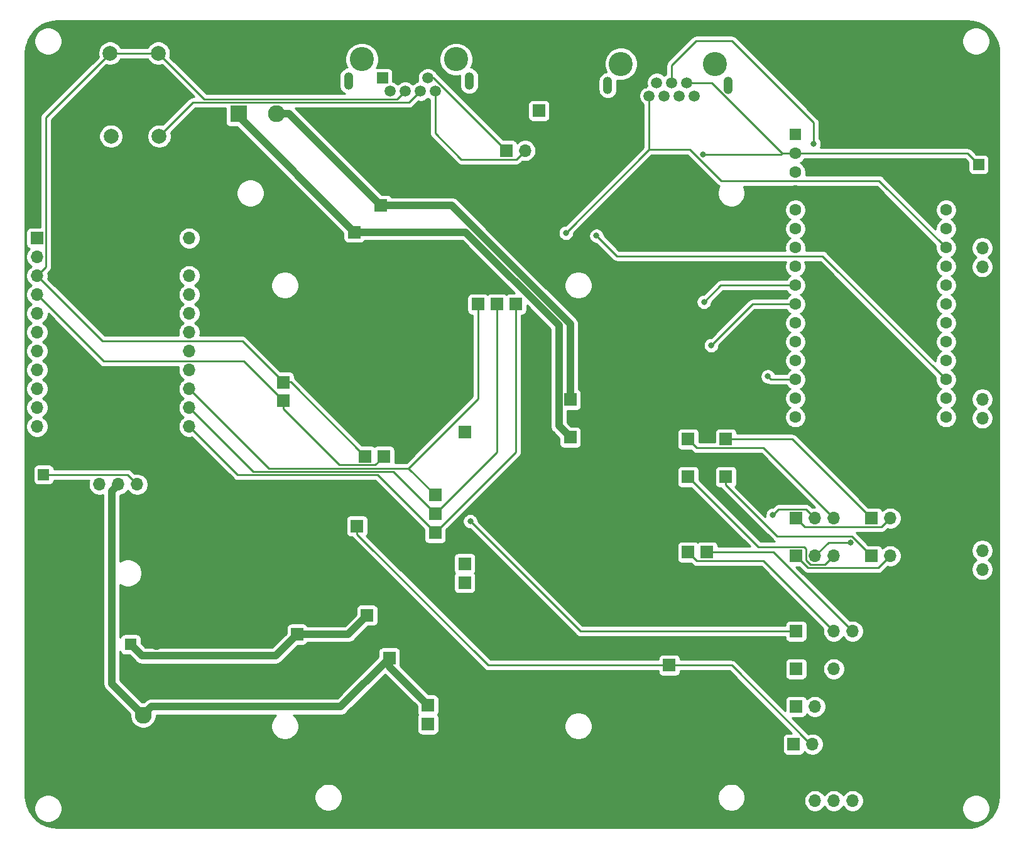
<source format=gbr>
G04 #@! TF.GenerationSoftware,KiCad,Pcbnew,(5.1.6)-1*
G04 #@! TF.CreationDate,2021-01-04T20:33:41-06:00*
G04 #@! TF.ProjectId,TestBoard,54657374-426f-4617-9264-2e6b69636164,rev?*
G04 #@! TF.SameCoordinates,Original*
G04 #@! TF.FileFunction,Copper,L1,Top*
G04 #@! TF.FilePolarity,Positive*
%FSLAX46Y46*%
G04 Gerber Fmt 4.6, Leading zero omitted, Abs format (unit mm)*
G04 Created by KiCad (PCBNEW (5.1.6)-1) date 2021-01-04 20:33:41*
%MOMM*%
%LPD*%
G01*
G04 APERTURE LIST*
G04 #@! TA.AperFunction,ComponentPad*
%ADD10R,1.700000X1.700000*%
G04 #@! TD*
G04 #@! TA.AperFunction,ComponentPad*
%ADD11C,2.286000*%
G04 #@! TD*
G04 #@! TA.AperFunction,ComponentPad*
%ADD12R,2.286000X2.286000*%
G04 #@! TD*
G04 #@! TA.AperFunction,ComponentPad*
%ADD13O,1.700000X1.700000*%
G04 #@! TD*
G04 #@! TA.AperFunction,ComponentPad*
%ADD14C,1.600000*%
G04 #@! TD*
G04 #@! TA.AperFunction,ComponentPad*
%ADD15R,1.600000X1.600000*%
G04 #@! TD*
G04 #@! TA.AperFunction,WasherPad*
%ADD16C,3.250000*%
G04 #@! TD*
G04 #@! TA.AperFunction,ComponentPad*
%ADD17C,1.500000*%
G04 #@! TD*
G04 #@! TA.AperFunction,ComponentPad*
%ADD18R,1.500000X1.500000*%
G04 #@! TD*
G04 #@! TA.AperFunction,ComponentPad*
%ADD19O,1.259000X2.362000*%
G04 #@! TD*
G04 #@! TA.AperFunction,SMDPad,CuDef*
%ADD20R,1.500000X1.500000*%
G04 #@! TD*
G04 #@! TA.AperFunction,ComponentPad*
%ADD21C,2.000000*%
G04 #@! TD*
G04 #@! TA.AperFunction,ViaPad*
%ADD22C,0.800000*%
G04 #@! TD*
G04 #@! TA.AperFunction,Conductor*
%ADD23C,0.250000*%
G04 #@! TD*
G04 #@! TA.AperFunction,Conductor*
%ADD24C,1.000000*%
G04 #@! TD*
G04 #@! TA.AperFunction,Conductor*
%ADD25C,0.254000*%
G04 #@! TD*
G04 APERTURE END LIST*
D10*
X130550000Y-108550000D03*
X116970000Y-101070000D03*
X136480000Y-144660000D03*
X126570000Y-78350000D03*
X141437940Y-125568940D03*
X174090000Y-121490000D03*
X137470000Y-116310000D03*
X145790000Y-88050000D03*
X137470000Y-113770000D03*
X171550000Y-121490000D03*
X141437940Y-123028940D03*
X171550000Y-111330000D03*
X171550000Y-106250000D03*
X176630000Y-111330000D03*
X176630000Y-106250000D03*
X141437940Y-105248940D03*
X131290000Y-135750000D03*
X118870000Y-132550000D03*
X136370000Y-135750000D03*
X169010000Y-136730000D03*
X130162102Y-74757898D03*
X137470000Y-118850000D03*
X117000000Y-98560000D03*
X136480000Y-142120000D03*
X128280000Y-130000000D03*
X136480000Y-147200000D03*
X126920000Y-117950000D03*
X155680000Y-106000000D03*
X155680000Y-100920000D03*
X148330000Y-88050000D03*
X143250000Y-88050000D03*
X128010000Y-108550000D03*
D11*
X116030000Y-62350000D03*
D12*
X110950000Y-62350000D03*
D13*
X190855000Y-147375000D03*
X188315000Y-147375000D03*
D10*
X185775000Y-147375000D03*
D14*
X99930000Y-133940000D03*
D15*
X96430000Y-133940000D03*
D14*
X186017940Y-98203940D03*
X186017940Y-95663940D03*
X186017940Y-93123940D03*
X186017940Y-90583940D03*
X186017940Y-88043940D03*
X186017940Y-85503940D03*
X186017940Y-82963940D03*
X186017940Y-80423940D03*
X186017940Y-77883940D03*
X186017940Y-75343940D03*
X186017940Y-72803940D03*
X186017940Y-70263940D03*
X186017940Y-67723940D03*
D15*
X186017940Y-65183940D03*
D14*
X206317940Y-103283940D03*
X206317940Y-100743940D03*
X206317940Y-98203940D03*
X206317940Y-95663940D03*
X206317940Y-93123940D03*
X206317940Y-90583940D03*
X206317940Y-88043940D03*
X206317940Y-85503940D03*
X206317940Y-82963940D03*
X206317940Y-80423940D03*
X206317940Y-77883940D03*
X206317940Y-75343940D03*
X186017940Y-100743940D03*
X186017940Y-103283940D03*
D10*
X99840000Y-112350000D03*
D13*
X97300000Y-112350000D03*
X94760000Y-112350000D03*
X92220000Y-112350000D03*
X191180000Y-116900000D03*
X188640000Y-116900000D03*
D10*
X186100000Y-116900000D03*
X186100000Y-121980000D03*
D13*
X188640000Y-121980000D03*
X191180000Y-121980000D03*
D16*
X175193320Y-55634180D03*
X162493320Y-55634180D03*
D17*
X172404020Y-59954180D03*
X171384020Y-58174180D03*
X170374020Y-59954180D03*
X169354020Y-58174180D03*
X168344020Y-59954180D03*
X167324020Y-58174180D03*
X166314020Y-59954180D03*
D18*
X165294020Y-58174180D03*
D19*
X176973320Y-58536130D03*
X160713320Y-58536130D03*
D10*
X83810000Y-79140000D03*
D13*
X104310000Y-79140000D03*
X83810000Y-81680000D03*
X104310000Y-81680000D03*
X83810000Y-84220000D03*
X104310000Y-84220000D03*
X83810000Y-86760000D03*
X104310000Y-86760000D03*
X83810000Y-89300000D03*
X104310000Y-89300000D03*
X83810000Y-91840000D03*
X104310000Y-91840000D03*
X83810000Y-94380000D03*
X104310000Y-94380000D03*
X83810000Y-96920000D03*
X104310000Y-96920000D03*
X83810000Y-99460000D03*
X104310000Y-99460000D03*
X83810000Y-102000000D03*
X104310000Y-102000000D03*
X83810000Y-104540000D03*
X104310000Y-104540000D03*
X193720000Y-155000000D03*
X191180000Y-155000000D03*
X188640000Y-155000000D03*
D10*
X186100000Y-155000000D03*
X151450000Y-61950000D03*
D13*
X153990000Y-61950000D03*
D12*
X98100000Y-148540000D03*
D11*
X98100000Y-143460000D03*
D20*
X84730000Y-116960000D03*
D10*
X186100000Y-132140000D03*
D13*
X188640000Y-132140000D03*
X191180000Y-132140000D03*
X193720000Y-132140000D03*
D10*
X186100000Y-137220000D03*
D13*
X188640000Y-137220000D03*
X191180000Y-137220000D03*
X191180000Y-142300000D03*
X188640000Y-142300000D03*
D10*
X186100000Y-142300000D03*
X211200000Y-118720000D03*
D13*
X211200000Y-121260000D03*
X211200000Y-123800000D03*
D10*
X211200000Y-98320000D03*
D13*
X211200000Y-100860000D03*
X211200000Y-103400000D03*
X211200000Y-83000000D03*
X211200000Y-80460000D03*
D10*
X211200000Y-77920000D03*
D20*
X210710000Y-69220000D03*
D13*
X198800000Y-116900000D03*
D10*
X196260000Y-116900000D03*
X196260000Y-121980000D03*
D13*
X198800000Y-121980000D03*
D20*
X84690000Y-111020000D03*
D10*
X147040000Y-67340000D03*
D13*
X149580000Y-67340000D03*
D19*
X125798320Y-57931130D03*
X142058320Y-57931130D03*
D18*
X130379020Y-57569180D03*
D17*
X131399020Y-59349180D03*
X132409020Y-57569180D03*
X133429020Y-59349180D03*
X134439020Y-57569180D03*
X135459020Y-59349180D03*
X136469020Y-57569180D03*
X137489020Y-59349180D03*
D16*
X127578320Y-55029180D03*
X140278320Y-55029180D03*
D21*
X93650000Y-58710000D03*
X93650000Y-54210000D03*
X100150000Y-58710000D03*
X100150000Y-54210000D03*
X100270000Y-65400000D03*
X100270000Y-69900000D03*
X93770000Y-65400000D03*
X93770000Y-69900000D03*
D22*
X155080000Y-78440000D03*
X142190000Y-117310000D03*
X173590000Y-67870000D03*
X159190000Y-78820000D03*
X182300000Y-97790000D03*
X174660000Y-93600000D03*
X173700000Y-87750000D03*
X182980000Y-116480000D03*
X188470000Y-66430000D03*
X193415871Y-120161190D03*
D23*
X95970000Y-111020000D02*
X84690000Y-111020000D01*
X97300000Y-112350000D02*
X95970000Y-111020000D01*
X166314020Y-67205980D02*
X166314020Y-59954180D01*
X155080000Y-78440000D02*
X166314020Y-67205980D01*
X197282941Y-71388941D02*
X206317940Y-80423940D01*
X175974949Y-71388941D02*
X197282941Y-71388941D01*
X166314020Y-67205980D02*
X171791988Y-67205980D01*
X171791988Y-67205980D02*
X175974949Y-71388941D01*
X184259750Y-67723940D02*
X186017940Y-67723940D01*
X171384020Y-58174180D02*
X174709990Y-58174180D01*
X174709990Y-58174180D02*
X184259750Y-67723940D01*
X209213940Y-67723940D02*
X210710000Y-69220000D01*
X186017940Y-67723940D02*
X209213940Y-67723940D01*
X157020000Y-132140000D02*
X186100000Y-132140000D01*
X142190000Y-117310000D02*
X157020000Y-132140000D01*
X184113690Y-67870000D02*
X184259750Y-67723940D01*
X173590000Y-67870000D02*
X184113690Y-67870000D01*
D24*
X98100000Y-143460000D02*
X93870000Y-139230000D01*
X93870000Y-113240000D02*
X94760000Y-112350000D01*
X93870000Y-139230000D02*
X93870000Y-113240000D01*
X124722999Y-142317001D02*
X131290000Y-135750000D01*
X98100000Y-143460000D02*
X99242999Y-142317001D01*
X99242999Y-142317001D02*
X124722999Y-142317001D01*
X131290000Y-136930000D02*
X136480000Y-142120000D01*
X131290000Y-135750000D02*
X131290000Y-136930000D01*
D23*
X112935023Y-110625023D02*
X131785023Y-110625023D01*
X131785023Y-110625023D02*
X137470000Y-116310000D01*
X104310000Y-102000000D02*
X112935023Y-110625023D01*
X145790000Y-107990000D02*
X145790000Y-88050000D01*
X137470000Y-116310000D02*
X145790000Y-107990000D01*
X133875012Y-110175012D02*
X137470000Y-113770000D01*
X104310000Y-99460000D02*
X115025012Y-110175012D01*
X115025012Y-110175012D02*
X133875012Y-110175012D01*
X143250000Y-100800024D02*
X133875012Y-110175012D01*
X143250000Y-88050000D02*
X143250000Y-100800024D01*
X110845034Y-111075034D02*
X129695034Y-111075034D01*
X129695034Y-111075034D02*
X137470000Y-118850000D01*
X104310000Y-104540000D02*
X110845034Y-111075034D01*
X148330000Y-107990000D02*
X137470000Y-118850000D01*
X148330000Y-88050000D02*
X148330000Y-107990000D01*
X186100000Y-121980000D02*
X187725012Y-123605012D01*
X197174988Y-123605012D02*
X198800000Y-121980000D01*
X187725012Y-123605012D02*
X197174988Y-123605012D01*
X197624999Y-118075001D02*
X198800000Y-116900000D01*
X186100000Y-116900000D02*
X187275001Y-118075001D01*
X187275001Y-118075001D02*
X197624999Y-118075001D01*
X124525001Y-109725001D02*
X129374999Y-109725001D01*
X129374999Y-109725001D02*
X130550000Y-108550000D01*
X116970000Y-101070000D02*
X116970000Y-102170000D01*
X116970000Y-102170000D02*
X124525001Y-109725001D01*
X116970000Y-101070000D02*
X111644999Y-95744999D01*
X92794999Y-95744999D02*
X83810000Y-86760000D01*
X111644999Y-95744999D02*
X92794999Y-95744999D01*
X100270000Y-65400000D02*
X104795808Y-60874192D01*
X104795808Y-60874192D02*
X133934008Y-60874192D01*
X133934008Y-60874192D02*
X135459020Y-59349180D01*
X117990000Y-98530000D02*
X128010000Y-108550000D01*
X116970000Y-98530000D02*
X117990000Y-98530000D01*
X111455001Y-93015001D02*
X116970000Y-98530000D01*
X83810000Y-84220000D02*
X92605001Y-93015001D01*
X92605001Y-93015001D02*
X111455001Y-93015001D01*
X84985001Y-62874999D02*
X93650000Y-54210000D01*
X83810000Y-84220000D02*
X84985001Y-83044999D01*
X84985001Y-83044999D02*
X84985001Y-62874999D01*
X93650000Y-54210000D02*
X100150000Y-54210000D01*
X132354019Y-60424181D02*
X106364181Y-60424181D01*
X106364181Y-60424181D02*
X100150000Y-54210000D01*
X133429020Y-59349180D02*
X132354019Y-60424181D01*
X159190000Y-78820000D02*
X161918941Y-81548941D01*
X189662941Y-81548941D02*
X206317940Y-98203940D01*
X161918941Y-81548941D02*
X189662941Y-81548941D01*
X181705001Y-122665001D02*
X191180000Y-132140000D01*
X172725001Y-122665001D02*
X181705001Y-122665001D01*
X171550000Y-121490000D02*
X172725001Y-122665001D01*
X183070000Y-121490000D02*
X193720000Y-132140000D01*
X174090000Y-121490000D02*
X183070000Y-121490000D01*
X182713940Y-98203940D02*
X186017940Y-98203940D01*
X182300000Y-97790000D02*
X182713940Y-98203940D01*
X181705001Y-107425001D02*
X191180000Y-116900000D01*
X171550000Y-106250000D02*
X172725001Y-107425001D01*
X172725001Y-107425001D02*
X181705001Y-107425001D01*
X190004999Y-123155001D02*
X191180000Y-121980000D01*
X187464999Y-122544001D02*
X188075999Y-123155001D01*
X188075999Y-123155001D02*
X190004999Y-123155001D01*
X187210001Y-120804999D02*
X187464999Y-121059997D01*
X171550000Y-111330000D02*
X181024999Y-120804999D01*
X187464999Y-121059997D02*
X187464999Y-122544001D01*
X181024999Y-120804999D02*
X187210001Y-120804999D01*
X180216060Y-88043940D02*
X174660000Y-93600000D01*
X186017940Y-88043940D02*
X180216060Y-88043940D01*
X175946060Y-85503940D02*
X186017940Y-85503940D01*
X173700000Y-87750000D02*
X175946060Y-85503940D01*
D24*
X96430000Y-133940000D02*
X97930001Y-135440001D01*
X115979999Y-135440001D02*
X118870000Y-132550000D01*
X97930001Y-135440001D02*
X115979999Y-135440001D01*
X125730000Y-132550000D02*
X128280000Y-130000000D01*
X118870000Y-132550000D02*
X125730000Y-132550000D01*
D23*
X176630000Y-112430000D02*
X183570000Y-119370000D01*
X176630000Y-111330000D02*
X176630000Y-112430000D01*
X183570000Y-119370000D02*
X193650000Y-119370000D01*
X193650000Y-119370000D02*
X196260000Y-121980000D01*
X185610000Y-106250000D02*
X176630000Y-106250000D01*
X196260000Y-116900000D02*
X185610000Y-106250000D01*
X144600000Y-136730000D02*
X169010000Y-136730000D01*
X126920000Y-117950000D02*
X126920000Y-119050000D01*
X126920000Y-119050000D02*
X144600000Y-136730000D01*
X188060002Y-147375000D02*
X188315000Y-147375000D01*
X169010000Y-136730000D02*
X177415002Y-136730000D01*
X177415002Y-136730000D02*
X188060002Y-147375000D01*
D24*
X110950000Y-62730000D02*
X126570000Y-78350000D01*
X110950000Y-62350000D02*
X110950000Y-62730000D01*
X154129999Y-90889997D02*
X154129999Y-104449999D01*
X154129999Y-104449999D02*
X155680000Y-106000000D01*
X126570000Y-78350000D02*
X141590002Y-78350000D01*
X141590002Y-78350000D02*
X154129999Y-90889997D01*
X117754204Y-62350000D02*
X130162102Y-74757898D01*
X116030000Y-62350000D02*
X117754204Y-62350000D01*
X130162102Y-74757898D02*
X139694971Y-74757898D01*
X139694971Y-74757898D02*
X155680000Y-90742927D01*
X155680000Y-90742927D02*
X155680000Y-100920000D01*
D23*
X188640000Y-116900000D02*
X187464999Y-115724999D01*
X183735001Y-115724999D02*
X182980000Y-116480000D01*
X187464999Y-115724999D02*
X183735001Y-115724999D01*
X169354020Y-58174180D02*
X169354020Y-55815980D01*
X169354020Y-55815980D02*
X172600000Y-52570000D01*
X172600000Y-52570000D02*
X177480000Y-52570000D01*
X177480000Y-52570000D02*
X188470000Y-63560000D01*
X188470000Y-63560000D02*
X188470000Y-66430000D01*
X190458810Y-120161190D02*
X193415871Y-120161190D01*
X188640000Y-121980000D02*
X190458810Y-120161190D01*
X137269180Y-57569180D02*
X136469020Y-57569180D01*
X147040000Y-67340000D02*
X137269180Y-57569180D01*
X148404999Y-68515001D02*
X149580000Y-67340000D01*
X140994159Y-68515001D02*
X148404999Y-68515001D01*
X137489020Y-65009862D02*
X140994159Y-68515001D01*
X137489020Y-59349180D02*
X137489020Y-65009862D01*
D25*
G36*
X209889178Y-49911342D02*
G01*
X210633238Y-50115043D01*
X211329463Y-50447285D01*
X211955846Y-50897564D01*
X212492598Y-51451655D01*
X212922742Y-52092036D01*
X213232687Y-52798468D01*
X213414868Y-53557927D01*
X213460001Y-54080168D01*
X213460000Y-154281479D01*
X213388658Y-155079178D01*
X213184959Y-155823233D01*
X212852719Y-156519455D01*
X212402436Y-157145846D01*
X211848345Y-157682598D01*
X211207967Y-158112742D01*
X210501532Y-158422687D01*
X209742071Y-158604868D01*
X209219857Y-158649999D01*
X86598546Y-158641692D01*
X85800822Y-158570348D01*
X85056767Y-158366649D01*
X84360545Y-158034409D01*
X83734154Y-157584126D01*
X83197402Y-157030035D01*
X82767258Y-156389657D01*
X82532392Y-155854344D01*
X83385000Y-155854344D01*
X83385000Y-156225656D01*
X83457439Y-156589834D01*
X83599534Y-156932882D01*
X83805825Y-157241618D01*
X84068382Y-157504175D01*
X84377118Y-157710466D01*
X84720166Y-157852561D01*
X85084344Y-157925000D01*
X85455656Y-157925000D01*
X85819834Y-157852561D01*
X86162882Y-157710466D01*
X86471618Y-157504175D01*
X86734175Y-157241618D01*
X86940466Y-156932882D01*
X87082561Y-156589834D01*
X87155000Y-156225656D01*
X87155000Y-155854344D01*
X87082561Y-155490166D01*
X86940466Y-155147118D01*
X86734175Y-154838382D01*
X86471618Y-154575825D01*
X86162882Y-154369534D01*
X86150353Y-154364344D01*
X121185000Y-154364344D01*
X121185000Y-154735656D01*
X121257439Y-155099834D01*
X121399534Y-155442882D01*
X121605825Y-155751618D01*
X121868382Y-156014175D01*
X122177118Y-156220466D01*
X122520166Y-156362561D01*
X122884344Y-156435000D01*
X123255656Y-156435000D01*
X123619834Y-156362561D01*
X123962882Y-156220466D01*
X124271618Y-156014175D01*
X124534175Y-155751618D01*
X124740466Y-155442882D01*
X124882561Y-155099834D01*
X124955000Y-154735656D01*
X124955000Y-154364344D01*
X175485000Y-154364344D01*
X175485000Y-154735656D01*
X175557439Y-155099834D01*
X175699534Y-155442882D01*
X175905825Y-155751618D01*
X176168382Y-156014175D01*
X176477118Y-156220466D01*
X176820166Y-156362561D01*
X177184344Y-156435000D01*
X177555656Y-156435000D01*
X177919834Y-156362561D01*
X178262882Y-156220466D01*
X178571618Y-156014175D01*
X178834175Y-155751618D01*
X179040466Y-155442882D01*
X179182561Y-155099834D01*
X179231511Y-154853740D01*
X187155000Y-154853740D01*
X187155000Y-155146260D01*
X187212068Y-155433158D01*
X187324010Y-155703411D01*
X187486525Y-155946632D01*
X187693368Y-156153475D01*
X187936589Y-156315990D01*
X188206842Y-156427932D01*
X188493740Y-156485000D01*
X188786260Y-156485000D01*
X189073158Y-156427932D01*
X189343411Y-156315990D01*
X189586632Y-156153475D01*
X189793475Y-155946632D01*
X189910000Y-155772240D01*
X190026525Y-155946632D01*
X190233368Y-156153475D01*
X190476589Y-156315990D01*
X190746842Y-156427932D01*
X191033740Y-156485000D01*
X191326260Y-156485000D01*
X191613158Y-156427932D01*
X191883411Y-156315990D01*
X192126632Y-156153475D01*
X192333475Y-155946632D01*
X192450000Y-155772240D01*
X192566525Y-155946632D01*
X192773368Y-156153475D01*
X193016589Y-156315990D01*
X193286842Y-156427932D01*
X193573740Y-156485000D01*
X193866260Y-156485000D01*
X194153158Y-156427932D01*
X194423411Y-156315990D01*
X194666632Y-156153475D01*
X194873475Y-155946632D01*
X194935139Y-155854344D01*
X208475000Y-155854344D01*
X208475000Y-156225656D01*
X208547439Y-156589834D01*
X208689534Y-156932882D01*
X208895825Y-157241618D01*
X209158382Y-157504175D01*
X209467118Y-157710466D01*
X209810166Y-157852561D01*
X210174344Y-157925000D01*
X210545656Y-157925000D01*
X210909834Y-157852561D01*
X211252882Y-157710466D01*
X211561618Y-157504175D01*
X211824175Y-157241618D01*
X212030466Y-156932882D01*
X212172561Y-156589834D01*
X212245000Y-156225656D01*
X212245000Y-155854344D01*
X212172561Y-155490166D01*
X212030466Y-155147118D01*
X211824175Y-154838382D01*
X211561618Y-154575825D01*
X211252882Y-154369534D01*
X210909834Y-154227439D01*
X210545656Y-154155000D01*
X210174344Y-154155000D01*
X209810166Y-154227439D01*
X209467118Y-154369534D01*
X209158382Y-154575825D01*
X208895825Y-154838382D01*
X208689534Y-155147118D01*
X208547439Y-155490166D01*
X208475000Y-155854344D01*
X194935139Y-155854344D01*
X195035990Y-155703411D01*
X195147932Y-155433158D01*
X195205000Y-155146260D01*
X195205000Y-154853740D01*
X195147932Y-154566842D01*
X195035990Y-154296589D01*
X194873475Y-154053368D01*
X194666632Y-153846525D01*
X194423411Y-153684010D01*
X194153158Y-153572068D01*
X193866260Y-153515000D01*
X193573740Y-153515000D01*
X193286842Y-153572068D01*
X193016589Y-153684010D01*
X192773368Y-153846525D01*
X192566525Y-154053368D01*
X192450000Y-154227760D01*
X192333475Y-154053368D01*
X192126632Y-153846525D01*
X191883411Y-153684010D01*
X191613158Y-153572068D01*
X191326260Y-153515000D01*
X191033740Y-153515000D01*
X190746842Y-153572068D01*
X190476589Y-153684010D01*
X190233368Y-153846525D01*
X190026525Y-154053368D01*
X189910000Y-154227760D01*
X189793475Y-154053368D01*
X189586632Y-153846525D01*
X189343411Y-153684010D01*
X189073158Y-153572068D01*
X188786260Y-153515000D01*
X188493740Y-153515000D01*
X188206842Y-153572068D01*
X187936589Y-153684010D01*
X187693368Y-153846525D01*
X187486525Y-154053368D01*
X187324010Y-154296589D01*
X187212068Y-154566842D01*
X187155000Y-154853740D01*
X179231511Y-154853740D01*
X179255000Y-154735656D01*
X179255000Y-154364344D01*
X179182561Y-154000166D01*
X179040466Y-153657118D01*
X178834175Y-153348382D01*
X178571618Y-153085825D01*
X178262882Y-152879534D01*
X177919834Y-152737439D01*
X177555656Y-152665000D01*
X177184344Y-152665000D01*
X176820166Y-152737439D01*
X176477118Y-152879534D01*
X176168382Y-153085825D01*
X175905825Y-153348382D01*
X175699534Y-153657118D01*
X175557439Y-154000166D01*
X175485000Y-154364344D01*
X124955000Y-154364344D01*
X124882561Y-154000166D01*
X124740466Y-153657118D01*
X124534175Y-153348382D01*
X124271618Y-153085825D01*
X123962882Y-152879534D01*
X123619834Y-152737439D01*
X123255656Y-152665000D01*
X122884344Y-152665000D01*
X122520166Y-152737439D01*
X122177118Y-152879534D01*
X121868382Y-153085825D01*
X121605825Y-153348382D01*
X121399534Y-153657118D01*
X121257439Y-154000166D01*
X121185000Y-154364344D01*
X86150353Y-154364344D01*
X85819834Y-154227439D01*
X85455656Y-154155000D01*
X85084344Y-154155000D01*
X84720166Y-154227439D01*
X84377118Y-154369534D01*
X84068382Y-154575825D01*
X83805825Y-154838382D01*
X83599534Y-155147118D01*
X83457439Y-155490166D01*
X83385000Y-155854344D01*
X82532392Y-155854344D01*
X82457313Y-155683222D01*
X82275132Y-154923761D01*
X82230002Y-154401558D01*
X82233659Y-110270000D01*
X83301928Y-110270000D01*
X83301928Y-111770000D01*
X83314188Y-111894482D01*
X83350498Y-112014180D01*
X83409463Y-112124494D01*
X83488815Y-112221185D01*
X83585506Y-112300537D01*
X83695820Y-112359502D01*
X83815518Y-112395812D01*
X83940000Y-112408072D01*
X85440000Y-112408072D01*
X85564482Y-112395812D01*
X85684180Y-112359502D01*
X85794494Y-112300537D01*
X85891185Y-112221185D01*
X85970537Y-112124494D01*
X86029502Y-112014180D01*
X86065812Y-111894482D01*
X86077087Y-111780000D01*
X90848750Y-111780000D01*
X90792068Y-111916842D01*
X90735000Y-112203740D01*
X90735000Y-112496260D01*
X90792068Y-112783158D01*
X90904010Y-113053411D01*
X91066525Y-113296632D01*
X91273368Y-113503475D01*
X91516589Y-113665990D01*
X91786842Y-113777932D01*
X92073740Y-113835000D01*
X92366260Y-113835000D01*
X92653158Y-113777932D01*
X92735001Y-113744032D01*
X92735000Y-139174249D01*
X92729509Y-139230000D01*
X92735000Y-139285751D01*
X92751423Y-139452498D01*
X92816324Y-139666446D01*
X92921716Y-139863623D01*
X93063551Y-140036449D01*
X93106865Y-140071996D01*
X96322000Y-143287132D01*
X96322000Y-143635118D01*
X96390328Y-143978623D01*
X96524357Y-144302199D01*
X96718937Y-144593409D01*
X96966591Y-144841063D01*
X97257801Y-145035643D01*
X97581377Y-145169672D01*
X97924882Y-145238000D01*
X98275118Y-145238000D01*
X98618623Y-145169672D01*
X98942199Y-145035643D01*
X99233409Y-144841063D01*
X99481063Y-144593409D01*
X99675643Y-144302199D01*
X99809672Y-143978623D01*
X99878000Y-143635118D01*
X99878000Y-143452001D01*
X115990206Y-143452001D01*
X115727825Y-143714382D01*
X115521534Y-144023118D01*
X115379439Y-144366166D01*
X115307000Y-144730344D01*
X115307000Y-145101656D01*
X115379439Y-145465834D01*
X115521534Y-145808882D01*
X115727825Y-146117618D01*
X115990382Y-146380175D01*
X116299118Y-146586466D01*
X116642166Y-146728561D01*
X117006344Y-146801000D01*
X117377656Y-146801000D01*
X117741834Y-146728561D01*
X118084882Y-146586466D01*
X118393618Y-146380175D01*
X118656175Y-146117618D01*
X118862466Y-145808882D01*
X119004561Y-145465834D01*
X119077000Y-145101656D01*
X119077000Y-144730344D01*
X119004561Y-144366166D01*
X118862466Y-144023118D01*
X118656175Y-143714382D01*
X118393794Y-143452001D01*
X124667248Y-143452001D01*
X124722999Y-143457492D01*
X124778750Y-143452001D01*
X124778751Y-143452001D01*
X124945498Y-143435578D01*
X125159446Y-143370677D01*
X125356622Y-143265285D01*
X125529448Y-143123450D01*
X125564995Y-143080136D01*
X130700000Y-137945131D01*
X134991928Y-142237060D01*
X134991928Y-142970000D01*
X135004188Y-143094482D01*
X135040498Y-143214180D01*
X135099463Y-143324494D01*
X135153222Y-143390000D01*
X135099463Y-143455506D01*
X135040498Y-143565820D01*
X135004188Y-143685518D01*
X134991928Y-143810000D01*
X134991928Y-145510000D01*
X135004188Y-145634482D01*
X135040498Y-145754180D01*
X135099463Y-145864494D01*
X135178815Y-145961185D01*
X135275506Y-146040537D01*
X135385820Y-146099502D01*
X135505518Y-146135812D01*
X135630000Y-146148072D01*
X137330000Y-146148072D01*
X137454482Y-146135812D01*
X137574180Y-146099502D01*
X137684494Y-146040537D01*
X137781185Y-145961185D01*
X137860537Y-145864494D01*
X137919502Y-145754180D01*
X137955812Y-145634482D01*
X137968072Y-145510000D01*
X137968072Y-144730344D01*
X154867500Y-144730344D01*
X154867500Y-145101656D01*
X154939939Y-145465834D01*
X155082034Y-145808882D01*
X155288325Y-146117618D01*
X155550882Y-146380175D01*
X155859618Y-146586466D01*
X156202666Y-146728561D01*
X156566844Y-146801000D01*
X156938156Y-146801000D01*
X157302334Y-146728561D01*
X157645382Y-146586466D01*
X157954118Y-146380175D01*
X158216675Y-146117618D01*
X158422966Y-145808882D01*
X158565061Y-145465834D01*
X158637500Y-145101656D01*
X158637500Y-144730344D01*
X158565061Y-144366166D01*
X158422966Y-144023118D01*
X158216675Y-143714382D01*
X157954118Y-143451825D01*
X157645382Y-143245534D01*
X157302334Y-143103439D01*
X156938156Y-143031000D01*
X156566844Y-143031000D01*
X156202666Y-143103439D01*
X155859618Y-143245534D01*
X155550882Y-143451825D01*
X155288325Y-143714382D01*
X155082034Y-144023118D01*
X154939939Y-144366166D01*
X154867500Y-144730344D01*
X137968072Y-144730344D01*
X137968072Y-143810000D01*
X137955812Y-143685518D01*
X137919502Y-143565820D01*
X137860537Y-143455506D01*
X137806778Y-143390000D01*
X137860537Y-143324494D01*
X137919502Y-143214180D01*
X137955812Y-143094482D01*
X137968072Y-142970000D01*
X137968072Y-141270000D01*
X137955812Y-141145518D01*
X137919502Y-141025820D01*
X137860537Y-140915506D01*
X137781185Y-140818815D01*
X137684494Y-140739463D01*
X137574180Y-140680498D01*
X137454482Y-140644188D01*
X137330000Y-140631928D01*
X136597060Y-140631928D01*
X132748077Y-136782946D01*
X132765812Y-136724482D01*
X132778072Y-136600000D01*
X132778072Y-134900000D01*
X132765812Y-134775518D01*
X132729502Y-134655820D01*
X132670537Y-134545506D01*
X132591185Y-134448815D01*
X132494494Y-134369463D01*
X132384180Y-134310498D01*
X132264482Y-134274188D01*
X132140000Y-134261928D01*
X130440000Y-134261928D01*
X130315518Y-134274188D01*
X130195820Y-134310498D01*
X130085506Y-134369463D01*
X129988815Y-134448815D01*
X129909463Y-134545506D01*
X129850498Y-134655820D01*
X129814188Y-134775518D01*
X129801928Y-134900000D01*
X129801928Y-135632940D01*
X124252868Y-141182001D01*
X99298751Y-141182001D01*
X99242999Y-141176510D01*
X99020500Y-141198424D01*
X98806552Y-141263325D01*
X98609376Y-141368717D01*
X98479855Y-141475012D01*
X98479853Y-141475014D01*
X98436550Y-141510552D01*
X98401012Y-141553855D01*
X98272867Y-141682000D01*
X97927132Y-141682000D01*
X95005000Y-138759869D01*
X95005000Y-134867159D01*
X95040498Y-134984180D01*
X95099463Y-135094494D01*
X95178815Y-135191185D01*
X95275506Y-135270537D01*
X95385820Y-135329502D01*
X95505518Y-135365812D01*
X95630000Y-135378072D01*
X96262941Y-135378072D01*
X97088009Y-136203141D01*
X97123552Y-136246450D01*
X97274098Y-136370000D01*
X97296378Y-136388285D01*
X97493554Y-136493677D01*
X97707502Y-136558578D01*
X97930001Y-136580492D01*
X97985753Y-136575001D01*
X115924248Y-136575001D01*
X115979999Y-136580492D01*
X116035750Y-136575001D01*
X116035751Y-136575001D01*
X116202498Y-136558578D01*
X116416446Y-136493677D01*
X116613622Y-136388285D01*
X116786448Y-136246450D01*
X116821995Y-136203136D01*
X118987061Y-134038072D01*
X119720000Y-134038072D01*
X119844482Y-134025812D01*
X119964180Y-133989502D01*
X120074494Y-133930537D01*
X120171185Y-133851185D01*
X120250537Y-133754494D01*
X120287683Y-133685000D01*
X125674249Y-133685000D01*
X125730000Y-133690491D01*
X125785751Y-133685000D01*
X125785752Y-133685000D01*
X125952499Y-133668577D01*
X126166447Y-133603676D01*
X126363623Y-133498284D01*
X126536449Y-133356449D01*
X126571996Y-133313135D01*
X128397060Y-131488072D01*
X129130000Y-131488072D01*
X129254482Y-131475812D01*
X129374180Y-131439502D01*
X129484494Y-131380537D01*
X129581185Y-131301185D01*
X129660537Y-131204494D01*
X129719502Y-131094180D01*
X129755812Y-130974482D01*
X129768072Y-130850000D01*
X129768072Y-129150000D01*
X129755812Y-129025518D01*
X129719502Y-128905820D01*
X129660537Y-128795506D01*
X129581185Y-128698815D01*
X129484494Y-128619463D01*
X129374180Y-128560498D01*
X129254482Y-128524188D01*
X129130000Y-128511928D01*
X127430000Y-128511928D01*
X127305518Y-128524188D01*
X127185820Y-128560498D01*
X127075506Y-128619463D01*
X126978815Y-128698815D01*
X126899463Y-128795506D01*
X126840498Y-128905820D01*
X126804188Y-129025518D01*
X126791928Y-129150000D01*
X126791928Y-129882940D01*
X125259869Y-131415000D01*
X120287683Y-131415000D01*
X120250537Y-131345506D01*
X120171185Y-131248815D01*
X120074494Y-131169463D01*
X119964180Y-131110498D01*
X119844482Y-131074188D01*
X119720000Y-131061928D01*
X118020000Y-131061928D01*
X117895518Y-131074188D01*
X117775820Y-131110498D01*
X117665506Y-131169463D01*
X117568815Y-131248815D01*
X117489463Y-131345506D01*
X117430498Y-131455820D01*
X117394188Y-131575518D01*
X117381928Y-131700000D01*
X117381928Y-132432939D01*
X115509868Y-134305001D01*
X98400133Y-134305001D01*
X97868072Y-133772941D01*
X97868072Y-133140000D01*
X97855812Y-133015518D01*
X97819502Y-132895820D01*
X97760537Y-132785506D01*
X97681185Y-132688815D01*
X97584494Y-132609463D01*
X97474180Y-132550498D01*
X97354482Y-132514188D01*
X97230000Y-132501928D01*
X95630000Y-132501928D01*
X95505518Y-132514188D01*
X95385820Y-132550498D01*
X95275506Y-132609463D01*
X95178815Y-132688815D01*
X95099463Y-132785506D01*
X95040498Y-132895820D01*
X95005000Y-133012841D01*
X95005000Y-125865730D01*
X95175218Y-125979466D01*
X95518266Y-126121561D01*
X95882444Y-126194000D01*
X96253756Y-126194000D01*
X96617934Y-126121561D01*
X96960982Y-125979466D01*
X97269718Y-125773175D01*
X97532275Y-125510618D01*
X97738566Y-125201882D01*
X97880661Y-124858834D01*
X97953100Y-124494656D01*
X97953100Y-124123344D01*
X97880661Y-123759166D01*
X97738566Y-123416118D01*
X97532275Y-123107382D01*
X97269718Y-122844825D01*
X96960982Y-122638534D01*
X96617934Y-122496439D01*
X96253756Y-122424000D01*
X95882444Y-122424000D01*
X95518266Y-122496439D01*
X95175218Y-122638534D01*
X95005000Y-122752270D01*
X95005000Y-117100000D01*
X125431928Y-117100000D01*
X125431928Y-118800000D01*
X125444188Y-118924482D01*
X125480498Y-119044180D01*
X125539463Y-119154494D01*
X125618815Y-119251185D01*
X125715506Y-119330537D01*
X125825820Y-119389502D01*
X125945518Y-119425812D01*
X126070000Y-119438072D01*
X126265674Y-119438072D01*
X126285026Y-119474276D01*
X126356201Y-119561002D01*
X126380000Y-119590001D01*
X126408998Y-119613799D01*
X144036200Y-137241002D01*
X144059999Y-137270001D01*
X144175724Y-137364974D01*
X144307753Y-137435546D01*
X144451014Y-137479003D01*
X144562667Y-137490000D01*
X144562675Y-137490000D01*
X144600000Y-137493676D01*
X144637325Y-137490000D01*
X167521928Y-137490000D01*
X167521928Y-137580000D01*
X167534188Y-137704482D01*
X167570498Y-137824180D01*
X167629463Y-137934494D01*
X167708815Y-138031185D01*
X167805506Y-138110537D01*
X167915820Y-138169502D01*
X168035518Y-138205812D01*
X168160000Y-138218072D01*
X169860000Y-138218072D01*
X169984482Y-138205812D01*
X170104180Y-138169502D01*
X170214494Y-138110537D01*
X170311185Y-138031185D01*
X170390537Y-137934494D01*
X170449502Y-137824180D01*
X170485812Y-137704482D01*
X170498072Y-137580000D01*
X170498072Y-137490000D01*
X177100201Y-137490000D01*
X185497128Y-145886928D01*
X184925000Y-145886928D01*
X184800518Y-145899188D01*
X184680820Y-145935498D01*
X184570506Y-145994463D01*
X184473815Y-146073815D01*
X184394463Y-146170506D01*
X184335498Y-146280820D01*
X184299188Y-146400518D01*
X184286928Y-146525000D01*
X184286928Y-148225000D01*
X184299188Y-148349482D01*
X184335498Y-148469180D01*
X184394463Y-148579494D01*
X184473815Y-148676185D01*
X184570506Y-148755537D01*
X184680820Y-148814502D01*
X184800518Y-148850812D01*
X184925000Y-148863072D01*
X186625000Y-148863072D01*
X186749482Y-148850812D01*
X186869180Y-148814502D01*
X186979494Y-148755537D01*
X187076185Y-148676185D01*
X187155537Y-148579494D01*
X187214502Y-148469180D01*
X187236513Y-148396620D01*
X187368368Y-148528475D01*
X187611589Y-148690990D01*
X187881842Y-148802932D01*
X188168740Y-148860000D01*
X188461260Y-148860000D01*
X188748158Y-148802932D01*
X189018411Y-148690990D01*
X189261632Y-148528475D01*
X189468475Y-148321632D01*
X189630990Y-148078411D01*
X189742932Y-147808158D01*
X189800000Y-147521260D01*
X189800000Y-147228740D01*
X189742932Y-146941842D01*
X189630990Y-146671589D01*
X189468475Y-146428368D01*
X189261632Y-146221525D01*
X189018411Y-146059010D01*
X188748158Y-145947068D01*
X188461260Y-145890000D01*
X188168740Y-145890000D01*
X187881842Y-145947068D01*
X187758119Y-145998315D01*
X185547876Y-143788072D01*
X186950000Y-143788072D01*
X187074482Y-143775812D01*
X187194180Y-143739502D01*
X187304494Y-143680537D01*
X187401185Y-143601185D01*
X187480537Y-143504494D01*
X187539502Y-143394180D01*
X187561513Y-143321620D01*
X187693368Y-143453475D01*
X187936589Y-143615990D01*
X188206842Y-143727932D01*
X188493740Y-143785000D01*
X188786260Y-143785000D01*
X189073158Y-143727932D01*
X189343411Y-143615990D01*
X189586632Y-143453475D01*
X189793475Y-143246632D01*
X189955990Y-143003411D01*
X190067932Y-142733158D01*
X190125000Y-142446260D01*
X190125000Y-142153740D01*
X190067932Y-141866842D01*
X189955990Y-141596589D01*
X189793475Y-141353368D01*
X189586632Y-141146525D01*
X189343411Y-140984010D01*
X189073158Y-140872068D01*
X188786260Y-140815000D01*
X188493740Y-140815000D01*
X188206842Y-140872068D01*
X187936589Y-140984010D01*
X187693368Y-141146525D01*
X187561513Y-141278380D01*
X187539502Y-141205820D01*
X187480537Y-141095506D01*
X187401185Y-140998815D01*
X187304494Y-140919463D01*
X187194180Y-140860498D01*
X187074482Y-140824188D01*
X186950000Y-140811928D01*
X185250000Y-140811928D01*
X185125518Y-140824188D01*
X185005820Y-140860498D01*
X184895506Y-140919463D01*
X184798815Y-140998815D01*
X184719463Y-141095506D01*
X184660498Y-141205820D01*
X184624188Y-141325518D01*
X184611928Y-141450000D01*
X184611928Y-142852124D01*
X178129804Y-136370000D01*
X184611928Y-136370000D01*
X184611928Y-138070000D01*
X184624188Y-138194482D01*
X184660498Y-138314180D01*
X184719463Y-138424494D01*
X184798815Y-138521185D01*
X184895506Y-138600537D01*
X185005820Y-138659502D01*
X185125518Y-138695812D01*
X185250000Y-138708072D01*
X186950000Y-138708072D01*
X187074482Y-138695812D01*
X187194180Y-138659502D01*
X187304494Y-138600537D01*
X187401185Y-138521185D01*
X187480537Y-138424494D01*
X187539502Y-138314180D01*
X187575812Y-138194482D01*
X187588072Y-138070000D01*
X187588072Y-137073740D01*
X189695000Y-137073740D01*
X189695000Y-137366260D01*
X189752068Y-137653158D01*
X189864010Y-137923411D01*
X190026525Y-138166632D01*
X190233368Y-138373475D01*
X190476589Y-138535990D01*
X190746842Y-138647932D01*
X191033740Y-138705000D01*
X191326260Y-138705000D01*
X191613158Y-138647932D01*
X191883411Y-138535990D01*
X192126632Y-138373475D01*
X192333475Y-138166632D01*
X192495990Y-137923411D01*
X192607932Y-137653158D01*
X192665000Y-137366260D01*
X192665000Y-137073740D01*
X192607932Y-136786842D01*
X192495990Y-136516589D01*
X192333475Y-136273368D01*
X192126632Y-136066525D01*
X191883411Y-135904010D01*
X191613158Y-135792068D01*
X191326260Y-135735000D01*
X191033740Y-135735000D01*
X190746842Y-135792068D01*
X190476589Y-135904010D01*
X190233368Y-136066525D01*
X190026525Y-136273368D01*
X189864010Y-136516589D01*
X189752068Y-136786842D01*
X189695000Y-137073740D01*
X187588072Y-137073740D01*
X187588072Y-136370000D01*
X187575812Y-136245518D01*
X187539502Y-136125820D01*
X187480537Y-136015506D01*
X187401185Y-135918815D01*
X187304494Y-135839463D01*
X187194180Y-135780498D01*
X187074482Y-135744188D01*
X186950000Y-135731928D01*
X185250000Y-135731928D01*
X185125518Y-135744188D01*
X185005820Y-135780498D01*
X184895506Y-135839463D01*
X184798815Y-135918815D01*
X184719463Y-136015506D01*
X184660498Y-136125820D01*
X184624188Y-136245518D01*
X184611928Y-136370000D01*
X178129804Y-136370000D01*
X177978806Y-136219003D01*
X177955003Y-136189999D01*
X177839278Y-136095026D01*
X177707249Y-136024454D01*
X177563988Y-135980997D01*
X177452335Y-135970000D01*
X177452324Y-135970000D01*
X177415002Y-135966324D01*
X177377680Y-135970000D01*
X170498072Y-135970000D01*
X170498072Y-135880000D01*
X170485812Y-135755518D01*
X170449502Y-135635820D01*
X170390537Y-135525506D01*
X170311185Y-135428815D01*
X170214494Y-135349463D01*
X170104180Y-135290498D01*
X169984482Y-135254188D01*
X169860000Y-135241928D01*
X168160000Y-135241928D01*
X168035518Y-135254188D01*
X167915820Y-135290498D01*
X167805506Y-135349463D01*
X167708815Y-135428815D01*
X167629463Y-135525506D01*
X167570498Y-135635820D01*
X167534188Y-135755518D01*
X167521928Y-135880000D01*
X167521928Y-135970000D01*
X144914802Y-135970000D01*
X131123742Y-122178940D01*
X139949868Y-122178940D01*
X139949868Y-123878940D01*
X139962128Y-124003422D01*
X139998438Y-124123120D01*
X140057403Y-124233434D01*
X140111162Y-124298940D01*
X140057403Y-124364446D01*
X139998438Y-124474760D01*
X139962128Y-124594458D01*
X139949868Y-124718940D01*
X139949868Y-126418940D01*
X139962128Y-126543422D01*
X139998438Y-126663120D01*
X140057403Y-126773434D01*
X140136755Y-126870125D01*
X140233446Y-126949477D01*
X140343760Y-127008442D01*
X140463458Y-127044752D01*
X140587940Y-127057012D01*
X142287940Y-127057012D01*
X142412422Y-127044752D01*
X142532120Y-127008442D01*
X142642434Y-126949477D01*
X142739125Y-126870125D01*
X142818477Y-126773434D01*
X142877442Y-126663120D01*
X142913752Y-126543422D01*
X142926012Y-126418940D01*
X142926012Y-124718940D01*
X142913752Y-124594458D01*
X142877442Y-124474760D01*
X142818477Y-124364446D01*
X142764718Y-124298940D01*
X142818477Y-124233434D01*
X142877442Y-124123120D01*
X142913752Y-124003422D01*
X142926012Y-123878940D01*
X142926012Y-122178940D01*
X142913752Y-122054458D01*
X142877442Y-121934760D01*
X142818477Y-121824446D01*
X142739125Y-121727755D01*
X142642434Y-121648403D01*
X142532120Y-121589438D01*
X142412422Y-121553128D01*
X142287940Y-121540868D01*
X140587940Y-121540868D01*
X140463458Y-121553128D01*
X140343760Y-121589438D01*
X140233446Y-121648403D01*
X140136755Y-121727755D01*
X140057403Y-121824446D01*
X139998438Y-121934760D01*
X139962128Y-122054458D01*
X139949868Y-122178940D01*
X131123742Y-122178940D01*
X128207345Y-119262544D01*
X128221185Y-119251185D01*
X128300537Y-119154494D01*
X128359502Y-119044180D01*
X128395812Y-118924482D01*
X128408072Y-118800000D01*
X128408072Y-117100000D01*
X128395812Y-116975518D01*
X128359502Y-116855820D01*
X128300537Y-116745506D01*
X128221185Y-116648815D01*
X128124494Y-116569463D01*
X128014180Y-116510498D01*
X127894482Y-116474188D01*
X127770000Y-116461928D01*
X126070000Y-116461928D01*
X125945518Y-116474188D01*
X125825820Y-116510498D01*
X125715506Y-116569463D01*
X125618815Y-116648815D01*
X125539463Y-116745506D01*
X125480498Y-116855820D01*
X125444188Y-116975518D01*
X125431928Y-117100000D01*
X95005000Y-117100000D01*
X95005000Y-113815359D01*
X95193158Y-113777932D01*
X95463411Y-113665990D01*
X95706632Y-113503475D01*
X95913475Y-113296632D01*
X96030000Y-113122240D01*
X96146525Y-113296632D01*
X96353368Y-113503475D01*
X96596589Y-113665990D01*
X96866842Y-113777932D01*
X97153740Y-113835000D01*
X97446260Y-113835000D01*
X97733158Y-113777932D01*
X98003411Y-113665990D01*
X98246632Y-113503475D01*
X98453475Y-113296632D01*
X98615990Y-113053411D01*
X98727932Y-112783158D01*
X98785000Y-112496260D01*
X98785000Y-112203740D01*
X98727932Y-111916842D01*
X98615990Y-111646589D01*
X98453475Y-111403368D01*
X98246632Y-111196525D01*
X98003411Y-111034010D01*
X97733158Y-110922068D01*
X97446260Y-110865000D01*
X97153740Y-110865000D01*
X96933592Y-110908791D01*
X96533804Y-110509003D01*
X96510001Y-110479999D01*
X96394276Y-110385026D01*
X96262247Y-110314454D01*
X96118986Y-110270997D01*
X96007333Y-110260000D01*
X96007322Y-110260000D01*
X95970000Y-110256324D01*
X95932678Y-110260000D01*
X86077087Y-110260000D01*
X86065812Y-110145518D01*
X86029502Y-110025820D01*
X85970537Y-109915506D01*
X85891185Y-109818815D01*
X85794494Y-109739463D01*
X85684180Y-109680498D01*
X85564482Y-109644188D01*
X85440000Y-109631928D01*
X83940000Y-109631928D01*
X83815518Y-109644188D01*
X83695820Y-109680498D01*
X83585506Y-109739463D01*
X83488815Y-109818815D01*
X83409463Y-109915506D01*
X83350498Y-110025820D01*
X83314188Y-110145518D01*
X83301928Y-110270000D01*
X82233659Y-110270000D01*
X82236310Y-78290000D01*
X82321928Y-78290000D01*
X82321928Y-79990000D01*
X82334188Y-80114482D01*
X82370498Y-80234180D01*
X82429463Y-80344494D01*
X82508815Y-80441185D01*
X82605506Y-80520537D01*
X82715820Y-80579502D01*
X82788380Y-80601513D01*
X82656525Y-80733368D01*
X82494010Y-80976589D01*
X82382068Y-81246842D01*
X82325000Y-81533740D01*
X82325000Y-81826260D01*
X82382068Y-82113158D01*
X82494010Y-82383411D01*
X82656525Y-82626632D01*
X82863368Y-82833475D01*
X83037760Y-82950000D01*
X82863368Y-83066525D01*
X82656525Y-83273368D01*
X82494010Y-83516589D01*
X82382068Y-83786842D01*
X82325000Y-84073740D01*
X82325000Y-84366260D01*
X82382068Y-84653158D01*
X82494010Y-84923411D01*
X82656525Y-85166632D01*
X82863368Y-85373475D01*
X83037760Y-85490000D01*
X82863368Y-85606525D01*
X82656525Y-85813368D01*
X82494010Y-86056589D01*
X82382068Y-86326842D01*
X82325000Y-86613740D01*
X82325000Y-86906260D01*
X82382068Y-87193158D01*
X82494010Y-87463411D01*
X82656525Y-87706632D01*
X82863368Y-87913475D01*
X83037760Y-88030000D01*
X82863368Y-88146525D01*
X82656525Y-88353368D01*
X82494010Y-88596589D01*
X82382068Y-88866842D01*
X82325000Y-89153740D01*
X82325000Y-89446260D01*
X82382068Y-89733158D01*
X82494010Y-90003411D01*
X82656525Y-90246632D01*
X82863368Y-90453475D01*
X83037760Y-90570000D01*
X82863368Y-90686525D01*
X82656525Y-90893368D01*
X82494010Y-91136589D01*
X82382068Y-91406842D01*
X82325000Y-91693740D01*
X82325000Y-91986260D01*
X82382068Y-92273158D01*
X82494010Y-92543411D01*
X82656525Y-92786632D01*
X82863368Y-92993475D01*
X83037760Y-93110000D01*
X82863368Y-93226525D01*
X82656525Y-93433368D01*
X82494010Y-93676589D01*
X82382068Y-93946842D01*
X82325000Y-94233740D01*
X82325000Y-94526260D01*
X82382068Y-94813158D01*
X82494010Y-95083411D01*
X82656525Y-95326632D01*
X82863368Y-95533475D01*
X83037760Y-95650000D01*
X82863368Y-95766525D01*
X82656525Y-95973368D01*
X82494010Y-96216589D01*
X82382068Y-96486842D01*
X82325000Y-96773740D01*
X82325000Y-97066260D01*
X82382068Y-97353158D01*
X82494010Y-97623411D01*
X82656525Y-97866632D01*
X82863368Y-98073475D01*
X83037760Y-98190000D01*
X82863368Y-98306525D01*
X82656525Y-98513368D01*
X82494010Y-98756589D01*
X82382068Y-99026842D01*
X82325000Y-99313740D01*
X82325000Y-99606260D01*
X82382068Y-99893158D01*
X82494010Y-100163411D01*
X82656525Y-100406632D01*
X82863368Y-100613475D01*
X83037760Y-100730000D01*
X82863368Y-100846525D01*
X82656525Y-101053368D01*
X82494010Y-101296589D01*
X82382068Y-101566842D01*
X82325000Y-101853740D01*
X82325000Y-102146260D01*
X82382068Y-102433158D01*
X82494010Y-102703411D01*
X82656525Y-102946632D01*
X82863368Y-103153475D01*
X83037760Y-103270000D01*
X82863368Y-103386525D01*
X82656525Y-103593368D01*
X82494010Y-103836589D01*
X82382068Y-104106842D01*
X82325000Y-104393740D01*
X82325000Y-104686260D01*
X82382068Y-104973158D01*
X82494010Y-105243411D01*
X82656525Y-105486632D01*
X82863368Y-105693475D01*
X83106589Y-105855990D01*
X83376842Y-105967932D01*
X83663740Y-106025000D01*
X83956260Y-106025000D01*
X84243158Y-105967932D01*
X84513411Y-105855990D01*
X84756632Y-105693475D01*
X84963475Y-105486632D01*
X85125990Y-105243411D01*
X85237932Y-104973158D01*
X85295000Y-104686260D01*
X85295000Y-104393740D01*
X85237932Y-104106842D01*
X85125990Y-103836589D01*
X84963475Y-103593368D01*
X84756632Y-103386525D01*
X84582240Y-103270000D01*
X84756632Y-103153475D01*
X84963475Y-102946632D01*
X85125990Y-102703411D01*
X85237932Y-102433158D01*
X85295000Y-102146260D01*
X85295000Y-101853740D01*
X85237932Y-101566842D01*
X85125990Y-101296589D01*
X84963475Y-101053368D01*
X84756632Y-100846525D01*
X84582240Y-100730000D01*
X84756632Y-100613475D01*
X84963475Y-100406632D01*
X85125990Y-100163411D01*
X85237932Y-99893158D01*
X85295000Y-99606260D01*
X85295000Y-99313740D01*
X85237932Y-99026842D01*
X85125990Y-98756589D01*
X84963475Y-98513368D01*
X84756632Y-98306525D01*
X84582240Y-98190000D01*
X84756632Y-98073475D01*
X84963475Y-97866632D01*
X85125990Y-97623411D01*
X85237932Y-97353158D01*
X85295000Y-97066260D01*
X85295000Y-96773740D01*
X85237932Y-96486842D01*
X85125990Y-96216589D01*
X84963475Y-95973368D01*
X84756632Y-95766525D01*
X84582240Y-95650000D01*
X84756632Y-95533475D01*
X84963475Y-95326632D01*
X85125990Y-95083411D01*
X85237932Y-94813158D01*
X85295000Y-94526260D01*
X85295000Y-94233740D01*
X85237932Y-93946842D01*
X85125990Y-93676589D01*
X84963475Y-93433368D01*
X84756632Y-93226525D01*
X84582240Y-93110000D01*
X84756632Y-92993475D01*
X84963475Y-92786632D01*
X85125990Y-92543411D01*
X85237932Y-92273158D01*
X85295000Y-91986260D01*
X85295000Y-91693740D01*
X85237932Y-91406842D01*
X85125990Y-91136589D01*
X84963475Y-90893368D01*
X84756632Y-90686525D01*
X84582240Y-90570000D01*
X84756632Y-90453475D01*
X84963475Y-90246632D01*
X85125990Y-90003411D01*
X85237932Y-89733158D01*
X85295000Y-89446260D01*
X85295000Y-89319801D01*
X92231204Y-96256007D01*
X92254998Y-96285000D01*
X92283991Y-96308794D01*
X92283995Y-96308798D01*
X92326484Y-96343667D01*
X92370723Y-96379973D01*
X92502752Y-96450545D01*
X92646013Y-96494002D01*
X92757666Y-96504999D01*
X92757675Y-96504999D01*
X92794998Y-96508675D01*
X92832321Y-96504999D01*
X102878456Y-96504999D01*
X102825000Y-96773740D01*
X102825000Y-97066260D01*
X102882068Y-97353158D01*
X102994010Y-97623411D01*
X103156525Y-97866632D01*
X103363368Y-98073475D01*
X103537760Y-98190000D01*
X103363368Y-98306525D01*
X103156525Y-98513368D01*
X102994010Y-98756589D01*
X102882068Y-99026842D01*
X102825000Y-99313740D01*
X102825000Y-99606260D01*
X102882068Y-99893158D01*
X102994010Y-100163411D01*
X103156525Y-100406632D01*
X103363368Y-100613475D01*
X103537760Y-100730000D01*
X103363368Y-100846525D01*
X103156525Y-101053368D01*
X102994010Y-101296589D01*
X102882068Y-101566842D01*
X102825000Y-101853740D01*
X102825000Y-102146260D01*
X102882068Y-102433158D01*
X102994010Y-102703411D01*
X103156525Y-102946632D01*
X103363368Y-103153475D01*
X103537760Y-103270000D01*
X103363368Y-103386525D01*
X103156525Y-103593368D01*
X102994010Y-103836589D01*
X102882068Y-104106842D01*
X102825000Y-104393740D01*
X102825000Y-104686260D01*
X102882068Y-104973158D01*
X102994010Y-105243411D01*
X103156525Y-105486632D01*
X103363368Y-105693475D01*
X103606589Y-105855990D01*
X103876842Y-105967932D01*
X104163740Y-106025000D01*
X104456260Y-106025000D01*
X104676408Y-105981209D01*
X110281234Y-111586036D01*
X110305033Y-111615035D01*
X110420758Y-111710008D01*
X110552787Y-111780580D01*
X110696048Y-111824037D01*
X110807701Y-111835034D01*
X110807709Y-111835034D01*
X110845034Y-111838710D01*
X110882359Y-111835034D01*
X129380233Y-111835034D01*
X135981928Y-118436730D01*
X135981928Y-119700000D01*
X135994188Y-119824482D01*
X136030498Y-119944180D01*
X136089463Y-120054494D01*
X136168815Y-120151185D01*
X136265506Y-120230537D01*
X136375820Y-120289502D01*
X136495518Y-120325812D01*
X136620000Y-120338072D01*
X138320000Y-120338072D01*
X138444482Y-120325812D01*
X138564180Y-120289502D01*
X138674494Y-120230537D01*
X138771185Y-120151185D01*
X138850537Y-120054494D01*
X138909502Y-119944180D01*
X138945812Y-119824482D01*
X138958072Y-119700000D01*
X138958072Y-118436729D01*
X140186740Y-117208061D01*
X141155000Y-117208061D01*
X141155000Y-117411939D01*
X141194774Y-117611898D01*
X141272795Y-117800256D01*
X141386063Y-117969774D01*
X141530226Y-118113937D01*
X141699744Y-118227205D01*
X141888102Y-118305226D01*
X142088061Y-118345000D01*
X142150199Y-118345000D01*
X156456201Y-132651003D01*
X156479999Y-132680001D01*
X156508997Y-132703799D01*
X156595723Y-132774974D01*
X156723759Y-132843411D01*
X156727753Y-132845546D01*
X156871014Y-132889003D01*
X156982667Y-132900000D01*
X156982676Y-132900000D01*
X157019999Y-132903676D01*
X157057322Y-132900000D01*
X184611928Y-132900000D01*
X184611928Y-132990000D01*
X184624188Y-133114482D01*
X184660498Y-133234180D01*
X184719463Y-133344494D01*
X184798815Y-133441185D01*
X184895506Y-133520537D01*
X185005820Y-133579502D01*
X185125518Y-133615812D01*
X185250000Y-133628072D01*
X186950000Y-133628072D01*
X187074482Y-133615812D01*
X187194180Y-133579502D01*
X187304494Y-133520537D01*
X187401185Y-133441185D01*
X187480537Y-133344494D01*
X187539502Y-133234180D01*
X187575812Y-133114482D01*
X187588072Y-132990000D01*
X187588072Y-131290000D01*
X187575812Y-131165518D01*
X187539502Y-131045820D01*
X187480537Y-130935506D01*
X187401185Y-130838815D01*
X187304494Y-130759463D01*
X187194180Y-130700498D01*
X187074482Y-130664188D01*
X186950000Y-130651928D01*
X185250000Y-130651928D01*
X185125518Y-130664188D01*
X185005820Y-130700498D01*
X184895506Y-130759463D01*
X184798815Y-130838815D01*
X184719463Y-130935506D01*
X184660498Y-131045820D01*
X184624188Y-131165518D01*
X184611928Y-131290000D01*
X184611928Y-131380000D01*
X157334802Y-131380000D01*
X143225000Y-117270199D01*
X143225000Y-117208061D01*
X143185226Y-117008102D01*
X143107205Y-116819744D01*
X142993937Y-116650226D01*
X142849774Y-116506063D01*
X142680256Y-116392795D01*
X142491898Y-116314774D01*
X142291939Y-116275000D01*
X142088061Y-116275000D01*
X141888102Y-116314774D01*
X141699744Y-116392795D01*
X141530226Y-116506063D01*
X141386063Y-116650226D01*
X141272795Y-116819744D01*
X141194774Y-117008102D01*
X141155000Y-117208061D01*
X140186740Y-117208061D01*
X148841003Y-108553799D01*
X148870001Y-108530001D01*
X148964974Y-108414276D01*
X149035546Y-108282247D01*
X149079003Y-108138986D01*
X149090000Y-108027333D01*
X149090000Y-108027324D01*
X149093676Y-107990001D01*
X149090000Y-107952678D01*
X149090000Y-89538072D01*
X149180000Y-89538072D01*
X149304482Y-89525812D01*
X149424180Y-89489502D01*
X149534494Y-89430537D01*
X149631185Y-89351185D01*
X149710537Y-89254494D01*
X149769502Y-89144180D01*
X149805812Y-89024482D01*
X149818072Y-88900000D01*
X149818072Y-88183202D01*
X152994999Y-91360129D01*
X152995000Y-104394238D01*
X152989508Y-104449999D01*
X153011422Y-104672497D01*
X153076323Y-104886445D01*
X153109661Y-104948815D01*
X153181716Y-105083622D01*
X153323551Y-105256448D01*
X153366859Y-105291990D01*
X154191928Y-106117060D01*
X154191928Y-106850000D01*
X154204188Y-106974482D01*
X154240498Y-107094180D01*
X154299463Y-107204494D01*
X154378815Y-107301185D01*
X154475506Y-107380537D01*
X154585820Y-107439502D01*
X154705518Y-107475812D01*
X154830000Y-107488072D01*
X156530000Y-107488072D01*
X156654482Y-107475812D01*
X156774180Y-107439502D01*
X156884494Y-107380537D01*
X156981185Y-107301185D01*
X157060537Y-107204494D01*
X157119502Y-107094180D01*
X157155812Y-106974482D01*
X157168072Y-106850000D01*
X157168072Y-105400000D01*
X170061928Y-105400000D01*
X170061928Y-107100000D01*
X170074188Y-107224482D01*
X170110498Y-107344180D01*
X170169463Y-107454494D01*
X170248815Y-107551185D01*
X170345506Y-107630537D01*
X170455820Y-107689502D01*
X170575518Y-107725812D01*
X170700000Y-107738072D01*
X171963270Y-107738072D01*
X172161201Y-107936003D01*
X172185000Y-107965002D01*
X172300725Y-108059975D01*
X172432754Y-108130547D01*
X172576015Y-108174004D01*
X172687668Y-108185001D01*
X172687677Y-108185001D01*
X172725000Y-108188677D01*
X172762323Y-108185001D01*
X181390200Y-108185001D01*
X188620198Y-115415000D01*
X188493740Y-115415000D01*
X188273592Y-115458791D01*
X188028803Y-115214002D01*
X188005000Y-115184998D01*
X187889275Y-115090025D01*
X187757246Y-115019453D01*
X187613985Y-114975996D01*
X187502332Y-114964999D01*
X187502321Y-114964999D01*
X187464999Y-114961323D01*
X187427677Y-114964999D01*
X183772326Y-114964999D01*
X183735001Y-114961323D01*
X183697676Y-114964999D01*
X183697668Y-114964999D01*
X183586015Y-114975996D01*
X183442754Y-115019453D01*
X183310725Y-115090025D01*
X183195000Y-115184998D01*
X183171202Y-115213997D01*
X182940198Y-115445000D01*
X182878061Y-115445000D01*
X182678102Y-115484774D01*
X182489744Y-115562795D01*
X182320226Y-115676063D01*
X182176063Y-115820226D01*
X182062795Y-115989744D01*
X181984774Y-116178102D01*
X181945000Y-116378061D01*
X181945000Y-116581939D01*
X181966915Y-116692113D01*
X177917345Y-112642543D01*
X177931185Y-112631185D01*
X178010537Y-112534494D01*
X178069502Y-112424180D01*
X178105812Y-112304482D01*
X178118072Y-112180000D01*
X178118072Y-110480000D01*
X178105812Y-110355518D01*
X178069502Y-110235820D01*
X178010537Y-110125506D01*
X177931185Y-110028815D01*
X177834494Y-109949463D01*
X177724180Y-109890498D01*
X177604482Y-109854188D01*
X177480000Y-109841928D01*
X175780000Y-109841928D01*
X175655518Y-109854188D01*
X175535820Y-109890498D01*
X175425506Y-109949463D01*
X175328815Y-110028815D01*
X175249463Y-110125506D01*
X175190498Y-110235820D01*
X175154188Y-110355518D01*
X175141928Y-110480000D01*
X175141928Y-112180000D01*
X175154188Y-112304482D01*
X175190498Y-112424180D01*
X175249463Y-112534494D01*
X175328815Y-112631185D01*
X175425506Y-112710537D01*
X175535820Y-112769502D01*
X175655518Y-112805812D01*
X175780000Y-112818072D01*
X175975674Y-112818072D01*
X175995026Y-112854276D01*
X176043876Y-112913799D01*
X176090000Y-112970001D01*
X176118998Y-112993799D01*
X183006200Y-119881002D01*
X183029999Y-119910001D01*
X183058997Y-119933799D01*
X183145723Y-120004974D01*
X183220604Y-120044999D01*
X181339801Y-120044999D01*
X173038072Y-111743271D01*
X173038072Y-110480000D01*
X173025812Y-110355518D01*
X172989502Y-110235820D01*
X172930537Y-110125506D01*
X172851185Y-110028815D01*
X172754494Y-109949463D01*
X172644180Y-109890498D01*
X172524482Y-109854188D01*
X172400000Y-109841928D01*
X170700000Y-109841928D01*
X170575518Y-109854188D01*
X170455820Y-109890498D01*
X170345506Y-109949463D01*
X170248815Y-110028815D01*
X170169463Y-110125506D01*
X170110498Y-110235820D01*
X170074188Y-110355518D01*
X170061928Y-110480000D01*
X170061928Y-112180000D01*
X170074188Y-112304482D01*
X170110498Y-112424180D01*
X170169463Y-112534494D01*
X170248815Y-112631185D01*
X170345506Y-112710537D01*
X170455820Y-112769502D01*
X170575518Y-112805812D01*
X170700000Y-112818072D01*
X171963271Y-112818072D01*
X179875198Y-120730000D01*
X175578072Y-120730000D01*
X175578072Y-120640000D01*
X175565812Y-120515518D01*
X175529502Y-120395820D01*
X175470537Y-120285506D01*
X175391185Y-120188815D01*
X175294494Y-120109463D01*
X175184180Y-120050498D01*
X175064482Y-120014188D01*
X174940000Y-120001928D01*
X173240000Y-120001928D01*
X173115518Y-120014188D01*
X172995820Y-120050498D01*
X172885506Y-120109463D01*
X172820000Y-120163222D01*
X172754494Y-120109463D01*
X172644180Y-120050498D01*
X172524482Y-120014188D01*
X172400000Y-120001928D01*
X170700000Y-120001928D01*
X170575518Y-120014188D01*
X170455820Y-120050498D01*
X170345506Y-120109463D01*
X170248815Y-120188815D01*
X170169463Y-120285506D01*
X170110498Y-120395820D01*
X170074188Y-120515518D01*
X170061928Y-120640000D01*
X170061928Y-122340000D01*
X170074188Y-122464482D01*
X170110498Y-122584180D01*
X170169463Y-122694494D01*
X170248815Y-122791185D01*
X170345506Y-122870537D01*
X170455820Y-122929502D01*
X170575518Y-122965812D01*
X170700000Y-122978072D01*
X171963270Y-122978072D01*
X172161201Y-123176003D01*
X172185000Y-123205002D01*
X172300725Y-123299975D01*
X172432754Y-123370547D01*
X172576015Y-123414004D01*
X172687668Y-123425001D01*
X172687677Y-123425001D01*
X172725000Y-123428677D01*
X172762323Y-123425001D01*
X181390200Y-123425001D01*
X189738790Y-131773592D01*
X189695000Y-131993740D01*
X189695000Y-132286260D01*
X189752068Y-132573158D01*
X189864010Y-132843411D01*
X190026525Y-133086632D01*
X190233368Y-133293475D01*
X190476589Y-133455990D01*
X190746842Y-133567932D01*
X191033740Y-133625000D01*
X191326260Y-133625000D01*
X191613158Y-133567932D01*
X191883411Y-133455990D01*
X192126632Y-133293475D01*
X192333475Y-133086632D01*
X192450000Y-132912240D01*
X192566525Y-133086632D01*
X192773368Y-133293475D01*
X193016589Y-133455990D01*
X193286842Y-133567932D01*
X193573740Y-133625000D01*
X193866260Y-133625000D01*
X194153158Y-133567932D01*
X194423411Y-133455990D01*
X194666632Y-133293475D01*
X194873475Y-133086632D01*
X195035990Y-132843411D01*
X195147932Y-132573158D01*
X195205000Y-132286260D01*
X195205000Y-131993740D01*
X195147932Y-131706842D01*
X195035990Y-131436589D01*
X194873475Y-131193368D01*
X194666632Y-130986525D01*
X194423411Y-130824010D01*
X194153158Y-130712068D01*
X193866260Y-130655000D01*
X193573740Y-130655000D01*
X193353593Y-130698790D01*
X186122873Y-123468072D01*
X186513270Y-123468072D01*
X187161213Y-124116015D01*
X187185011Y-124145013D01*
X187214009Y-124168811D01*
X187300735Y-124239986D01*
X187352687Y-124267755D01*
X187432765Y-124310558D01*
X187576026Y-124354015D01*
X187687679Y-124365012D01*
X187687689Y-124365012D01*
X187725011Y-124368688D01*
X187762334Y-124365012D01*
X197137666Y-124365012D01*
X197174988Y-124368688D01*
X197212310Y-124365012D01*
X197212321Y-124365012D01*
X197323974Y-124354015D01*
X197467235Y-124310558D01*
X197599264Y-124239986D01*
X197714989Y-124145013D01*
X197738792Y-124116009D01*
X198433592Y-123421209D01*
X198653740Y-123465000D01*
X198946260Y-123465000D01*
X199233158Y-123407932D01*
X199503411Y-123295990D01*
X199746632Y-123133475D01*
X199953475Y-122926632D01*
X200115990Y-122683411D01*
X200227932Y-122413158D01*
X200285000Y-122126260D01*
X200285000Y-121833740D01*
X200227932Y-121546842D01*
X200115990Y-121276589D01*
X200007178Y-121113740D01*
X209715000Y-121113740D01*
X209715000Y-121406260D01*
X209772068Y-121693158D01*
X209884010Y-121963411D01*
X210046525Y-122206632D01*
X210253368Y-122413475D01*
X210427760Y-122530000D01*
X210253368Y-122646525D01*
X210046525Y-122853368D01*
X209884010Y-123096589D01*
X209772068Y-123366842D01*
X209715000Y-123653740D01*
X209715000Y-123946260D01*
X209772068Y-124233158D01*
X209884010Y-124503411D01*
X210046525Y-124746632D01*
X210253368Y-124953475D01*
X210496589Y-125115990D01*
X210766842Y-125227932D01*
X211053740Y-125285000D01*
X211346260Y-125285000D01*
X211633158Y-125227932D01*
X211903411Y-125115990D01*
X212146632Y-124953475D01*
X212353475Y-124746632D01*
X212515990Y-124503411D01*
X212627932Y-124233158D01*
X212685000Y-123946260D01*
X212685000Y-123653740D01*
X212627932Y-123366842D01*
X212515990Y-123096589D01*
X212353475Y-122853368D01*
X212146632Y-122646525D01*
X211972240Y-122530000D01*
X212146632Y-122413475D01*
X212353475Y-122206632D01*
X212515990Y-121963411D01*
X212627932Y-121693158D01*
X212685000Y-121406260D01*
X212685000Y-121113740D01*
X212627932Y-120826842D01*
X212515990Y-120556589D01*
X212353475Y-120313368D01*
X212146632Y-120106525D01*
X211903411Y-119944010D01*
X211633158Y-119832068D01*
X211346260Y-119775000D01*
X211053740Y-119775000D01*
X210766842Y-119832068D01*
X210496589Y-119944010D01*
X210253368Y-120106525D01*
X210046525Y-120313368D01*
X209884010Y-120556589D01*
X209772068Y-120826842D01*
X209715000Y-121113740D01*
X200007178Y-121113740D01*
X199953475Y-121033368D01*
X199746632Y-120826525D01*
X199503411Y-120664010D01*
X199233158Y-120552068D01*
X198946260Y-120495000D01*
X198653740Y-120495000D01*
X198366842Y-120552068D01*
X198096589Y-120664010D01*
X197853368Y-120826525D01*
X197721513Y-120958380D01*
X197699502Y-120885820D01*
X197640537Y-120775506D01*
X197561185Y-120678815D01*
X197464494Y-120599463D01*
X197354180Y-120540498D01*
X197234482Y-120504188D01*
X197110000Y-120491928D01*
X195846730Y-120491928D01*
X194213804Y-118859003D01*
X194194106Y-118835001D01*
X197587677Y-118835001D01*
X197624999Y-118838677D01*
X197662321Y-118835001D01*
X197662332Y-118835001D01*
X197773985Y-118824004D01*
X197917246Y-118780547D01*
X198049275Y-118709975D01*
X198165000Y-118615002D01*
X198188803Y-118585998D01*
X198433592Y-118341209D01*
X198653740Y-118385000D01*
X198946260Y-118385000D01*
X199233158Y-118327932D01*
X199503411Y-118215990D01*
X199746632Y-118053475D01*
X199953475Y-117846632D01*
X200115990Y-117603411D01*
X200227932Y-117333158D01*
X200285000Y-117046260D01*
X200285000Y-116753740D01*
X200227932Y-116466842D01*
X200115990Y-116196589D01*
X199953475Y-115953368D01*
X199746632Y-115746525D01*
X199503411Y-115584010D01*
X199233158Y-115472068D01*
X198946260Y-115415000D01*
X198653740Y-115415000D01*
X198366842Y-115472068D01*
X198096589Y-115584010D01*
X197853368Y-115746525D01*
X197721513Y-115878380D01*
X197699502Y-115805820D01*
X197640537Y-115695506D01*
X197561185Y-115598815D01*
X197464494Y-115519463D01*
X197354180Y-115460498D01*
X197234482Y-115424188D01*
X197110000Y-115411928D01*
X195846731Y-115411928D01*
X186173804Y-105739003D01*
X186150001Y-105709999D01*
X186034276Y-105615026D01*
X185902247Y-105544454D01*
X185758986Y-105500997D01*
X185647333Y-105490000D01*
X185647322Y-105490000D01*
X185610000Y-105486324D01*
X185572678Y-105490000D01*
X178118072Y-105490000D01*
X178118072Y-105400000D01*
X178105812Y-105275518D01*
X178069502Y-105155820D01*
X178010537Y-105045506D01*
X177931185Y-104948815D01*
X177834494Y-104869463D01*
X177724180Y-104810498D01*
X177604482Y-104774188D01*
X177480000Y-104761928D01*
X175780000Y-104761928D01*
X175655518Y-104774188D01*
X175535820Y-104810498D01*
X175425506Y-104869463D01*
X175328815Y-104948815D01*
X175249463Y-105045506D01*
X175190498Y-105155820D01*
X175154188Y-105275518D01*
X175141928Y-105400000D01*
X175141928Y-106665001D01*
X173039803Y-106665001D01*
X173038072Y-106663270D01*
X173038072Y-105400000D01*
X173025812Y-105275518D01*
X172989502Y-105155820D01*
X172930537Y-105045506D01*
X172851185Y-104948815D01*
X172754494Y-104869463D01*
X172644180Y-104810498D01*
X172524482Y-104774188D01*
X172400000Y-104761928D01*
X170700000Y-104761928D01*
X170575518Y-104774188D01*
X170455820Y-104810498D01*
X170345506Y-104869463D01*
X170248815Y-104948815D01*
X170169463Y-105045506D01*
X170110498Y-105155820D01*
X170074188Y-105275518D01*
X170061928Y-105400000D01*
X157168072Y-105400000D01*
X157168072Y-105150000D01*
X157155812Y-105025518D01*
X157119502Y-104905820D01*
X157060537Y-104795506D01*
X156981185Y-104698815D01*
X156884494Y-104619463D01*
X156774180Y-104560498D01*
X156654482Y-104524188D01*
X156530000Y-104511928D01*
X155797060Y-104511928D01*
X155264999Y-103979868D01*
X155264999Y-102408072D01*
X156530000Y-102408072D01*
X156654482Y-102395812D01*
X156774180Y-102359502D01*
X156884494Y-102300537D01*
X156981185Y-102221185D01*
X157060537Y-102124494D01*
X157119502Y-102014180D01*
X157155812Y-101894482D01*
X157168072Y-101770000D01*
X157168072Y-100070000D01*
X157155812Y-99945518D01*
X157119502Y-99825820D01*
X157060537Y-99715506D01*
X156981185Y-99618815D01*
X156884494Y-99539463D01*
X156815000Y-99502317D01*
X156815000Y-90798679D01*
X156820491Y-90742927D01*
X156798577Y-90520428D01*
X156733676Y-90306480D01*
X156628284Y-90109304D01*
X156486449Y-89936478D01*
X156443141Y-89900936D01*
X151836549Y-85294344D01*
X154867500Y-85294344D01*
X154867500Y-85665656D01*
X154939939Y-86029834D01*
X155082034Y-86372882D01*
X155288325Y-86681618D01*
X155550882Y-86944175D01*
X155859618Y-87150466D01*
X156202666Y-87292561D01*
X156566844Y-87365000D01*
X156938156Y-87365000D01*
X157302334Y-87292561D01*
X157645382Y-87150466D01*
X157954118Y-86944175D01*
X158216675Y-86681618D01*
X158422966Y-86372882D01*
X158565061Y-86029834D01*
X158637500Y-85665656D01*
X158637500Y-85294344D01*
X158565061Y-84930166D01*
X158422966Y-84587118D01*
X158216675Y-84278382D01*
X157954118Y-84015825D01*
X157645382Y-83809534D01*
X157302334Y-83667439D01*
X156938156Y-83595000D01*
X156566844Y-83595000D01*
X156202666Y-83667439D01*
X155859618Y-83809534D01*
X155550882Y-84015825D01*
X155288325Y-84278382D01*
X155082034Y-84587118D01*
X154939939Y-84930166D01*
X154867500Y-85294344D01*
X151836549Y-85294344D01*
X144880266Y-78338061D01*
X154045000Y-78338061D01*
X154045000Y-78541939D01*
X154084774Y-78741898D01*
X154162795Y-78930256D01*
X154276063Y-79099774D01*
X154420226Y-79243937D01*
X154589744Y-79357205D01*
X154778102Y-79435226D01*
X154978061Y-79475000D01*
X155181939Y-79475000D01*
X155381898Y-79435226D01*
X155570256Y-79357205D01*
X155739774Y-79243937D01*
X155883937Y-79099774D01*
X155997205Y-78930256D01*
X156075226Y-78741898D01*
X156115000Y-78541939D01*
X156115000Y-78479801D01*
X166628823Y-67965980D01*
X171477187Y-67965980D01*
X175411149Y-71899943D01*
X175434948Y-71928942D01*
X175550673Y-72023915D01*
X175682702Y-72094487D01*
X175731493Y-72109287D01*
X175699534Y-72157118D01*
X175557439Y-72500166D01*
X175485000Y-72864344D01*
X175485000Y-73235656D01*
X175557439Y-73599834D01*
X175699534Y-73942882D01*
X175905825Y-74251618D01*
X176168382Y-74514175D01*
X176477118Y-74720466D01*
X176820166Y-74862561D01*
X177184344Y-74935000D01*
X177555656Y-74935000D01*
X177919834Y-74862561D01*
X178262882Y-74720466D01*
X178571618Y-74514175D01*
X178834175Y-74251618D01*
X179040466Y-73942882D01*
X179182561Y-73599834D01*
X179255000Y-73235656D01*
X179255000Y-72864344D01*
X179182561Y-72500166D01*
X179040466Y-72157118D01*
X179035002Y-72148941D01*
X196968140Y-72148941D01*
X204919252Y-80100054D01*
X204882940Y-80282605D01*
X204882940Y-80565275D01*
X204938087Y-80842514D01*
X205046260Y-81103667D01*
X205203303Y-81338699D01*
X205403181Y-81538577D01*
X205635699Y-81693940D01*
X205403181Y-81849303D01*
X205203303Y-82049181D01*
X205046260Y-82284213D01*
X204938087Y-82545366D01*
X204882940Y-82822605D01*
X204882940Y-83105275D01*
X204938087Y-83382514D01*
X205046260Y-83643667D01*
X205203303Y-83878699D01*
X205403181Y-84078577D01*
X205635699Y-84233940D01*
X205403181Y-84389303D01*
X205203303Y-84589181D01*
X205046260Y-84824213D01*
X204938087Y-85085366D01*
X204882940Y-85362605D01*
X204882940Y-85645275D01*
X204938087Y-85922514D01*
X205046260Y-86183667D01*
X205203303Y-86418699D01*
X205403181Y-86618577D01*
X205635699Y-86773940D01*
X205403181Y-86929303D01*
X205203303Y-87129181D01*
X205046260Y-87364213D01*
X204938087Y-87625366D01*
X204882940Y-87902605D01*
X204882940Y-88185275D01*
X204938087Y-88462514D01*
X205046260Y-88723667D01*
X205203303Y-88958699D01*
X205403181Y-89158577D01*
X205635699Y-89313940D01*
X205403181Y-89469303D01*
X205203303Y-89669181D01*
X205046260Y-89904213D01*
X204938087Y-90165366D01*
X204882940Y-90442605D01*
X204882940Y-90725275D01*
X204938087Y-91002514D01*
X205046260Y-91263667D01*
X205203303Y-91498699D01*
X205403181Y-91698577D01*
X205635699Y-91853940D01*
X205403181Y-92009303D01*
X205203303Y-92209181D01*
X205046260Y-92444213D01*
X204938087Y-92705366D01*
X204882940Y-92982605D01*
X204882940Y-93265275D01*
X204938087Y-93542514D01*
X205046260Y-93803667D01*
X205203303Y-94038699D01*
X205403181Y-94238577D01*
X205635699Y-94393940D01*
X205403181Y-94549303D01*
X205203303Y-94749181D01*
X205046260Y-94984213D01*
X204938087Y-95245366D01*
X204882940Y-95522605D01*
X204882940Y-95694137D01*
X190226745Y-81037944D01*
X190202942Y-81008940D01*
X190087217Y-80913967D01*
X189955188Y-80843395D01*
X189811927Y-80799938D01*
X189700274Y-80788941D01*
X189700263Y-80788941D01*
X189662941Y-80785265D01*
X189625619Y-80788941D01*
X187408449Y-80788941D01*
X187452940Y-80565275D01*
X187452940Y-80282605D01*
X187397793Y-80005366D01*
X187289620Y-79744213D01*
X187132577Y-79509181D01*
X186932699Y-79309303D01*
X186700181Y-79153940D01*
X186932699Y-78998577D01*
X187132577Y-78798699D01*
X187289620Y-78563667D01*
X187397793Y-78302514D01*
X187452940Y-78025275D01*
X187452940Y-77742605D01*
X187397793Y-77465366D01*
X187289620Y-77204213D01*
X187132577Y-76969181D01*
X186932699Y-76769303D01*
X186700181Y-76613940D01*
X186932699Y-76458577D01*
X187132577Y-76258699D01*
X187289620Y-76023667D01*
X187397793Y-75762514D01*
X187452940Y-75485275D01*
X187452940Y-75202605D01*
X187397793Y-74925366D01*
X187289620Y-74664213D01*
X187132577Y-74429181D01*
X186932699Y-74229303D01*
X186697667Y-74072260D01*
X186436514Y-73964087D01*
X186159275Y-73908940D01*
X185876605Y-73908940D01*
X185599366Y-73964087D01*
X185338213Y-74072260D01*
X185103181Y-74229303D01*
X184903303Y-74429181D01*
X184746260Y-74664213D01*
X184638087Y-74925366D01*
X184582940Y-75202605D01*
X184582940Y-75485275D01*
X184638087Y-75762514D01*
X184746260Y-76023667D01*
X184903303Y-76258699D01*
X185103181Y-76458577D01*
X185335699Y-76613940D01*
X185103181Y-76769303D01*
X184903303Y-76969181D01*
X184746260Y-77204213D01*
X184638087Y-77465366D01*
X184582940Y-77742605D01*
X184582940Y-78025275D01*
X184638087Y-78302514D01*
X184746260Y-78563667D01*
X184903303Y-78798699D01*
X185103181Y-78998577D01*
X185335699Y-79153940D01*
X185103181Y-79309303D01*
X184903303Y-79509181D01*
X184746260Y-79744213D01*
X184638087Y-80005366D01*
X184582940Y-80282605D01*
X184582940Y-80565275D01*
X184627431Y-80788941D01*
X162233744Y-80788941D01*
X160225000Y-78780199D01*
X160225000Y-78718061D01*
X160185226Y-78518102D01*
X160107205Y-78329744D01*
X159993937Y-78160226D01*
X159849774Y-78016063D01*
X159680256Y-77902795D01*
X159491898Y-77824774D01*
X159291939Y-77785000D01*
X159088061Y-77785000D01*
X158888102Y-77824774D01*
X158699744Y-77902795D01*
X158530226Y-78016063D01*
X158386063Y-78160226D01*
X158272795Y-78329744D01*
X158194774Y-78518102D01*
X158155000Y-78718061D01*
X158155000Y-78921939D01*
X158194774Y-79121898D01*
X158272795Y-79310256D01*
X158386063Y-79479774D01*
X158530226Y-79623937D01*
X158699744Y-79737205D01*
X158888102Y-79815226D01*
X159088061Y-79855000D01*
X159150199Y-79855000D01*
X161355146Y-82059949D01*
X161378940Y-82088942D01*
X161407933Y-82112736D01*
X161407937Y-82112740D01*
X161478626Y-82170752D01*
X161494665Y-82183915D01*
X161626694Y-82254487D01*
X161769955Y-82297944D01*
X161881608Y-82308941D01*
X161881617Y-82308941D01*
X161918940Y-82312617D01*
X161956263Y-82308941D01*
X184736017Y-82308941D01*
X184638087Y-82545366D01*
X184582940Y-82822605D01*
X184582940Y-83105275D01*
X184638087Y-83382514D01*
X184746260Y-83643667D01*
X184903303Y-83878699D01*
X185103181Y-84078577D01*
X185335699Y-84233940D01*
X185103181Y-84389303D01*
X184903303Y-84589181D01*
X184799897Y-84743940D01*
X175983393Y-84743940D01*
X175946060Y-84740263D01*
X175908727Y-84743940D01*
X175797074Y-84754937D01*
X175653813Y-84798394D01*
X175521784Y-84868966D01*
X175406059Y-84963939D01*
X175382261Y-84992937D01*
X173660199Y-86715000D01*
X173598061Y-86715000D01*
X173398102Y-86754774D01*
X173209744Y-86832795D01*
X173040226Y-86946063D01*
X172896063Y-87090226D01*
X172782795Y-87259744D01*
X172704774Y-87448102D01*
X172665000Y-87648061D01*
X172665000Y-87851939D01*
X172704774Y-88051898D01*
X172782795Y-88240256D01*
X172896063Y-88409774D01*
X173040226Y-88553937D01*
X173209744Y-88667205D01*
X173398102Y-88745226D01*
X173598061Y-88785000D01*
X173801939Y-88785000D01*
X174001898Y-88745226D01*
X174190256Y-88667205D01*
X174359774Y-88553937D01*
X174503937Y-88409774D01*
X174617205Y-88240256D01*
X174695226Y-88051898D01*
X174735000Y-87851939D01*
X174735000Y-87789801D01*
X176260862Y-86263940D01*
X184799897Y-86263940D01*
X184903303Y-86418699D01*
X185103181Y-86618577D01*
X185335699Y-86773940D01*
X185103181Y-86929303D01*
X184903303Y-87129181D01*
X184799897Y-87283940D01*
X180253382Y-87283940D01*
X180216059Y-87280264D01*
X180178736Y-87283940D01*
X180178727Y-87283940D01*
X180067074Y-87294937D01*
X179923813Y-87338394D01*
X179791784Y-87408966D01*
X179791782Y-87408967D01*
X179791783Y-87408967D01*
X179705056Y-87480141D01*
X179705052Y-87480145D01*
X179676059Y-87503939D01*
X179652265Y-87532932D01*
X174620199Y-92565000D01*
X174558061Y-92565000D01*
X174358102Y-92604774D01*
X174169744Y-92682795D01*
X174000226Y-92796063D01*
X173856063Y-92940226D01*
X173742795Y-93109744D01*
X173664774Y-93298102D01*
X173625000Y-93498061D01*
X173625000Y-93701939D01*
X173664774Y-93901898D01*
X173742795Y-94090256D01*
X173856063Y-94259774D01*
X174000226Y-94403937D01*
X174169744Y-94517205D01*
X174358102Y-94595226D01*
X174558061Y-94635000D01*
X174761939Y-94635000D01*
X174961898Y-94595226D01*
X175150256Y-94517205D01*
X175319774Y-94403937D01*
X175463937Y-94259774D01*
X175577205Y-94090256D01*
X175655226Y-93901898D01*
X175695000Y-93701939D01*
X175695000Y-93639801D01*
X180530863Y-88803940D01*
X184799897Y-88803940D01*
X184903303Y-88958699D01*
X185103181Y-89158577D01*
X185335699Y-89313940D01*
X185103181Y-89469303D01*
X184903303Y-89669181D01*
X184746260Y-89904213D01*
X184638087Y-90165366D01*
X184582940Y-90442605D01*
X184582940Y-90725275D01*
X184638087Y-91002514D01*
X184746260Y-91263667D01*
X184903303Y-91498699D01*
X185103181Y-91698577D01*
X185335699Y-91853940D01*
X185103181Y-92009303D01*
X184903303Y-92209181D01*
X184746260Y-92444213D01*
X184638087Y-92705366D01*
X184582940Y-92982605D01*
X184582940Y-93265275D01*
X184638087Y-93542514D01*
X184746260Y-93803667D01*
X184903303Y-94038699D01*
X185103181Y-94238577D01*
X185335699Y-94393940D01*
X185103181Y-94549303D01*
X184903303Y-94749181D01*
X184746260Y-94984213D01*
X184638087Y-95245366D01*
X184582940Y-95522605D01*
X184582940Y-95805275D01*
X184638087Y-96082514D01*
X184746260Y-96343667D01*
X184903303Y-96578699D01*
X185103181Y-96778577D01*
X185335699Y-96933940D01*
X185103181Y-97089303D01*
X184903303Y-97289181D01*
X184799897Y-97443940D01*
X183276933Y-97443940D01*
X183217205Y-97299744D01*
X183103937Y-97130226D01*
X182959774Y-96986063D01*
X182790256Y-96872795D01*
X182601898Y-96794774D01*
X182401939Y-96755000D01*
X182198061Y-96755000D01*
X181998102Y-96794774D01*
X181809744Y-96872795D01*
X181640226Y-96986063D01*
X181496063Y-97130226D01*
X181382795Y-97299744D01*
X181304774Y-97488102D01*
X181265000Y-97688061D01*
X181265000Y-97891939D01*
X181304774Y-98091898D01*
X181382795Y-98280256D01*
X181496063Y-98449774D01*
X181640226Y-98593937D01*
X181809744Y-98707205D01*
X181998102Y-98785226D01*
X182198061Y-98825000D01*
X182272710Y-98825000D01*
X182289664Y-98838914D01*
X182373390Y-98883667D01*
X182421693Y-98909486D01*
X182564954Y-98952943D01*
X182713940Y-98967617D01*
X182751273Y-98963940D01*
X184799897Y-98963940D01*
X184903303Y-99118699D01*
X185103181Y-99318577D01*
X185335699Y-99473940D01*
X185103181Y-99629303D01*
X184903303Y-99829181D01*
X184746260Y-100064213D01*
X184638087Y-100325366D01*
X184582940Y-100602605D01*
X184582940Y-100885275D01*
X184638087Y-101162514D01*
X184746260Y-101423667D01*
X184903303Y-101658699D01*
X185103181Y-101858577D01*
X185335699Y-102013940D01*
X185103181Y-102169303D01*
X184903303Y-102369181D01*
X184746260Y-102604213D01*
X184638087Y-102865366D01*
X184582940Y-103142605D01*
X184582940Y-103425275D01*
X184638087Y-103702514D01*
X184746260Y-103963667D01*
X184903303Y-104198699D01*
X185103181Y-104398577D01*
X185338213Y-104555620D01*
X185599366Y-104663793D01*
X185876605Y-104718940D01*
X186159275Y-104718940D01*
X186436514Y-104663793D01*
X186697667Y-104555620D01*
X186932699Y-104398577D01*
X187132577Y-104198699D01*
X187289620Y-103963667D01*
X187397793Y-103702514D01*
X187452940Y-103425275D01*
X187452940Y-103142605D01*
X187397793Y-102865366D01*
X187289620Y-102604213D01*
X187132577Y-102369181D01*
X186932699Y-102169303D01*
X186700181Y-102013940D01*
X186932699Y-101858577D01*
X187132577Y-101658699D01*
X187289620Y-101423667D01*
X187397793Y-101162514D01*
X187452940Y-100885275D01*
X187452940Y-100602605D01*
X187397793Y-100325366D01*
X187289620Y-100064213D01*
X187132577Y-99829181D01*
X186932699Y-99629303D01*
X186700181Y-99473940D01*
X186932699Y-99318577D01*
X187132577Y-99118699D01*
X187289620Y-98883667D01*
X187397793Y-98622514D01*
X187452940Y-98345275D01*
X187452940Y-98062605D01*
X187397793Y-97785366D01*
X187289620Y-97524213D01*
X187132577Y-97289181D01*
X186932699Y-97089303D01*
X186700181Y-96933940D01*
X186932699Y-96778577D01*
X187132577Y-96578699D01*
X187289620Y-96343667D01*
X187397793Y-96082514D01*
X187452940Y-95805275D01*
X187452940Y-95522605D01*
X187397793Y-95245366D01*
X187289620Y-94984213D01*
X187132577Y-94749181D01*
X186932699Y-94549303D01*
X186700181Y-94393940D01*
X186932699Y-94238577D01*
X187132577Y-94038699D01*
X187289620Y-93803667D01*
X187397793Y-93542514D01*
X187452940Y-93265275D01*
X187452940Y-92982605D01*
X187397793Y-92705366D01*
X187289620Y-92444213D01*
X187132577Y-92209181D01*
X186932699Y-92009303D01*
X186700181Y-91853940D01*
X186932699Y-91698577D01*
X187132577Y-91498699D01*
X187289620Y-91263667D01*
X187397793Y-91002514D01*
X187452940Y-90725275D01*
X187452940Y-90442605D01*
X187397793Y-90165366D01*
X187289620Y-89904213D01*
X187132577Y-89669181D01*
X186932699Y-89469303D01*
X186700181Y-89313940D01*
X186932699Y-89158577D01*
X187132577Y-88958699D01*
X187289620Y-88723667D01*
X187397793Y-88462514D01*
X187452940Y-88185275D01*
X187452940Y-87902605D01*
X187397793Y-87625366D01*
X187289620Y-87364213D01*
X187132577Y-87129181D01*
X186932699Y-86929303D01*
X186700181Y-86773940D01*
X186932699Y-86618577D01*
X187132577Y-86418699D01*
X187289620Y-86183667D01*
X187397793Y-85922514D01*
X187452940Y-85645275D01*
X187452940Y-85362605D01*
X187397793Y-85085366D01*
X187289620Y-84824213D01*
X187132577Y-84589181D01*
X186932699Y-84389303D01*
X186700181Y-84233940D01*
X186932699Y-84078577D01*
X187132577Y-83878699D01*
X187289620Y-83643667D01*
X187397793Y-83382514D01*
X187452940Y-83105275D01*
X187452940Y-82822605D01*
X187397793Y-82545366D01*
X187299863Y-82308941D01*
X189348140Y-82308941D01*
X204919252Y-97880055D01*
X204882940Y-98062605D01*
X204882940Y-98345275D01*
X204938087Y-98622514D01*
X205046260Y-98883667D01*
X205203303Y-99118699D01*
X205403181Y-99318577D01*
X205635699Y-99473940D01*
X205403181Y-99629303D01*
X205203303Y-99829181D01*
X205046260Y-100064213D01*
X204938087Y-100325366D01*
X204882940Y-100602605D01*
X204882940Y-100885275D01*
X204938087Y-101162514D01*
X205046260Y-101423667D01*
X205203303Y-101658699D01*
X205403181Y-101858577D01*
X205635699Y-102013940D01*
X205403181Y-102169303D01*
X205203303Y-102369181D01*
X205046260Y-102604213D01*
X204938087Y-102865366D01*
X204882940Y-103142605D01*
X204882940Y-103425275D01*
X204938087Y-103702514D01*
X205046260Y-103963667D01*
X205203303Y-104198699D01*
X205403181Y-104398577D01*
X205638213Y-104555620D01*
X205899366Y-104663793D01*
X206176605Y-104718940D01*
X206459275Y-104718940D01*
X206736514Y-104663793D01*
X206997667Y-104555620D01*
X207232699Y-104398577D01*
X207432577Y-104198699D01*
X207589620Y-103963667D01*
X207697793Y-103702514D01*
X207752940Y-103425275D01*
X207752940Y-103142605D01*
X207697793Y-102865366D01*
X207589620Y-102604213D01*
X207432577Y-102369181D01*
X207232699Y-102169303D01*
X207000181Y-102013940D01*
X207232699Y-101858577D01*
X207432577Y-101658699D01*
X207589620Y-101423667D01*
X207697793Y-101162514D01*
X207752940Y-100885275D01*
X207752940Y-100713740D01*
X209715000Y-100713740D01*
X209715000Y-101006260D01*
X209772068Y-101293158D01*
X209884010Y-101563411D01*
X210046525Y-101806632D01*
X210253368Y-102013475D01*
X210427760Y-102130000D01*
X210253368Y-102246525D01*
X210046525Y-102453368D01*
X209884010Y-102696589D01*
X209772068Y-102966842D01*
X209715000Y-103253740D01*
X209715000Y-103546260D01*
X209772068Y-103833158D01*
X209884010Y-104103411D01*
X210046525Y-104346632D01*
X210253368Y-104553475D01*
X210496589Y-104715990D01*
X210766842Y-104827932D01*
X211053740Y-104885000D01*
X211346260Y-104885000D01*
X211633158Y-104827932D01*
X211903411Y-104715990D01*
X212146632Y-104553475D01*
X212353475Y-104346632D01*
X212515990Y-104103411D01*
X212627932Y-103833158D01*
X212685000Y-103546260D01*
X212685000Y-103253740D01*
X212627932Y-102966842D01*
X212515990Y-102696589D01*
X212353475Y-102453368D01*
X212146632Y-102246525D01*
X211972240Y-102130000D01*
X212146632Y-102013475D01*
X212353475Y-101806632D01*
X212515990Y-101563411D01*
X212627932Y-101293158D01*
X212685000Y-101006260D01*
X212685000Y-100713740D01*
X212627932Y-100426842D01*
X212515990Y-100156589D01*
X212353475Y-99913368D01*
X212146632Y-99706525D01*
X211903411Y-99544010D01*
X211633158Y-99432068D01*
X211346260Y-99375000D01*
X211053740Y-99375000D01*
X210766842Y-99432068D01*
X210496589Y-99544010D01*
X210253368Y-99706525D01*
X210046525Y-99913368D01*
X209884010Y-100156589D01*
X209772068Y-100426842D01*
X209715000Y-100713740D01*
X207752940Y-100713740D01*
X207752940Y-100602605D01*
X207697793Y-100325366D01*
X207589620Y-100064213D01*
X207432577Y-99829181D01*
X207232699Y-99629303D01*
X207000181Y-99473940D01*
X207232699Y-99318577D01*
X207432577Y-99118699D01*
X207589620Y-98883667D01*
X207697793Y-98622514D01*
X207752940Y-98345275D01*
X207752940Y-98062605D01*
X207697793Y-97785366D01*
X207589620Y-97524213D01*
X207432577Y-97289181D01*
X207232699Y-97089303D01*
X207000181Y-96933940D01*
X207232699Y-96778577D01*
X207432577Y-96578699D01*
X207589620Y-96343667D01*
X207697793Y-96082514D01*
X207752940Y-95805275D01*
X207752940Y-95522605D01*
X207697793Y-95245366D01*
X207589620Y-94984213D01*
X207432577Y-94749181D01*
X207232699Y-94549303D01*
X207000181Y-94393940D01*
X207232699Y-94238577D01*
X207432577Y-94038699D01*
X207589620Y-93803667D01*
X207697793Y-93542514D01*
X207752940Y-93265275D01*
X207752940Y-92982605D01*
X207697793Y-92705366D01*
X207589620Y-92444213D01*
X207432577Y-92209181D01*
X207232699Y-92009303D01*
X207000181Y-91853940D01*
X207232699Y-91698577D01*
X207432577Y-91498699D01*
X207589620Y-91263667D01*
X207697793Y-91002514D01*
X207752940Y-90725275D01*
X207752940Y-90442605D01*
X207697793Y-90165366D01*
X207589620Y-89904213D01*
X207432577Y-89669181D01*
X207232699Y-89469303D01*
X207000181Y-89313940D01*
X207232699Y-89158577D01*
X207432577Y-88958699D01*
X207589620Y-88723667D01*
X207697793Y-88462514D01*
X207752940Y-88185275D01*
X207752940Y-87902605D01*
X207697793Y-87625366D01*
X207589620Y-87364213D01*
X207432577Y-87129181D01*
X207232699Y-86929303D01*
X207000181Y-86773940D01*
X207232699Y-86618577D01*
X207432577Y-86418699D01*
X207589620Y-86183667D01*
X207697793Y-85922514D01*
X207752940Y-85645275D01*
X207752940Y-85362605D01*
X207697793Y-85085366D01*
X207589620Y-84824213D01*
X207432577Y-84589181D01*
X207232699Y-84389303D01*
X207000181Y-84233940D01*
X207232699Y-84078577D01*
X207432577Y-83878699D01*
X207589620Y-83643667D01*
X207697793Y-83382514D01*
X207752940Y-83105275D01*
X207752940Y-82822605D01*
X207697793Y-82545366D01*
X207589620Y-82284213D01*
X207432577Y-82049181D01*
X207232699Y-81849303D01*
X207000181Y-81693940D01*
X207232699Y-81538577D01*
X207432577Y-81338699D01*
X207589620Y-81103667D01*
X207697793Y-80842514D01*
X207752940Y-80565275D01*
X207752940Y-80313740D01*
X209715000Y-80313740D01*
X209715000Y-80606260D01*
X209772068Y-80893158D01*
X209884010Y-81163411D01*
X210046525Y-81406632D01*
X210253368Y-81613475D01*
X210427760Y-81730000D01*
X210253368Y-81846525D01*
X210046525Y-82053368D01*
X209884010Y-82296589D01*
X209772068Y-82566842D01*
X209715000Y-82853740D01*
X209715000Y-83146260D01*
X209772068Y-83433158D01*
X209884010Y-83703411D01*
X210046525Y-83946632D01*
X210253368Y-84153475D01*
X210496589Y-84315990D01*
X210766842Y-84427932D01*
X211053740Y-84485000D01*
X211346260Y-84485000D01*
X211633158Y-84427932D01*
X211903411Y-84315990D01*
X212146632Y-84153475D01*
X212353475Y-83946632D01*
X212515990Y-83703411D01*
X212627932Y-83433158D01*
X212685000Y-83146260D01*
X212685000Y-82853740D01*
X212627932Y-82566842D01*
X212515990Y-82296589D01*
X212353475Y-82053368D01*
X212146632Y-81846525D01*
X211972240Y-81730000D01*
X212146632Y-81613475D01*
X212353475Y-81406632D01*
X212515990Y-81163411D01*
X212627932Y-80893158D01*
X212685000Y-80606260D01*
X212685000Y-80313740D01*
X212627932Y-80026842D01*
X212515990Y-79756589D01*
X212353475Y-79513368D01*
X212146632Y-79306525D01*
X211903411Y-79144010D01*
X211633158Y-79032068D01*
X211346260Y-78975000D01*
X211053740Y-78975000D01*
X210766842Y-79032068D01*
X210496589Y-79144010D01*
X210253368Y-79306525D01*
X210046525Y-79513368D01*
X209884010Y-79756589D01*
X209772068Y-80026842D01*
X209715000Y-80313740D01*
X207752940Y-80313740D01*
X207752940Y-80282605D01*
X207697793Y-80005366D01*
X207589620Y-79744213D01*
X207432577Y-79509181D01*
X207232699Y-79309303D01*
X207000181Y-79153940D01*
X207232699Y-78998577D01*
X207432577Y-78798699D01*
X207589620Y-78563667D01*
X207697793Y-78302514D01*
X207752940Y-78025275D01*
X207752940Y-77742605D01*
X207697793Y-77465366D01*
X207589620Y-77204213D01*
X207432577Y-76969181D01*
X207232699Y-76769303D01*
X207000181Y-76613940D01*
X207232699Y-76458577D01*
X207432577Y-76258699D01*
X207589620Y-76023667D01*
X207697793Y-75762514D01*
X207752940Y-75485275D01*
X207752940Y-75202605D01*
X207697793Y-74925366D01*
X207589620Y-74664213D01*
X207432577Y-74429181D01*
X207232699Y-74229303D01*
X206997667Y-74072260D01*
X206736514Y-73964087D01*
X206459275Y-73908940D01*
X206176605Y-73908940D01*
X205899366Y-73964087D01*
X205638213Y-74072260D01*
X205403181Y-74229303D01*
X205203303Y-74429181D01*
X205046260Y-74664213D01*
X204938087Y-74925366D01*
X204882940Y-75202605D01*
X204882940Y-75485275D01*
X204938087Y-75762514D01*
X205046260Y-76023667D01*
X205203303Y-76258699D01*
X205403181Y-76458577D01*
X205635699Y-76613940D01*
X205403181Y-76769303D01*
X205203303Y-76969181D01*
X205046260Y-77204213D01*
X204938087Y-77465366D01*
X204882940Y-77742605D01*
X204882940Y-77914138D01*
X197846745Y-70877944D01*
X197822942Y-70848940D01*
X197707217Y-70753967D01*
X197575188Y-70683395D01*
X197431927Y-70639938D01*
X197320274Y-70628941D01*
X197320263Y-70628941D01*
X197282941Y-70625265D01*
X197245619Y-70628941D01*
X187408449Y-70628941D01*
X187452940Y-70405275D01*
X187452940Y-70122605D01*
X187397793Y-69845366D01*
X187289620Y-69584213D01*
X187132577Y-69349181D01*
X186932699Y-69149303D01*
X186700181Y-68993940D01*
X186932699Y-68838577D01*
X187132577Y-68638699D01*
X187235983Y-68483940D01*
X208899139Y-68483940D01*
X209321928Y-68906729D01*
X209321928Y-69970000D01*
X209334188Y-70094482D01*
X209370498Y-70214180D01*
X209429463Y-70324494D01*
X209508815Y-70421185D01*
X209605506Y-70500537D01*
X209715820Y-70559502D01*
X209835518Y-70595812D01*
X209960000Y-70608072D01*
X211460000Y-70608072D01*
X211584482Y-70595812D01*
X211704180Y-70559502D01*
X211814494Y-70500537D01*
X211911185Y-70421185D01*
X211990537Y-70324494D01*
X212049502Y-70214180D01*
X212085812Y-70094482D01*
X212098072Y-69970000D01*
X212098072Y-68470000D01*
X212085812Y-68345518D01*
X212049502Y-68225820D01*
X211990537Y-68115506D01*
X211911185Y-68018815D01*
X211814494Y-67939463D01*
X211704180Y-67880498D01*
X211584482Y-67844188D01*
X211460000Y-67831928D01*
X210396729Y-67831928D01*
X209777744Y-67212943D01*
X209753941Y-67183939D01*
X209638216Y-67088966D01*
X209506187Y-67018394D01*
X209362926Y-66974937D01*
X209251273Y-66963940D01*
X209251262Y-66963940D01*
X209213940Y-66960264D01*
X209176618Y-66963940D01*
X189358016Y-66963940D01*
X189387205Y-66920256D01*
X189465226Y-66731898D01*
X189505000Y-66531939D01*
X189505000Y-66328061D01*
X189465226Y-66128102D01*
X189387205Y-65939744D01*
X189273937Y-65770226D01*
X189230000Y-65726289D01*
X189230000Y-63597322D01*
X189233676Y-63559999D01*
X189230000Y-63522676D01*
X189230000Y-63522667D01*
X189219003Y-63411014D01*
X189175546Y-63267753D01*
X189121396Y-63166447D01*
X189104974Y-63135723D01*
X189033799Y-63048997D01*
X189010001Y-63019999D01*
X188981004Y-62996202D01*
X178369146Y-52384344D01*
X208475000Y-52384344D01*
X208475000Y-52755656D01*
X208547439Y-53119834D01*
X208689534Y-53462882D01*
X208895825Y-53771618D01*
X209158382Y-54034175D01*
X209467118Y-54240466D01*
X209810166Y-54382561D01*
X210174344Y-54455000D01*
X210545656Y-54455000D01*
X210909834Y-54382561D01*
X211252882Y-54240466D01*
X211561618Y-54034175D01*
X211824175Y-53771618D01*
X212030466Y-53462882D01*
X212172561Y-53119834D01*
X212245000Y-52755656D01*
X212245000Y-52384344D01*
X212172561Y-52020166D01*
X212030466Y-51677118D01*
X211824175Y-51368382D01*
X211561618Y-51105825D01*
X211252882Y-50899534D01*
X210909834Y-50757439D01*
X210545656Y-50685000D01*
X210174344Y-50685000D01*
X209810166Y-50757439D01*
X209467118Y-50899534D01*
X209158382Y-51105825D01*
X208895825Y-51368382D01*
X208689534Y-51677118D01*
X208547439Y-52020166D01*
X208475000Y-52384344D01*
X178369146Y-52384344D01*
X178043804Y-52059003D01*
X178020001Y-52029999D01*
X177904276Y-51935026D01*
X177772247Y-51864454D01*
X177628986Y-51820997D01*
X177517333Y-51810000D01*
X177517322Y-51810000D01*
X177480000Y-51806324D01*
X177442678Y-51810000D01*
X172637323Y-51810000D01*
X172600000Y-51806324D01*
X172562677Y-51810000D01*
X172562667Y-51810000D01*
X172451014Y-51820997D01*
X172307753Y-51864454D01*
X172175723Y-51935026D01*
X172107033Y-51991399D01*
X172059999Y-52029999D01*
X172036201Y-52058997D01*
X168843018Y-55252181D01*
X168814020Y-55275979D01*
X168790222Y-55304977D01*
X168790221Y-55304978D01*
X168719046Y-55391704D01*
X168648474Y-55523734D01*
X168605018Y-55666995D01*
X168590344Y-55815980D01*
X168594021Y-55853312D01*
X168594020Y-57016271D01*
X168471134Y-57098381D01*
X168339020Y-57230495D01*
X168206906Y-57098381D01*
X167980063Y-56946809D01*
X167728009Y-56842405D01*
X167460431Y-56789180D01*
X167187609Y-56789180D01*
X166920031Y-56842405D01*
X166667977Y-56946809D01*
X166441134Y-57098381D01*
X166248221Y-57291294D01*
X166096649Y-57518137D01*
X165992245Y-57770191D01*
X165939020Y-58037769D01*
X165939020Y-58310591D01*
X165992245Y-58578169D01*
X166002915Y-58603929D01*
X165910031Y-58622405D01*
X165657977Y-58726809D01*
X165431134Y-58878381D01*
X165238221Y-59071294D01*
X165086649Y-59298137D01*
X164982245Y-59550191D01*
X164929020Y-59817769D01*
X164929020Y-60090591D01*
X164982245Y-60358169D01*
X165086649Y-60610223D01*
X165238221Y-60837066D01*
X165431134Y-61029979D01*
X165554021Y-61112090D01*
X165554020Y-66891177D01*
X155040199Y-77405000D01*
X154978061Y-77405000D01*
X154778102Y-77444774D01*
X154589744Y-77522795D01*
X154420226Y-77636063D01*
X154276063Y-77780226D01*
X154162795Y-77949744D01*
X154084774Y-78138102D01*
X154045000Y-78338061D01*
X144880266Y-78338061D01*
X140536967Y-73994763D01*
X140501420Y-73951449D01*
X140328594Y-73809614D01*
X140131418Y-73704222D01*
X139917470Y-73639321D01*
X139750723Y-73622898D01*
X139750722Y-73622898D01*
X139694971Y-73617407D01*
X139639220Y-73622898D01*
X131579785Y-73622898D01*
X131542639Y-73553404D01*
X131463287Y-73456713D01*
X131366596Y-73377361D01*
X131256282Y-73318396D01*
X131136584Y-73282086D01*
X131012102Y-73269826D01*
X130279163Y-73269826D01*
X118643527Y-61634192D01*
X133896686Y-61634192D01*
X133934008Y-61637868D01*
X133971330Y-61634192D01*
X133971341Y-61634192D01*
X134082994Y-61623195D01*
X134226255Y-61579738D01*
X134358284Y-61509166D01*
X134474009Y-61414193D01*
X134497812Y-61385189D01*
X135177655Y-60705347D01*
X135322609Y-60734180D01*
X135595431Y-60734180D01*
X135863009Y-60680955D01*
X136115063Y-60576551D01*
X136341906Y-60424979D01*
X136474020Y-60292865D01*
X136606134Y-60424979D01*
X136729020Y-60507089D01*
X136729021Y-64972530D01*
X136725344Y-65009862D01*
X136740018Y-65158847D01*
X136783474Y-65302108D01*
X136854046Y-65434138D01*
X136918599Y-65512795D01*
X136949020Y-65549863D01*
X136978018Y-65573661D01*
X140430360Y-69026004D01*
X140454158Y-69055002D01*
X140483156Y-69078800D01*
X140569882Y-69149975D01*
X140700887Y-69219999D01*
X140701912Y-69220547D01*
X140845173Y-69264004D01*
X140956826Y-69275001D01*
X140956835Y-69275001D01*
X140994158Y-69278677D01*
X141031481Y-69275001D01*
X148367677Y-69275001D01*
X148404999Y-69278677D01*
X148442321Y-69275001D01*
X148442332Y-69275001D01*
X148553985Y-69264004D01*
X148697246Y-69220547D01*
X148829275Y-69149975D01*
X148945000Y-69055002D01*
X148968803Y-69025998D01*
X149213592Y-68781209D01*
X149433740Y-68825000D01*
X149726260Y-68825000D01*
X150013158Y-68767932D01*
X150283411Y-68655990D01*
X150526632Y-68493475D01*
X150733475Y-68286632D01*
X150895990Y-68043411D01*
X151007932Y-67773158D01*
X151065000Y-67486260D01*
X151065000Y-67193740D01*
X151007932Y-66906842D01*
X150895990Y-66636589D01*
X150733475Y-66393368D01*
X150526632Y-66186525D01*
X150283411Y-66024010D01*
X150013158Y-65912068D01*
X149726260Y-65855000D01*
X149433740Y-65855000D01*
X149146842Y-65912068D01*
X148876589Y-66024010D01*
X148633368Y-66186525D01*
X148501513Y-66318380D01*
X148479502Y-66245820D01*
X148420537Y-66135506D01*
X148341185Y-66038815D01*
X148244494Y-65959463D01*
X148134180Y-65900498D01*
X148014482Y-65864188D01*
X147890000Y-65851928D01*
X146626730Y-65851928D01*
X141874802Y-61100000D01*
X149961928Y-61100000D01*
X149961928Y-62800000D01*
X149974188Y-62924482D01*
X150010498Y-63044180D01*
X150069463Y-63154494D01*
X150148815Y-63251185D01*
X150245506Y-63330537D01*
X150355820Y-63389502D01*
X150475518Y-63425812D01*
X150600000Y-63438072D01*
X152300000Y-63438072D01*
X152424482Y-63425812D01*
X152544180Y-63389502D01*
X152654494Y-63330537D01*
X152751185Y-63251185D01*
X152830537Y-63154494D01*
X152889502Y-63044180D01*
X152925812Y-62924482D01*
X152938072Y-62800000D01*
X152938072Y-61100000D01*
X152925812Y-60975518D01*
X152889502Y-60855820D01*
X152830537Y-60745506D01*
X152751185Y-60648815D01*
X152654494Y-60569463D01*
X152544180Y-60510498D01*
X152424482Y-60474188D01*
X152300000Y-60461928D01*
X150600000Y-60461928D01*
X150475518Y-60474188D01*
X150355820Y-60510498D01*
X150245506Y-60569463D01*
X150148815Y-60648815D01*
X150069463Y-60745506D01*
X150010498Y-60855820D01*
X149974188Y-60975518D01*
X149961928Y-61100000D01*
X141874802Y-61100000D01*
X137832984Y-57058183D01*
X137809181Y-57029179D01*
X137711124Y-56948706D01*
X137696391Y-56913137D01*
X137544819Y-56686294D01*
X137351906Y-56493381D01*
X137125063Y-56341809D01*
X136873009Y-56237405D01*
X136605431Y-56184180D01*
X136332609Y-56184180D01*
X136065031Y-56237405D01*
X135812977Y-56341809D01*
X135586134Y-56493381D01*
X135393221Y-56686294D01*
X135241649Y-56913137D01*
X135137245Y-57165191D01*
X135084020Y-57432769D01*
X135084020Y-57705591D01*
X135137245Y-57973169D01*
X135147915Y-57998929D01*
X135055031Y-58017405D01*
X134802977Y-58121809D01*
X134576134Y-58273381D01*
X134444020Y-58405495D01*
X134311906Y-58273381D01*
X134085063Y-58121809D01*
X133833009Y-58017405D01*
X133565431Y-57964180D01*
X133292609Y-57964180D01*
X133025031Y-58017405D01*
X132772977Y-58121809D01*
X132546134Y-58273381D01*
X132414020Y-58405495D01*
X132281906Y-58273381D01*
X132055063Y-58121809D01*
X131803009Y-58017405D01*
X131767092Y-58010261D01*
X131767092Y-56819180D01*
X131754832Y-56694698D01*
X131718522Y-56575000D01*
X131659557Y-56464686D01*
X131580205Y-56367995D01*
X131483514Y-56288643D01*
X131373200Y-56229678D01*
X131253502Y-56193368D01*
X131129020Y-56181108D01*
X129629020Y-56181108D01*
X129519497Y-56191895D01*
X129581106Y-56099691D01*
X129751469Y-55688398D01*
X129838320Y-55251771D01*
X129838320Y-54806589D01*
X138018320Y-54806589D01*
X138018320Y-55251771D01*
X138105171Y-55688398D01*
X138275534Y-56099691D01*
X138522864Y-56469846D01*
X138837654Y-56784636D01*
X139207809Y-57031966D01*
X139619102Y-57202329D01*
X140055729Y-57289180D01*
X140500911Y-57289180D01*
X140802520Y-57229186D01*
X140793820Y-57317515D01*
X140793820Y-58544746D01*
X140812117Y-58730515D01*
X140884422Y-58968874D01*
X141001840Y-59188548D01*
X141159858Y-59381093D01*
X141352403Y-59539110D01*
X141572077Y-59656528D01*
X141810436Y-59728833D01*
X142058320Y-59753248D01*
X142306205Y-59728833D01*
X142544564Y-59656528D01*
X142764238Y-59539110D01*
X142956783Y-59381093D01*
X143114800Y-59188548D01*
X143232218Y-58968874D01*
X143304523Y-58730515D01*
X143322820Y-58544746D01*
X143322820Y-57922515D01*
X159448820Y-57922515D01*
X159448820Y-59149746D01*
X159467117Y-59335515D01*
X159539422Y-59573874D01*
X159656840Y-59793548D01*
X159814858Y-59986093D01*
X160007403Y-60144110D01*
X160227077Y-60261528D01*
X160465436Y-60333833D01*
X160713320Y-60358248D01*
X160961205Y-60333833D01*
X161199564Y-60261528D01*
X161419238Y-60144110D01*
X161611783Y-59986093D01*
X161769800Y-59793548D01*
X161887218Y-59573874D01*
X161959523Y-59335515D01*
X161977820Y-59149746D01*
X161977820Y-57922514D01*
X161969120Y-57834186D01*
X162270729Y-57894180D01*
X162715911Y-57894180D01*
X163152538Y-57807329D01*
X163563831Y-57636966D01*
X163933986Y-57389636D01*
X164248776Y-57074846D01*
X164496106Y-56704691D01*
X164666469Y-56293398D01*
X164753320Y-55856771D01*
X164753320Y-55411589D01*
X164666469Y-54974962D01*
X164496106Y-54563669D01*
X164248776Y-54193514D01*
X163933986Y-53878724D01*
X163563831Y-53631394D01*
X163152538Y-53461031D01*
X162715911Y-53374180D01*
X162270729Y-53374180D01*
X161834102Y-53461031D01*
X161422809Y-53631394D01*
X161052654Y-53878724D01*
X160737864Y-54193514D01*
X160490534Y-54563669D01*
X160320171Y-54974962D01*
X160233320Y-55411589D01*
X160233320Y-55856771D01*
X160320171Y-56293398D01*
X160490534Y-56704691D01*
X160510134Y-56734024D01*
X160465435Y-56738427D01*
X160227076Y-56810732D01*
X160007402Y-56928150D01*
X159814857Y-57086167D01*
X159656840Y-57278713D01*
X159539422Y-57498387D01*
X159467117Y-57736746D01*
X159448820Y-57922515D01*
X143322820Y-57922515D01*
X143322820Y-57317514D01*
X143304523Y-57131745D01*
X143232218Y-56893386D01*
X143114800Y-56673712D01*
X142956783Y-56481167D01*
X142764237Y-56323150D01*
X142544563Y-56205732D01*
X142306204Y-56133427D01*
X142261506Y-56129025D01*
X142281106Y-56099691D01*
X142451469Y-55688398D01*
X142538320Y-55251771D01*
X142538320Y-54806589D01*
X142451469Y-54369962D01*
X142281106Y-53958669D01*
X142033776Y-53588514D01*
X141718986Y-53273724D01*
X141348831Y-53026394D01*
X140937538Y-52856031D01*
X140500911Y-52769180D01*
X140055729Y-52769180D01*
X139619102Y-52856031D01*
X139207809Y-53026394D01*
X138837654Y-53273724D01*
X138522864Y-53588514D01*
X138275534Y-53958669D01*
X138105171Y-54369962D01*
X138018320Y-54806589D01*
X129838320Y-54806589D01*
X129751469Y-54369962D01*
X129581106Y-53958669D01*
X129333776Y-53588514D01*
X129018986Y-53273724D01*
X128648831Y-53026394D01*
X128237538Y-52856031D01*
X127800911Y-52769180D01*
X127355729Y-52769180D01*
X126919102Y-52856031D01*
X126507809Y-53026394D01*
X126137654Y-53273724D01*
X125822864Y-53588514D01*
X125575534Y-53958669D01*
X125405171Y-54369962D01*
X125318320Y-54806589D01*
X125318320Y-55251771D01*
X125405171Y-55688398D01*
X125575534Y-56099691D01*
X125595134Y-56129024D01*
X125550435Y-56133427D01*
X125312076Y-56205732D01*
X125092402Y-56323150D01*
X124899857Y-56481167D01*
X124741840Y-56673713D01*
X124624422Y-56893387D01*
X124552117Y-57131746D01*
X124533820Y-57317515D01*
X124533820Y-58544746D01*
X124552117Y-58730515D01*
X124624422Y-58968874D01*
X124741840Y-59188548D01*
X124899858Y-59381093D01*
X125092403Y-59539110D01*
X125312077Y-59656528D01*
X125337306Y-59664181D01*
X106678983Y-59664181D01*
X101716177Y-54701376D01*
X101722168Y-54686912D01*
X101785000Y-54371033D01*
X101785000Y-54048967D01*
X101722168Y-53733088D01*
X101598918Y-53435537D01*
X101419987Y-53167748D01*
X101192252Y-52940013D01*
X100924463Y-52761082D01*
X100626912Y-52637832D01*
X100311033Y-52575000D01*
X99988967Y-52575000D01*
X99673088Y-52637832D01*
X99375537Y-52761082D01*
X99107748Y-52940013D01*
X98880013Y-53167748D01*
X98701082Y-53435537D01*
X98695091Y-53450000D01*
X95104909Y-53450000D01*
X95098918Y-53435537D01*
X94919987Y-53167748D01*
X94692252Y-52940013D01*
X94424463Y-52761082D01*
X94126912Y-52637832D01*
X93811033Y-52575000D01*
X93488967Y-52575000D01*
X93173088Y-52637832D01*
X92875537Y-52761082D01*
X92607748Y-52940013D01*
X92380013Y-53167748D01*
X92201082Y-53435537D01*
X92077832Y-53733088D01*
X92015000Y-54048967D01*
X92015000Y-54371033D01*
X92077832Y-54686912D01*
X92083823Y-54701375D01*
X84473999Y-62311200D01*
X84445001Y-62334998D01*
X84421203Y-62363996D01*
X84421202Y-62363997D01*
X84350027Y-62450723D01*
X84279455Y-62582753D01*
X84235999Y-62726014D01*
X84221325Y-62874999D01*
X84225002Y-62912332D01*
X84225001Y-77651928D01*
X82960000Y-77651928D01*
X82835518Y-77664188D01*
X82715820Y-77700498D01*
X82605506Y-77759463D01*
X82508815Y-77838815D01*
X82429463Y-77935506D01*
X82370498Y-78045820D01*
X82334188Y-78165518D01*
X82321928Y-78290000D01*
X82236310Y-78290000D01*
X82238307Y-54208556D01*
X82309652Y-53410822D01*
X82513353Y-52666762D01*
X82648124Y-52384344D01*
X83385000Y-52384344D01*
X83385000Y-52755656D01*
X83457439Y-53119834D01*
X83599534Y-53462882D01*
X83805825Y-53771618D01*
X84068382Y-54034175D01*
X84377118Y-54240466D01*
X84720166Y-54382561D01*
X85084344Y-54455000D01*
X85455656Y-54455000D01*
X85819834Y-54382561D01*
X86162882Y-54240466D01*
X86471618Y-54034175D01*
X86734175Y-53771618D01*
X86940466Y-53462882D01*
X87082561Y-53119834D01*
X87155000Y-52755656D01*
X87155000Y-52384344D01*
X87082561Y-52020166D01*
X86940466Y-51677118D01*
X86734175Y-51368382D01*
X86471618Y-51105825D01*
X86162882Y-50899534D01*
X85819834Y-50757439D01*
X85455656Y-50685000D01*
X85084344Y-50685000D01*
X84720166Y-50757439D01*
X84377118Y-50899534D01*
X84068382Y-51105825D01*
X83805825Y-51368382D01*
X83599534Y-51677118D01*
X83457439Y-52020166D01*
X83385000Y-52384344D01*
X82648124Y-52384344D01*
X82845595Y-51970537D01*
X83295874Y-51344154D01*
X83849965Y-50807402D01*
X84490346Y-50377258D01*
X85196778Y-50067313D01*
X85956237Y-49885132D01*
X86478466Y-49840000D01*
X209091479Y-49840000D01*
X209889178Y-49911342D01*
G37*
X209889178Y-49911342D02*
X210633238Y-50115043D01*
X211329463Y-50447285D01*
X211955846Y-50897564D01*
X212492598Y-51451655D01*
X212922742Y-52092036D01*
X213232687Y-52798468D01*
X213414868Y-53557927D01*
X213460001Y-54080168D01*
X213460000Y-154281479D01*
X213388658Y-155079178D01*
X213184959Y-155823233D01*
X212852719Y-156519455D01*
X212402436Y-157145846D01*
X211848345Y-157682598D01*
X211207967Y-158112742D01*
X210501532Y-158422687D01*
X209742071Y-158604868D01*
X209219857Y-158649999D01*
X86598546Y-158641692D01*
X85800822Y-158570348D01*
X85056767Y-158366649D01*
X84360545Y-158034409D01*
X83734154Y-157584126D01*
X83197402Y-157030035D01*
X82767258Y-156389657D01*
X82532392Y-155854344D01*
X83385000Y-155854344D01*
X83385000Y-156225656D01*
X83457439Y-156589834D01*
X83599534Y-156932882D01*
X83805825Y-157241618D01*
X84068382Y-157504175D01*
X84377118Y-157710466D01*
X84720166Y-157852561D01*
X85084344Y-157925000D01*
X85455656Y-157925000D01*
X85819834Y-157852561D01*
X86162882Y-157710466D01*
X86471618Y-157504175D01*
X86734175Y-157241618D01*
X86940466Y-156932882D01*
X87082561Y-156589834D01*
X87155000Y-156225656D01*
X87155000Y-155854344D01*
X87082561Y-155490166D01*
X86940466Y-155147118D01*
X86734175Y-154838382D01*
X86471618Y-154575825D01*
X86162882Y-154369534D01*
X86150353Y-154364344D01*
X121185000Y-154364344D01*
X121185000Y-154735656D01*
X121257439Y-155099834D01*
X121399534Y-155442882D01*
X121605825Y-155751618D01*
X121868382Y-156014175D01*
X122177118Y-156220466D01*
X122520166Y-156362561D01*
X122884344Y-156435000D01*
X123255656Y-156435000D01*
X123619834Y-156362561D01*
X123962882Y-156220466D01*
X124271618Y-156014175D01*
X124534175Y-155751618D01*
X124740466Y-155442882D01*
X124882561Y-155099834D01*
X124955000Y-154735656D01*
X124955000Y-154364344D01*
X175485000Y-154364344D01*
X175485000Y-154735656D01*
X175557439Y-155099834D01*
X175699534Y-155442882D01*
X175905825Y-155751618D01*
X176168382Y-156014175D01*
X176477118Y-156220466D01*
X176820166Y-156362561D01*
X177184344Y-156435000D01*
X177555656Y-156435000D01*
X177919834Y-156362561D01*
X178262882Y-156220466D01*
X178571618Y-156014175D01*
X178834175Y-155751618D01*
X179040466Y-155442882D01*
X179182561Y-155099834D01*
X179231511Y-154853740D01*
X187155000Y-154853740D01*
X187155000Y-155146260D01*
X187212068Y-155433158D01*
X187324010Y-155703411D01*
X187486525Y-155946632D01*
X187693368Y-156153475D01*
X187936589Y-156315990D01*
X188206842Y-156427932D01*
X188493740Y-156485000D01*
X188786260Y-156485000D01*
X189073158Y-156427932D01*
X189343411Y-156315990D01*
X189586632Y-156153475D01*
X189793475Y-155946632D01*
X189910000Y-155772240D01*
X190026525Y-155946632D01*
X190233368Y-156153475D01*
X190476589Y-156315990D01*
X190746842Y-156427932D01*
X191033740Y-156485000D01*
X191326260Y-156485000D01*
X191613158Y-156427932D01*
X191883411Y-156315990D01*
X192126632Y-156153475D01*
X192333475Y-155946632D01*
X192450000Y-155772240D01*
X192566525Y-155946632D01*
X192773368Y-156153475D01*
X193016589Y-156315990D01*
X193286842Y-156427932D01*
X193573740Y-156485000D01*
X193866260Y-156485000D01*
X194153158Y-156427932D01*
X194423411Y-156315990D01*
X194666632Y-156153475D01*
X194873475Y-155946632D01*
X194935139Y-155854344D01*
X208475000Y-155854344D01*
X208475000Y-156225656D01*
X208547439Y-156589834D01*
X208689534Y-156932882D01*
X208895825Y-157241618D01*
X209158382Y-157504175D01*
X209467118Y-157710466D01*
X209810166Y-157852561D01*
X210174344Y-157925000D01*
X210545656Y-157925000D01*
X210909834Y-157852561D01*
X211252882Y-157710466D01*
X211561618Y-157504175D01*
X211824175Y-157241618D01*
X212030466Y-156932882D01*
X212172561Y-156589834D01*
X212245000Y-156225656D01*
X212245000Y-155854344D01*
X212172561Y-155490166D01*
X212030466Y-155147118D01*
X211824175Y-154838382D01*
X211561618Y-154575825D01*
X211252882Y-154369534D01*
X210909834Y-154227439D01*
X210545656Y-154155000D01*
X210174344Y-154155000D01*
X209810166Y-154227439D01*
X209467118Y-154369534D01*
X209158382Y-154575825D01*
X208895825Y-154838382D01*
X208689534Y-155147118D01*
X208547439Y-155490166D01*
X208475000Y-155854344D01*
X194935139Y-155854344D01*
X195035990Y-155703411D01*
X195147932Y-155433158D01*
X195205000Y-155146260D01*
X195205000Y-154853740D01*
X195147932Y-154566842D01*
X195035990Y-154296589D01*
X194873475Y-154053368D01*
X194666632Y-153846525D01*
X194423411Y-153684010D01*
X194153158Y-153572068D01*
X193866260Y-153515000D01*
X193573740Y-153515000D01*
X193286842Y-153572068D01*
X193016589Y-153684010D01*
X192773368Y-153846525D01*
X192566525Y-154053368D01*
X192450000Y-154227760D01*
X192333475Y-154053368D01*
X192126632Y-153846525D01*
X191883411Y-153684010D01*
X191613158Y-153572068D01*
X191326260Y-153515000D01*
X191033740Y-153515000D01*
X190746842Y-153572068D01*
X190476589Y-153684010D01*
X190233368Y-153846525D01*
X190026525Y-154053368D01*
X189910000Y-154227760D01*
X189793475Y-154053368D01*
X189586632Y-153846525D01*
X189343411Y-153684010D01*
X189073158Y-153572068D01*
X188786260Y-153515000D01*
X188493740Y-153515000D01*
X188206842Y-153572068D01*
X187936589Y-153684010D01*
X187693368Y-153846525D01*
X187486525Y-154053368D01*
X187324010Y-154296589D01*
X187212068Y-154566842D01*
X187155000Y-154853740D01*
X179231511Y-154853740D01*
X179255000Y-154735656D01*
X179255000Y-154364344D01*
X179182561Y-154000166D01*
X179040466Y-153657118D01*
X178834175Y-153348382D01*
X178571618Y-153085825D01*
X178262882Y-152879534D01*
X177919834Y-152737439D01*
X177555656Y-152665000D01*
X177184344Y-152665000D01*
X176820166Y-152737439D01*
X176477118Y-152879534D01*
X176168382Y-153085825D01*
X175905825Y-153348382D01*
X175699534Y-153657118D01*
X175557439Y-154000166D01*
X175485000Y-154364344D01*
X124955000Y-154364344D01*
X124882561Y-154000166D01*
X124740466Y-153657118D01*
X124534175Y-153348382D01*
X124271618Y-153085825D01*
X123962882Y-152879534D01*
X123619834Y-152737439D01*
X123255656Y-152665000D01*
X122884344Y-152665000D01*
X122520166Y-152737439D01*
X122177118Y-152879534D01*
X121868382Y-153085825D01*
X121605825Y-153348382D01*
X121399534Y-153657118D01*
X121257439Y-154000166D01*
X121185000Y-154364344D01*
X86150353Y-154364344D01*
X85819834Y-154227439D01*
X85455656Y-154155000D01*
X85084344Y-154155000D01*
X84720166Y-154227439D01*
X84377118Y-154369534D01*
X84068382Y-154575825D01*
X83805825Y-154838382D01*
X83599534Y-155147118D01*
X83457439Y-155490166D01*
X83385000Y-155854344D01*
X82532392Y-155854344D01*
X82457313Y-155683222D01*
X82275132Y-154923761D01*
X82230002Y-154401558D01*
X82233659Y-110270000D01*
X83301928Y-110270000D01*
X83301928Y-111770000D01*
X83314188Y-111894482D01*
X83350498Y-112014180D01*
X83409463Y-112124494D01*
X83488815Y-112221185D01*
X83585506Y-112300537D01*
X83695820Y-112359502D01*
X83815518Y-112395812D01*
X83940000Y-112408072D01*
X85440000Y-112408072D01*
X85564482Y-112395812D01*
X85684180Y-112359502D01*
X85794494Y-112300537D01*
X85891185Y-112221185D01*
X85970537Y-112124494D01*
X86029502Y-112014180D01*
X86065812Y-111894482D01*
X86077087Y-111780000D01*
X90848750Y-111780000D01*
X90792068Y-111916842D01*
X90735000Y-112203740D01*
X90735000Y-112496260D01*
X90792068Y-112783158D01*
X90904010Y-113053411D01*
X91066525Y-113296632D01*
X91273368Y-113503475D01*
X91516589Y-113665990D01*
X91786842Y-113777932D01*
X92073740Y-113835000D01*
X92366260Y-113835000D01*
X92653158Y-113777932D01*
X92735001Y-113744032D01*
X92735000Y-139174249D01*
X92729509Y-139230000D01*
X92735000Y-139285751D01*
X92751423Y-139452498D01*
X92816324Y-139666446D01*
X92921716Y-139863623D01*
X93063551Y-140036449D01*
X93106865Y-140071996D01*
X96322000Y-143287132D01*
X96322000Y-143635118D01*
X96390328Y-143978623D01*
X96524357Y-144302199D01*
X96718937Y-144593409D01*
X96966591Y-144841063D01*
X97257801Y-145035643D01*
X97581377Y-145169672D01*
X97924882Y-145238000D01*
X98275118Y-145238000D01*
X98618623Y-145169672D01*
X98942199Y-145035643D01*
X99233409Y-144841063D01*
X99481063Y-144593409D01*
X99675643Y-144302199D01*
X99809672Y-143978623D01*
X99878000Y-143635118D01*
X99878000Y-143452001D01*
X115990206Y-143452001D01*
X115727825Y-143714382D01*
X115521534Y-144023118D01*
X115379439Y-144366166D01*
X115307000Y-144730344D01*
X115307000Y-145101656D01*
X115379439Y-145465834D01*
X115521534Y-145808882D01*
X115727825Y-146117618D01*
X115990382Y-146380175D01*
X116299118Y-146586466D01*
X116642166Y-146728561D01*
X117006344Y-146801000D01*
X117377656Y-146801000D01*
X117741834Y-146728561D01*
X118084882Y-146586466D01*
X118393618Y-146380175D01*
X118656175Y-146117618D01*
X118862466Y-145808882D01*
X119004561Y-145465834D01*
X119077000Y-145101656D01*
X119077000Y-144730344D01*
X119004561Y-144366166D01*
X118862466Y-144023118D01*
X118656175Y-143714382D01*
X118393794Y-143452001D01*
X124667248Y-143452001D01*
X124722999Y-143457492D01*
X124778750Y-143452001D01*
X124778751Y-143452001D01*
X124945498Y-143435578D01*
X125159446Y-143370677D01*
X125356622Y-143265285D01*
X125529448Y-143123450D01*
X125564995Y-143080136D01*
X130700000Y-137945131D01*
X134991928Y-142237060D01*
X134991928Y-142970000D01*
X135004188Y-143094482D01*
X135040498Y-143214180D01*
X135099463Y-143324494D01*
X135153222Y-143390000D01*
X135099463Y-143455506D01*
X135040498Y-143565820D01*
X135004188Y-143685518D01*
X134991928Y-143810000D01*
X134991928Y-145510000D01*
X135004188Y-145634482D01*
X135040498Y-145754180D01*
X135099463Y-145864494D01*
X135178815Y-145961185D01*
X135275506Y-146040537D01*
X135385820Y-146099502D01*
X135505518Y-146135812D01*
X135630000Y-146148072D01*
X137330000Y-146148072D01*
X137454482Y-146135812D01*
X137574180Y-146099502D01*
X137684494Y-146040537D01*
X137781185Y-145961185D01*
X137860537Y-145864494D01*
X137919502Y-145754180D01*
X137955812Y-145634482D01*
X137968072Y-145510000D01*
X137968072Y-144730344D01*
X154867500Y-144730344D01*
X154867500Y-145101656D01*
X154939939Y-145465834D01*
X155082034Y-145808882D01*
X155288325Y-146117618D01*
X155550882Y-146380175D01*
X155859618Y-146586466D01*
X156202666Y-146728561D01*
X156566844Y-146801000D01*
X156938156Y-146801000D01*
X157302334Y-146728561D01*
X157645382Y-146586466D01*
X157954118Y-146380175D01*
X158216675Y-146117618D01*
X158422966Y-145808882D01*
X158565061Y-145465834D01*
X158637500Y-145101656D01*
X158637500Y-144730344D01*
X158565061Y-144366166D01*
X158422966Y-144023118D01*
X158216675Y-143714382D01*
X157954118Y-143451825D01*
X157645382Y-143245534D01*
X157302334Y-143103439D01*
X156938156Y-143031000D01*
X156566844Y-143031000D01*
X156202666Y-143103439D01*
X155859618Y-143245534D01*
X155550882Y-143451825D01*
X155288325Y-143714382D01*
X155082034Y-144023118D01*
X154939939Y-144366166D01*
X154867500Y-144730344D01*
X137968072Y-144730344D01*
X137968072Y-143810000D01*
X137955812Y-143685518D01*
X137919502Y-143565820D01*
X137860537Y-143455506D01*
X137806778Y-143390000D01*
X137860537Y-143324494D01*
X137919502Y-143214180D01*
X137955812Y-143094482D01*
X137968072Y-142970000D01*
X137968072Y-141270000D01*
X137955812Y-141145518D01*
X137919502Y-141025820D01*
X137860537Y-140915506D01*
X137781185Y-140818815D01*
X137684494Y-140739463D01*
X137574180Y-140680498D01*
X137454482Y-140644188D01*
X137330000Y-140631928D01*
X136597060Y-140631928D01*
X132748077Y-136782946D01*
X132765812Y-136724482D01*
X132778072Y-136600000D01*
X132778072Y-134900000D01*
X132765812Y-134775518D01*
X132729502Y-134655820D01*
X132670537Y-134545506D01*
X132591185Y-134448815D01*
X132494494Y-134369463D01*
X132384180Y-134310498D01*
X132264482Y-134274188D01*
X132140000Y-134261928D01*
X130440000Y-134261928D01*
X130315518Y-134274188D01*
X130195820Y-134310498D01*
X130085506Y-134369463D01*
X129988815Y-134448815D01*
X129909463Y-134545506D01*
X129850498Y-134655820D01*
X129814188Y-134775518D01*
X129801928Y-134900000D01*
X129801928Y-135632940D01*
X124252868Y-141182001D01*
X99298751Y-141182001D01*
X99242999Y-141176510D01*
X99020500Y-141198424D01*
X98806552Y-141263325D01*
X98609376Y-141368717D01*
X98479855Y-141475012D01*
X98479853Y-141475014D01*
X98436550Y-141510552D01*
X98401012Y-141553855D01*
X98272867Y-141682000D01*
X97927132Y-141682000D01*
X95005000Y-138759869D01*
X95005000Y-134867159D01*
X95040498Y-134984180D01*
X95099463Y-135094494D01*
X95178815Y-135191185D01*
X95275506Y-135270537D01*
X95385820Y-135329502D01*
X95505518Y-135365812D01*
X95630000Y-135378072D01*
X96262941Y-135378072D01*
X97088009Y-136203141D01*
X97123552Y-136246450D01*
X97274098Y-136370000D01*
X97296378Y-136388285D01*
X97493554Y-136493677D01*
X97707502Y-136558578D01*
X97930001Y-136580492D01*
X97985753Y-136575001D01*
X115924248Y-136575001D01*
X115979999Y-136580492D01*
X116035750Y-136575001D01*
X116035751Y-136575001D01*
X116202498Y-136558578D01*
X116416446Y-136493677D01*
X116613622Y-136388285D01*
X116786448Y-136246450D01*
X116821995Y-136203136D01*
X118987061Y-134038072D01*
X119720000Y-134038072D01*
X119844482Y-134025812D01*
X119964180Y-133989502D01*
X120074494Y-133930537D01*
X120171185Y-133851185D01*
X120250537Y-133754494D01*
X120287683Y-133685000D01*
X125674249Y-133685000D01*
X125730000Y-133690491D01*
X125785751Y-133685000D01*
X125785752Y-133685000D01*
X125952499Y-133668577D01*
X126166447Y-133603676D01*
X126363623Y-133498284D01*
X126536449Y-133356449D01*
X126571996Y-133313135D01*
X128397060Y-131488072D01*
X129130000Y-131488072D01*
X129254482Y-131475812D01*
X129374180Y-131439502D01*
X129484494Y-131380537D01*
X129581185Y-131301185D01*
X129660537Y-131204494D01*
X129719502Y-131094180D01*
X129755812Y-130974482D01*
X129768072Y-130850000D01*
X129768072Y-129150000D01*
X129755812Y-129025518D01*
X129719502Y-128905820D01*
X129660537Y-128795506D01*
X129581185Y-128698815D01*
X129484494Y-128619463D01*
X129374180Y-128560498D01*
X129254482Y-128524188D01*
X129130000Y-128511928D01*
X127430000Y-128511928D01*
X127305518Y-128524188D01*
X127185820Y-128560498D01*
X127075506Y-128619463D01*
X126978815Y-128698815D01*
X126899463Y-128795506D01*
X126840498Y-128905820D01*
X126804188Y-129025518D01*
X126791928Y-129150000D01*
X126791928Y-129882940D01*
X125259869Y-131415000D01*
X120287683Y-131415000D01*
X120250537Y-131345506D01*
X120171185Y-131248815D01*
X120074494Y-131169463D01*
X119964180Y-131110498D01*
X119844482Y-131074188D01*
X119720000Y-131061928D01*
X118020000Y-131061928D01*
X117895518Y-131074188D01*
X117775820Y-131110498D01*
X117665506Y-131169463D01*
X117568815Y-131248815D01*
X117489463Y-131345506D01*
X117430498Y-131455820D01*
X117394188Y-131575518D01*
X117381928Y-131700000D01*
X117381928Y-132432939D01*
X115509868Y-134305001D01*
X98400133Y-134305001D01*
X97868072Y-133772941D01*
X97868072Y-133140000D01*
X97855812Y-133015518D01*
X97819502Y-132895820D01*
X97760537Y-132785506D01*
X97681185Y-132688815D01*
X97584494Y-132609463D01*
X97474180Y-132550498D01*
X97354482Y-132514188D01*
X97230000Y-132501928D01*
X95630000Y-132501928D01*
X95505518Y-132514188D01*
X95385820Y-132550498D01*
X95275506Y-132609463D01*
X95178815Y-132688815D01*
X95099463Y-132785506D01*
X95040498Y-132895820D01*
X95005000Y-133012841D01*
X95005000Y-125865730D01*
X95175218Y-125979466D01*
X95518266Y-126121561D01*
X95882444Y-126194000D01*
X96253756Y-126194000D01*
X96617934Y-126121561D01*
X96960982Y-125979466D01*
X97269718Y-125773175D01*
X97532275Y-125510618D01*
X97738566Y-125201882D01*
X97880661Y-124858834D01*
X97953100Y-124494656D01*
X97953100Y-124123344D01*
X97880661Y-123759166D01*
X97738566Y-123416118D01*
X97532275Y-123107382D01*
X97269718Y-122844825D01*
X96960982Y-122638534D01*
X96617934Y-122496439D01*
X96253756Y-122424000D01*
X95882444Y-122424000D01*
X95518266Y-122496439D01*
X95175218Y-122638534D01*
X95005000Y-122752270D01*
X95005000Y-117100000D01*
X125431928Y-117100000D01*
X125431928Y-118800000D01*
X125444188Y-118924482D01*
X125480498Y-119044180D01*
X125539463Y-119154494D01*
X125618815Y-119251185D01*
X125715506Y-119330537D01*
X125825820Y-119389502D01*
X125945518Y-119425812D01*
X126070000Y-119438072D01*
X126265674Y-119438072D01*
X126285026Y-119474276D01*
X126356201Y-119561002D01*
X126380000Y-119590001D01*
X126408998Y-119613799D01*
X144036200Y-137241002D01*
X144059999Y-137270001D01*
X144175724Y-137364974D01*
X144307753Y-137435546D01*
X144451014Y-137479003D01*
X144562667Y-137490000D01*
X144562675Y-137490000D01*
X144600000Y-137493676D01*
X144637325Y-137490000D01*
X167521928Y-137490000D01*
X167521928Y-137580000D01*
X167534188Y-137704482D01*
X167570498Y-137824180D01*
X167629463Y-137934494D01*
X167708815Y-138031185D01*
X167805506Y-138110537D01*
X167915820Y-138169502D01*
X168035518Y-138205812D01*
X168160000Y-138218072D01*
X169860000Y-138218072D01*
X169984482Y-138205812D01*
X170104180Y-138169502D01*
X170214494Y-138110537D01*
X170311185Y-138031185D01*
X170390537Y-137934494D01*
X170449502Y-137824180D01*
X170485812Y-137704482D01*
X170498072Y-137580000D01*
X170498072Y-137490000D01*
X177100201Y-137490000D01*
X185497128Y-145886928D01*
X184925000Y-145886928D01*
X184800518Y-145899188D01*
X184680820Y-145935498D01*
X184570506Y-145994463D01*
X184473815Y-146073815D01*
X184394463Y-146170506D01*
X184335498Y-146280820D01*
X184299188Y-146400518D01*
X184286928Y-146525000D01*
X184286928Y-148225000D01*
X184299188Y-148349482D01*
X184335498Y-148469180D01*
X184394463Y-148579494D01*
X184473815Y-148676185D01*
X184570506Y-148755537D01*
X184680820Y-148814502D01*
X184800518Y-148850812D01*
X184925000Y-148863072D01*
X186625000Y-148863072D01*
X186749482Y-148850812D01*
X186869180Y-148814502D01*
X186979494Y-148755537D01*
X187076185Y-148676185D01*
X187155537Y-148579494D01*
X187214502Y-148469180D01*
X187236513Y-148396620D01*
X187368368Y-148528475D01*
X187611589Y-148690990D01*
X187881842Y-148802932D01*
X188168740Y-148860000D01*
X188461260Y-148860000D01*
X188748158Y-148802932D01*
X189018411Y-148690990D01*
X189261632Y-148528475D01*
X189468475Y-148321632D01*
X189630990Y-148078411D01*
X189742932Y-147808158D01*
X189800000Y-147521260D01*
X189800000Y-147228740D01*
X189742932Y-146941842D01*
X189630990Y-146671589D01*
X189468475Y-146428368D01*
X189261632Y-146221525D01*
X189018411Y-146059010D01*
X188748158Y-145947068D01*
X188461260Y-145890000D01*
X188168740Y-145890000D01*
X187881842Y-145947068D01*
X187758119Y-145998315D01*
X185547876Y-143788072D01*
X186950000Y-143788072D01*
X187074482Y-143775812D01*
X187194180Y-143739502D01*
X187304494Y-143680537D01*
X187401185Y-143601185D01*
X187480537Y-143504494D01*
X187539502Y-143394180D01*
X187561513Y-143321620D01*
X187693368Y-143453475D01*
X187936589Y-143615990D01*
X188206842Y-143727932D01*
X188493740Y-143785000D01*
X188786260Y-143785000D01*
X189073158Y-143727932D01*
X189343411Y-143615990D01*
X189586632Y-143453475D01*
X189793475Y-143246632D01*
X189955990Y-143003411D01*
X190067932Y-142733158D01*
X190125000Y-142446260D01*
X190125000Y-142153740D01*
X190067932Y-141866842D01*
X189955990Y-141596589D01*
X189793475Y-141353368D01*
X189586632Y-141146525D01*
X189343411Y-140984010D01*
X189073158Y-140872068D01*
X188786260Y-140815000D01*
X188493740Y-140815000D01*
X188206842Y-140872068D01*
X187936589Y-140984010D01*
X187693368Y-141146525D01*
X187561513Y-141278380D01*
X187539502Y-141205820D01*
X187480537Y-141095506D01*
X187401185Y-140998815D01*
X187304494Y-140919463D01*
X187194180Y-140860498D01*
X187074482Y-140824188D01*
X186950000Y-140811928D01*
X185250000Y-140811928D01*
X185125518Y-140824188D01*
X185005820Y-140860498D01*
X184895506Y-140919463D01*
X184798815Y-140998815D01*
X184719463Y-141095506D01*
X184660498Y-141205820D01*
X184624188Y-141325518D01*
X184611928Y-141450000D01*
X184611928Y-142852124D01*
X178129804Y-136370000D01*
X184611928Y-136370000D01*
X184611928Y-138070000D01*
X184624188Y-138194482D01*
X184660498Y-138314180D01*
X184719463Y-138424494D01*
X184798815Y-138521185D01*
X184895506Y-138600537D01*
X185005820Y-138659502D01*
X185125518Y-138695812D01*
X185250000Y-138708072D01*
X186950000Y-138708072D01*
X187074482Y-138695812D01*
X187194180Y-138659502D01*
X187304494Y-138600537D01*
X187401185Y-138521185D01*
X187480537Y-138424494D01*
X187539502Y-138314180D01*
X187575812Y-138194482D01*
X187588072Y-138070000D01*
X187588072Y-137073740D01*
X189695000Y-137073740D01*
X189695000Y-137366260D01*
X189752068Y-137653158D01*
X189864010Y-137923411D01*
X190026525Y-138166632D01*
X190233368Y-138373475D01*
X190476589Y-138535990D01*
X190746842Y-138647932D01*
X191033740Y-138705000D01*
X191326260Y-138705000D01*
X191613158Y-138647932D01*
X191883411Y-138535990D01*
X192126632Y-138373475D01*
X192333475Y-138166632D01*
X192495990Y-137923411D01*
X192607932Y-137653158D01*
X192665000Y-137366260D01*
X192665000Y-137073740D01*
X192607932Y-136786842D01*
X192495990Y-136516589D01*
X192333475Y-136273368D01*
X192126632Y-136066525D01*
X191883411Y-135904010D01*
X191613158Y-135792068D01*
X191326260Y-135735000D01*
X191033740Y-135735000D01*
X190746842Y-135792068D01*
X190476589Y-135904010D01*
X190233368Y-136066525D01*
X190026525Y-136273368D01*
X189864010Y-136516589D01*
X189752068Y-136786842D01*
X189695000Y-137073740D01*
X187588072Y-137073740D01*
X187588072Y-136370000D01*
X187575812Y-136245518D01*
X187539502Y-136125820D01*
X187480537Y-136015506D01*
X187401185Y-135918815D01*
X187304494Y-135839463D01*
X187194180Y-135780498D01*
X187074482Y-135744188D01*
X186950000Y-135731928D01*
X185250000Y-135731928D01*
X185125518Y-135744188D01*
X185005820Y-135780498D01*
X184895506Y-135839463D01*
X184798815Y-135918815D01*
X184719463Y-136015506D01*
X184660498Y-136125820D01*
X184624188Y-136245518D01*
X184611928Y-136370000D01*
X178129804Y-136370000D01*
X177978806Y-136219003D01*
X177955003Y-136189999D01*
X177839278Y-136095026D01*
X177707249Y-136024454D01*
X177563988Y-135980997D01*
X177452335Y-135970000D01*
X177452324Y-135970000D01*
X177415002Y-135966324D01*
X177377680Y-135970000D01*
X170498072Y-135970000D01*
X170498072Y-135880000D01*
X170485812Y-135755518D01*
X170449502Y-135635820D01*
X170390537Y-135525506D01*
X170311185Y-135428815D01*
X170214494Y-135349463D01*
X170104180Y-135290498D01*
X169984482Y-135254188D01*
X169860000Y-135241928D01*
X168160000Y-135241928D01*
X168035518Y-135254188D01*
X167915820Y-135290498D01*
X167805506Y-135349463D01*
X167708815Y-135428815D01*
X167629463Y-135525506D01*
X167570498Y-135635820D01*
X167534188Y-135755518D01*
X167521928Y-135880000D01*
X167521928Y-135970000D01*
X144914802Y-135970000D01*
X131123742Y-122178940D01*
X139949868Y-122178940D01*
X139949868Y-123878940D01*
X139962128Y-124003422D01*
X139998438Y-124123120D01*
X140057403Y-124233434D01*
X140111162Y-124298940D01*
X140057403Y-124364446D01*
X139998438Y-124474760D01*
X139962128Y-124594458D01*
X139949868Y-124718940D01*
X139949868Y-126418940D01*
X139962128Y-126543422D01*
X139998438Y-126663120D01*
X140057403Y-126773434D01*
X140136755Y-126870125D01*
X140233446Y-126949477D01*
X140343760Y-127008442D01*
X140463458Y-127044752D01*
X140587940Y-127057012D01*
X142287940Y-127057012D01*
X142412422Y-127044752D01*
X142532120Y-127008442D01*
X142642434Y-126949477D01*
X142739125Y-126870125D01*
X142818477Y-126773434D01*
X142877442Y-126663120D01*
X142913752Y-126543422D01*
X142926012Y-126418940D01*
X142926012Y-124718940D01*
X142913752Y-124594458D01*
X142877442Y-124474760D01*
X142818477Y-124364446D01*
X142764718Y-124298940D01*
X142818477Y-124233434D01*
X142877442Y-124123120D01*
X142913752Y-124003422D01*
X142926012Y-123878940D01*
X142926012Y-122178940D01*
X142913752Y-122054458D01*
X142877442Y-121934760D01*
X142818477Y-121824446D01*
X142739125Y-121727755D01*
X142642434Y-121648403D01*
X142532120Y-121589438D01*
X142412422Y-121553128D01*
X142287940Y-121540868D01*
X140587940Y-121540868D01*
X140463458Y-121553128D01*
X140343760Y-121589438D01*
X140233446Y-121648403D01*
X140136755Y-121727755D01*
X140057403Y-121824446D01*
X139998438Y-121934760D01*
X139962128Y-122054458D01*
X139949868Y-122178940D01*
X131123742Y-122178940D01*
X128207345Y-119262544D01*
X128221185Y-119251185D01*
X128300537Y-119154494D01*
X128359502Y-119044180D01*
X128395812Y-118924482D01*
X128408072Y-118800000D01*
X128408072Y-117100000D01*
X128395812Y-116975518D01*
X128359502Y-116855820D01*
X128300537Y-116745506D01*
X128221185Y-116648815D01*
X128124494Y-116569463D01*
X128014180Y-116510498D01*
X127894482Y-116474188D01*
X127770000Y-116461928D01*
X126070000Y-116461928D01*
X125945518Y-116474188D01*
X125825820Y-116510498D01*
X125715506Y-116569463D01*
X125618815Y-116648815D01*
X125539463Y-116745506D01*
X125480498Y-116855820D01*
X125444188Y-116975518D01*
X125431928Y-117100000D01*
X95005000Y-117100000D01*
X95005000Y-113815359D01*
X95193158Y-113777932D01*
X95463411Y-113665990D01*
X95706632Y-113503475D01*
X95913475Y-113296632D01*
X96030000Y-113122240D01*
X96146525Y-113296632D01*
X96353368Y-113503475D01*
X96596589Y-113665990D01*
X96866842Y-113777932D01*
X97153740Y-113835000D01*
X97446260Y-113835000D01*
X97733158Y-113777932D01*
X98003411Y-113665990D01*
X98246632Y-113503475D01*
X98453475Y-113296632D01*
X98615990Y-113053411D01*
X98727932Y-112783158D01*
X98785000Y-112496260D01*
X98785000Y-112203740D01*
X98727932Y-111916842D01*
X98615990Y-111646589D01*
X98453475Y-111403368D01*
X98246632Y-111196525D01*
X98003411Y-111034010D01*
X97733158Y-110922068D01*
X97446260Y-110865000D01*
X97153740Y-110865000D01*
X96933592Y-110908791D01*
X96533804Y-110509003D01*
X96510001Y-110479999D01*
X96394276Y-110385026D01*
X96262247Y-110314454D01*
X96118986Y-110270997D01*
X96007333Y-110260000D01*
X96007322Y-110260000D01*
X95970000Y-110256324D01*
X95932678Y-110260000D01*
X86077087Y-110260000D01*
X86065812Y-110145518D01*
X86029502Y-110025820D01*
X85970537Y-109915506D01*
X85891185Y-109818815D01*
X85794494Y-109739463D01*
X85684180Y-109680498D01*
X85564482Y-109644188D01*
X85440000Y-109631928D01*
X83940000Y-109631928D01*
X83815518Y-109644188D01*
X83695820Y-109680498D01*
X83585506Y-109739463D01*
X83488815Y-109818815D01*
X83409463Y-109915506D01*
X83350498Y-110025820D01*
X83314188Y-110145518D01*
X83301928Y-110270000D01*
X82233659Y-110270000D01*
X82236310Y-78290000D01*
X82321928Y-78290000D01*
X82321928Y-79990000D01*
X82334188Y-80114482D01*
X82370498Y-80234180D01*
X82429463Y-80344494D01*
X82508815Y-80441185D01*
X82605506Y-80520537D01*
X82715820Y-80579502D01*
X82788380Y-80601513D01*
X82656525Y-80733368D01*
X82494010Y-80976589D01*
X82382068Y-81246842D01*
X82325000Y-81533740D01*
X82325000Y-81826260D01*
X82382068Y-82113158D01*
X82494010Y-82383411D01*
X82656525Y-82626632D01*
X82863368Y-82833475D01*
X83037760Y-82950000D01*
X82863368Y-83066525D01*
X82656525Y-83273368D01*
X82494010Y-83516589D01*
X82382068Y-83786842D01*
X82325000Y-84073740D01*
X82325000Y-84366260D01*
X82382068Y-84653158D01*
X82494010Y-84923411D01*
X82656525Y-85166632D01*
X82863368Y-85373475D01*
X83037760Y-85490000D01*
X82863368Y-85606525D01*
X82656525Y-85813368D01*
X82494010Y-86056589D01*
X82382068Y-86326842D01*
X82325000Y-86613740D01*
X82325000Y-86906260D01*
X82382068Y-87193158D01*
X82494010Y-87463411D01*
X82656525Y-87706632D01*
X82863368Y-87913475D01*
X83037760Y-88030000D01*
X82863368Y-88146525D01*
X82656525Y-88353368D01*
X82494010Y-88596589D01*
X82382068Y-88866842D01*
X82325000Y-89153740D01*
X82325000Y-89446260D01*
X82382068Y-89733158D01*
X82494010Y-90003411D01*
X82656525Y-90246632D01*
X82863368Y-90453475D01*
X83037760Y-90570000D01*
X82863368Y-90686525D01*
X82656525Y-90893368D01*
X82494010Y-91136589D01*
X82382068Y-91406842D01*
X82325000Y-91693740D01*
X82325000Y-91986260D01*
X82382068Y-92273158D01*
X82494010Y-92543411D01*
X82656525Y-92786632D01*
X82863368Y-92993475D01*
X83037760Y-93110000D01*
X82863368Y-93226525D01*
X82656525Y-93433368D01*
X82494010Y-93676589D01*
X82382068Y-93946842D01*
X82325000Y-94233740D01*
X82325000Y-94526260D01*
X82382068Y-94813158D01*
X82494010Y-95083411D01*
X82656525Y-95326632D01*
X82863368Y-95533475D01*
X83037760Y-95650000D01*
X82863368Y-95766525D01*
X82656525Y-95973368D01*
X82494010Y-96216589D01*
X82382068Y-96486842D01*
X82325000Y-96773740D01*
X82325000Y-97066260D01*
X82382068Y-97353158D01*
X82494010Y-97623411D01*
X82656525Y-97866632D01*
X82863368Y-98073475D01*
X83037760Y-98190000D01*
X82863368Y-98306525D01*
X82656525Y-98513368D01*
X82494010Y-98756589D01*
X82382068Y-99026842D01*
X82325000Y-99313740D01*
X82325000Y-99606260D01*
X82382068Y-99893158D01*
X82494010Y-100163411D01*
X82656525Y-100406632D01*
X82863368Y-100613475D01*
X83037760Y-100730000D01*
X82863368Y-100846525D01*
X82656525Y-101053368D01*
X82494010Y-101296589D01*
X82382068Y-101566842D01*
X82325000Y-101853740D01*
X82325000Y-102146260D01*
X82382068Y-102433158D01*
X82494010Y-102703411D01*
X82656525Y-102946632D01*
X82863368Y-103153475D01*
X83037760Y-103270000D01*
X82863368Y-103386525D01*
X82656525Y-103593368D01*
X82494010Y-103836589D01*
X82382068Y-104106842D01*
X82325000Y-104393740D01*
X82325000Y-104686260D01*
X82382068Y-104973158D01*
X82494010Y-105243411D01*
X82656525Y-105486632D01*
X82863368Y-105693475D01*
X83106589Y-105855990D01*
X83376842Y-105967932D01*
X83663740Y-106025000D01*
X83956260Y-106025000D01*
X84243158Y-105967932D01*
X84513411Y-105855990D01*
X84756632Y-105693475D01*
X84963475Y-105486632D01*
X85125990Y-105243411D01*
X85237932Y-104973158D01*
X85295000Y-104686260D01*
X85295000Y-104393740D01*
X85237932Y-104106842D01*
X85125990Y-103836589D01*
X84963475Y-103593368D01*
X84756632Y-103386525D01*
X84582240Y-103270000D01*
X84756632Y-103153475D01*
X84963475Y-102946632D01*
X85125990Y-102703411D01*
X85237932Y-102433158D01*
X85295000Y-102146260D01*
X85295000Y-101853740D01*
X85237932Y-101566842D01*
X85125990Y-101296589D01*
X84963475Y-101053368D01*
X84756632Y-100846525D01*
X84582240Y-100730000D01*
X84756632Y-100613475D01*
X84963475Y-100406632D01*
X85125990Y-100163411D01*
X85237932Y-99893158D01*
X85295000Y-99606260D01*
X85295000Y-99313740D01*
X85237932Y-99026842D01*
X85125990Y-98756589D01*
X84963475Y-98513368D01*
X84756632Y-98306525D01*
X84582240Y-98190000D01*
X84756632Y-98073475D01*
X84963475Y-97866632D01*
X85125990Y-97623411D01*
X85237932Y-97353158D01*
X85295000Y-97066260D01*
X85295000Y-96773740D01*
X85237932Y-96486842D01*
X85125990Y-96216589D01*
X84963475Y-95973368D01*
X84756632Y-95766525D01*
X84582240Y-95650000D01*
X84756632Y-95533475D01*
X84963475Y-95326632D01*
X85125990Y-95083411D01*
X85237932Y-94813158D01*
X85295000Y-94526260D01*
X85295000Y-94233740D01*
X85237932Y-93946842D01*
X85125990Y-93676589D01*
X84963475Y-93433368D01*
X84756632Y-93226525D01*
X84582240Y-93110000D01*
X84756632Y-92993475D01*
X84963475Y-92786632D01*
X85125990Y-92543411D01*
X85237932Y-92273158D01*
X85295000Y-91986260D01*
X85295000Y-91693740D01*
X85237932Y-91406842D01*
X85125990Y-91136589D01*
X84963475Y-90893368D01*
X84756632Y-90686525D01*
X84582240Y-90570000D01*
X84756632Y-90453475D01*
X84963475Y-90246632D01*
X85125990Y-90003411D01*
X85237932Y-89733158D01*
X85295000Y-89446260D01*
X85295000Y-89319801D01*
X92231204Y-96256007D01*
X92254998Y-96285000D01*
X92283991Y-96308794D01*
X92283995Y-96308798D01*
X92326484Y-96343667D01*
X92370723Y-96379973D01*
X92502752Y-96450545D01*
X92646013Y-96494002D01*
X92757666Y-96504999D01*
X92757675Y-96504999D01*
X92794998Y-96508675D01*
X92832321Y-96504999D01*
X102878456Y-96504999D01*
X102825000Y-96773740D01*
X102825000Y-97066260D01*
X102882068Y-97353158D01*
X102994010Y-97623411D01*
X103156525Y-97866632D01*
X103363368Y-98073475D01*
X103537760Y-98190000D01*
X103363368Y-98306525D01*
X103156525Y-98513368D01*
X102994010Y-98756589D01*
X102882068Y-99026842D01*
X102825000Y-99313740D01*
X102825000Y-99606260D01*
X102882068Y-99893158D01*
X102994010Y-100163411D01*
X103156525Y-100406632D01*
X103363368Y-100613475D01*
X103537760Y-100730000D01*
X103363368Y-100846525D01*
X103156525Y-101053368D01*
X102994010Y-101296589D01*
X102882068Y-101566842D01*
X102825000Y-101853740D01*
X102825000Y-102146260D01*
X102882068Y-102433158D01*
X102994010Y-102703411D01*
X103156525Y-102946632D01*
X103363368Y-103153475D01*
X103537760Y-103270000D01*
X103363368Y-103386525D01*
X103156525Y-103593368D01*
X102994010Y-103836589D01*
X102882068Y-104106842D01*
X102825000Y-104393740D01*
X102825000Y-104686260D01*
X102882068Y-104973158D01*
X102994010Y-105243411D01*
X103156525Y-105486632D01*
X103363368Y-105693475D01*
X103606589Y-105855990D01*
X103876842Y-105967932D01*
X104163740Y-106025000D01*
X104456260Y-106025000D01*
X104676408Y-105981209D01*
X110281234Y-111586036D01*
X110305033Y-111615035D01*
X110420758Y-111710008D01*
X110552787Y-111780580D01*
X110696048Y-111824037D01*
X110807701Y-111835034D01*
X110807709Y-111835034D01*
X110845034Y-111838710D01*
X110882359Y-111835034D01*
X129380233Y-111835034D01*
X135981928Y-118436730D01*
X135981928Y-119700000D01*
X135994188Y-119824482D01*
X136030498Y-119944180D01*
X136089463Y-120054494D01*
X136168815Y-120151185D01*
X136265506Y-120230537D01*
X136375820Y-120289502D01*
X136495518Y-120325812D01*
X136620000Y-120338072D01*
X138320000Y-120338072D01*
X138444482Y-120325812D01*
X138564180Y-120289502D01*
X138674494Y-120230537D01*
X138771185Y-120151185D01*
X138850537Y-120054494D01*
X138909502Y-119944180D01*
X138945812Y-119824482D01*
X138958072Y-119700000D01*
X138958072Y-118436729D01*
X140186740Y-117208061D01*
X141155000Y-117208061D01*
X141155000Y-117411939D01*
X141194774Y-117611898D01*
X141272795Y-117800256D01*
X141386063Y-117969774D01*
X141530226Y-118113937D01*
X141699744Y-118227205D01*
X141888102Y-118305226D01*
X142088061Y-118345000D01*
X142150199Y-118345000D01*
X156456201Y-132651003D01*
X156479999Y-132680001D01*
X156508997Y-132703799D01*
X156595723Y-132774974D01*
X156723759Y-132843411D01*
X156727753Y-132845546D01*
X156871014Y-132889003D01*
X156982667Y-132900000D01*
X156982676Y-132900000D01*
X157019999Y-132903676D01*
X157057322Y-132900000D01*
X184611928Y-132900000D01*
X184611928Y-132990000D01*
X184624188Y-133114482D01*
X184660498Y-133234180D01*
X184719463Y-133344494D01*
X184798815Y-133441185D01*
X184895506Y-133520537D01*
X185005820Y-133579502D01*
X185125518Y-133615812D01*
X185250000Y-133628072D01*
X186950000Y-133628072D01*
X187074482Y-133615812D01*
X187194180Y-133579502D01*
X187304494Y-133520537D01*
X187401185Y-133441185D01*
X187480537Y-133344494D01*
X187539502Y-133234180D01*
X187575812Y-133114482D01*
X187588072Y-132990000D01*
X187588072Y-131290000D01*
X187575812Y-131165518D01*
X187539502Y-131045820D01*
X187480537Y-130935506D01*
X187401185Y-130838815D01*
X187304494Y-130759463D01*
X187194180Y-130700498D01*
X187074482Y-130664188D01*
X186950000Y-130651928D01*
X185250000Y-130651928D01*
X185125518Y-130664188D01*
X185005820Y-130700498D01*
X184895506Y-130759463D01*
X184798815Y-130838815D01*
X184719463Y-130935506D01*
X184660498Y-131045820D01*
X184624188Y-131165518D01*
X184611928Y-131290000D01*
X184611928Y-131380000D01*
X157334802Y-131380000D01*
X143225000Y-117270199D01*
X143225000Y-117208061D01*
X143185226Y-117008102D01*
X143107205Y-116819744D01*
X142993937Y-116650226D01*
X142849774Y-116506063D01*
X142680256Y-116392795D01*
X142491898Y-116314774D01*
X142291939Y-116275000D01*
X142088061Y-116275000D01*
X141888102Y-116314774D01*
X141699744Y-116392795D01*
X141530226Y-116506063D01*
X141386063Y-116650226D01*
X141272795Y-116819744D01*
X141194774Y-117008102D01*
X141155000Y-117208061D01*
X140186740Y-117208061D01*
X148841003Y-108553799D01*
X148870001Y-108530001D01*
X148964974Y-108414276D01*
X149035546Y-108282247D01*
X149079003Y-108138986D01*
X149090000Y-108027333D01*
X149090000Y-108027324D01*
X149093676Y-107990001D01*
X149090000Y-107952678D01*
X149090000Y-89538072D01*
X149180000Y-89538072D01*
X149304482Y-89525812D01*
X149424180Y-89489502D01*
X149534494Y-89430537D01*
X149631185Y-89351185D01*
X149710537Y-89254494D01*
X149769502Y-89144180D01*
X149805812Y-89024482D01*
X149818072Y-88900000D01*
X149818072Y-88183202D01*
X152994999Y-91360129D01*
X152995000Y-104394238D01*
X152989508Y-104449999D01*
X153011422Y-104672497D01*
X153076323Y-104886445D01*
X153109661Y-104948815D01*
X153181716Y-105083622D01*
X153323551Y-105256448D01*
X153366859Y-105291990D01*
X154191928Y-106117060D01*
X154191928Y-106850000D01*
X154204188Y-106974482D01*
X154240498Y-107094180D01*
X154299463Y-107204494D01*
X154378815Y-107301185D01*
X154475506Y-107380537D01*
X154585820Y-107439502D01*
X154705518Y-107475812D01*
X154830000Y-107488072D01*
X156530000Y-107488072D01*
X156654482Y-107475812D01*
X156774180Y-107439502D01*
X156884494Y-107380537D01*
X156981185Y-107301185D01*
X157060537Y-107204494D01*
X157119502Y-107094180D01*
X157155812Y-106974482D01*
X157168072Y-106850000D01*
X157168072Y-105400000D01*
X170061928Y-105400000D01*
X170061928Y-107100000D01*
X170074188Y-107224482D01*
X170110498Y-107344180D01*
X170169463Y-107454494D01*
X170248815Y-107551185D01*
X170345506Y-107630537D01*
X170455820Y-107689502D01*
X170575518Y-107725812D01*
X170700000Y-107738072D01*
X171963270Y-107738072D01*
X172161201Y-107936003D01*
X172185000Y-107965002D01*
X172300725Y-108059975D01*
X172432754Y-108130547D01*
X172576015Y-108174004D01*
X172687668Y-108185001D01*
X172687677Y-108185001D01*
X172725000Y-108188677D01*
X172762323Y-108185001D01*
X181390200Y-108185001D01*
X188620198Y-115415000D01*
X188493740Y-115415000D01*
X188273592Y-115458791D01*
X188028803Y-115214002D01*
X188005000Y-115184998D01*
X187889275Y-115090025D01*
X187757246Y-115019453D01*
X187613985Y-114975996D01*
X187502332Y-114964999D01*
X187502321Y-114964999D01*
X187464999Y-114961323D01*
X187427677Y-114964999D01*
X183772326Y-114964999D01*
X183735001Y-114961323D01*
X183697676Y-114964999D01*
X183697668Y-114964999D01*
X183586015Y-114975996D01*
X183442754Y-115019453D01*
X183310725Y-115090025D01*
X183195000Y-115184998D01*
X183171202Y-115213997D01*
X182940198Y-115445000D01*
X182878061Y-115445000D01*
X182678102Y-115484774D01*
X182489744Y-115562795D01*
X182320226Y-115676063D01*
X182176063Y-115820226D01*
X182062795Y-115989744D01*
X181984774Y-116178102D01*
X181945000Y-116378061D01*
X181945000Y-116581939D01*
X181966915Y-116692113D01*
X177917345Y-112642543D01*
X177931185Y-112631185D01*
X178010537Y-112534494D01*
X178069502Y-112424180D01*
X178105812Y-112304482D01*
X178118072Y-112180000D01*
X178118072Y-110480000D01*
X178105812Y-110355518D01*
X178069502Y-110235820D01*
X178010537Y-110125506D01*
X177931185Y-110028815D01*
X177834494Y-109949463D01*
X177724180Y-109890498D01*
X177604482Y-109854188D01*
X177480000Y-109841928D01*
X175780000Y-109841928D01*
X175655518Y-109854188D01*
X175535820Y-109890498D01*
X175425506Y-109949463D01*
X175328815Y-110028815D01*
X175249463Y-110125506D01*
X175190498Y-110235820D01*
X175154188Y-110355518D01*
X175141928Y-110480000D01*
X175141928Y-112180000D01*
X175154188Y-112304482D01*
X175190498Y-112424180D01*
X175249463Y-112534494D01*
X175328815Y-112631185D01*
X175425506Y-112710537D01*
X175535820Y-112769502D01*
X175655518Y-112805812D01*
X175780000Y-112818072D01*
X175975674Y-112818072D01*
X175995026Y-112854276D01*
X176043876Y-112913799D01*
X176090000Y-112970001D01*
X176118998Y-112993799D01*
X183006200Y-119881002D01*
X183029999Y-119910001D01*
X183058997Y-119933799D01*
X183145723Y-120004974D01*
X183220604Y-120044999D01*
X181339801Y-120044999D01*
X173038072Y-111743271D01*
X173038072Y-110480000D01*
X173025812Y-110355518D01*
X172989502Y-110235820D01*
X172930537Y-110125506D01*
X172851185Y-110028815D01*
X172754494Y-109949463D01*
X172644180Y-109890498D01*
X172524482Y-109854188D01*
X172400000Y-109841928D01*
X170700000Y-109841928D01*
X170575518Y-109854188D01*
X170455820Y-109890498D01*
X170345506Y-109949463D01*
X170248815Y-110028815D01*
X170169463Y-110125506D01*
X170110498Y-110235820D01*
X170074188Y-110355518D01*
X170061928Y-110480000D01*
X170061928Y-112180000D01*
X170074188Y-112304482D01*
X170110498Y-112424180D01*
X170169463Y-112534494D01*
X170248815Y-112631185D01*
X170345506Y-112710537D01*
X170455820Y-112769502D01*
X170575518Y-112805812D01*
X170700000Y-112818072D01*
X171963271Y-112818072D01*
X179875198Y-120730000D01*
X175578072Y-120730000D01*
X175578072Y-120640000D01*
X175565812Y-120515518D01*
X175529502Y-120395820D01*
X175470537Y-120285506D01*
X175391185Y-120188815D01*
X175294494Y-120109463D01*
X175184180Y-120050498D01*
X175064482Y-120014188D01*
X174940000Y-120001928D01*
X173240000Y-120001928D01*
X173115518Y-120014188D01*
X172995820Y-120050498D01*
X172885506Y-120109463D01*
X172820000Y-120163222D01*
X172754494Y-120109463D01*
X172644180Y-120050498D01*
X172524482Y-120014188D01*
X172400000Y-120001928D01*
X170700000Y-120001928D01*
X170575518Y-120014188D01*
X170455820Y-120050498D01*
X170345506Y-120109463D01*
X170248815Y-120188815D01*
X170169463Y-120285506D01*
X170110498Y-120395820D01*
X170074188Y-120515518D01*
X170061928Y-120640000D01*
X170061928Y-122340000D01*
X170074188Y-122464482D01*
X170110498Y-122584180D01*
X170169463Y-122694494D01*
X170248815Y-122791185D01*
X170345506Y-122870537D01*
X170455820Y-122929502D01*
X170575518Y-122965812D01*
X170700000Y-122978072D01*
X171963270Y-122978072D01*
X172161201Y-123176003D01*
X172185000Y-123205002D01*
X172300725Y-123299975D01*
X172432754Y-123370547D01*
X172576015Y-123414004D01*
X172687668Y-123425001D01*
X172687677Y-123425001D01*
X172725000Y-123428677D01*
X172762323Y-123425001D01*
X181390200Y-123425001D01*
X189738790Y-131773592D01*
X189695000Y-131993740D01*
X189695000Y-132286260D01*
X189752068Y-132573158D01*
X189864010Y-132843411D01*
X190026525Y-133086632D01*
X190233368Y-133293475D01*
X190476589Y-133455990D01*
X190746842Y-133567932D01*
X191033740Y-133625000D01*
X191326260Y-133625000D01*
X191613158Y-133567932D01*
X191883411Y-133455990D01*
X192126632Y-133293475D01*
X192333475Y-133086632D01*
X192450000Y-132912240D01*
X192566525Y-133086632D01*
X192773368Y-133293475D01*
X193016589Y-133455990D01*
X193286842Y-133567932D01*
X193573740Y-133625000D01*
X193866260Y-133625000D01*
X194153158Y-133567932D01*
X194423411Y-133455990D01*
X194666632Y-133293475D01*
X194873475Y-133086632D01*
X195035990Y-132843411D01*
X195147932Y-132573158D01*
X195205000Y-132286260D01*
X195205000Y-131993740D01*
X195147932Y-131706842D01*
X195035990Y-131436589D01*
X194873475Y-131193368D01*
X194666632Y-130986525D01*
X194423411Y-130824010D01*
X194153158Y-130712068D01*
X193866260Y-130655000D01*
X193573740Y-130655000D01*
X193353593Y-130698790D01*
X186122873Y-123468072D01*
X186513270Y-123468072D01*
X187161213Y-124116015D01*
X187185011Y-124145013D01*
X187214009Y-124168811D01*
X187300735Y-124239986D01*
X187352687Y-124267755D01*
X187432765Y-124310558D01*
X187576026Y-124354015D01*
X187687679Y-124365012D01*
X187687689Y-124365012D01*
X187725011Y-124368688D01*
X187762334Y-124365012D01*
X197137666Y-124365012D01*
X197174988Y-124368688D01*
X197212310Y-124365012D01*
X197212321Y-124365012D01*
X197323974Y-124354015D01*
X197467235Y-124310558D01*
X197599264Y-124239986D01*
X197714989Y-124145013D01*
X197738792Y-124116009D01*
X198433592Y-123421209D01*
X198653740Y-123465000D01*
X198946260Y-123465000D01*
X199233158Y-123407932D01*
X199503411Y-123295990D01*
X199746632Y-123133475D01*
X199953475Y-122926632D01*
X200115990Y-122683411D01*
X200227932Y-122413158D01*
X200285000Y-122126260D01*
X200285000Y-121833740D01*
X200227932Y-121546842D01*
X200115990Y-121276589D01*
X200007178Y-121113740D01*
X209715000Y-121113740D01*
X209715000Y-121406260D01*
X209772068Y-121693158D01*
X209884010Y-121963411D01*
X210046525Y-122206632D01*
X210253368Y-122413475D01*
X210427760Y-122530000D01*
X210253368Y-122646525D01*
X210046525Y-122853368D01*
X209884010Y-123096589D01*
X209772068Y-123366842D01*
X209715000Y-123653740D01*
X209715000Y-123946260D01*
X209772068Y-124233158D01*
X209884010Y-124503411D01*
X210046525Y-124746632D01*
X210253368Y-124953475D01*
X210496589Y-125115990D01*
X210766842Y-125227932D01*
X211053740Y-125285000D01*
X211346260Y-125285000D01*
X211633158Y-125227932D01*
X211903411Y-125115990D01*
X212146632Y-124953475D01*
X212353475Y-124746632D01*
X212515990Y-124503411D01*
X212627932Y-124233158D01*
X212685000Y-123946260D01*
X212685000Y-123653740D01*
X212627932Y-123366842D01*
X212515990Y-123096589D01*
X212353475Y-122853368D01*
X212146632Y-122646525D01*
X211972240Y-122530000D01*
X212146632Y-122413475D01*
X212353475Y-122206632D01*
X212515990Y-121963411D01*
X212627932Y-121693158D01*
X212685000Y-121406260D01*
X212685000Y-121113740D01*
X212627932Y-120826842D01*
X212515990Y-120556589D01*
X212353475Y-120313368D01*
X212146632Y-120106525D01*
X211903411Y-119944010D01*
X211633158Y-119832068D01*
X211346260Y-119775000D01*
X211053740Y-119775000D01*
X210766842Y-119832068D01*
X210496589Y-119944010D01*
X210253368Y-120106525D01*
X210046525Y-120313368D01*
X209884010Y-120556589D01*
X209772068Y-120826842D01*
X209715000Y-121113740D01*
X200007178Y-121113740D01*
X199953475Y-121033368D01*
X199746632Y-120826525D01*
X199503411Y-120664010D01*
X199233158Y-120552068D01*
X198946260Y-120495000D01*
X198653740Y-120495000D01*
X198366842Y-120552068D01*
X198096589Y-120664010D01*
X197853368Y-120826525D01*
X197721513Y-120958380D01*
X197699502Y-120885820D01*
X197640537Y-120775506D01*
X197561185Y-120678815D01*
X197464494Y-120599463D01*
X197354180Y-120540498D01*
X197234482Y-120504188D01*
X197110000Y-120491928D01*
X195846730Y-120491928D01*
X194213804Y-118859003D01*
X194194106Y-118835001D01*
X197587677Y-118835001D01*
X197624999Y-118838677D01*
X197662321Y-118835001D01*
X197662332Y-118835001D01*
X197773985Y-118824004D01*
X197917246Y-118780547D01*
X198049275Y-118709975D01*
X198165000Y-118615002D01*
X198188803Y-118585998D01*
X198433592Y-118341209D01*
X198653740Y-118385000D01*
X198946260Y-118385000D01*
X199233158Y-118327932D01*
X199503411Y-118215990D01*
X199746632Y-118053475D01*
X199953475Y-117846632D01*
X200115990Y-117603411D01*
X200227932Y-117333158D01*
X200285000Y-117046260D01*
X200285000Y-116753740D01*
X200227932Y-116466842D01*
X200115990Y-116196589D01*
X199953475Y-115953368D01*
X199746632Y-115746525D01*
X199503411Y-115584010D01*
X199233158Y-115472068D01*
X198946260Y-115415000D01*
X198653740Y-115415000D01*
X198366842Y-115472068D01*
X198096589Y-115584010D01*
X197853368Y-115746525D01*
X197721513Y-115878380D01*
X197699502Y-115805820D01*
X197640537Y-115695506D01*
X197561185Y-115598815D01*
X197464494Y-115519463D01*
X197354180Y-115460498D01*
X197234482Y-115424188D01*
X197110000Y-115411928D01*
X195846731Y-115411928D01*
X186173804Y-105739003D01*
X186150001Y-105709999D01*
X186034276Y-105615026D01*
X185902247Y-105544454D01*
X185758986Y-105500997D01*
X185647333Y-105490000D01*
X185647322Y-105490000D01*
X185610000Y-105486324D01*
X185572678Y-105490000D01*
X178118072Y-105490000D01*
X178118072Y-105400000D01*
X178105812Y-105275518D01*
X178069502Y-105155820D01*
X178010537Y-105045506D01*
X177931185Y-104948815D01*
X177834494Y-104869463D01*
X177724180Y-104810498D01*
X177604482Y-104774188D01*
X177480000Y-104761928D01*
X175780000Y-104761928D01*
X175655518Y-104774188D01*
X175535820Y-104810498D01*
X175425506Y-104869463D01*
X175328815Y-104948815D01*
X175249463Y-105045506D01*
X175190498Y-105155820D01*
X175154188Y-105275518D01*
X175141928Y-105400000D01*
X175141928Y-106665001D01*
X173039803Y-106665001D01*
X173038072Y-106663270D01*
X173038072Y-105400000D01*
X173025812Y-105275518D01*
X172989502Y-105155820D01*
X172930537Y-105045506D01*
X172851185Y-104948815D01*
X172754494Y-104869463D01*
X172644180Y-104810498D01*
X172524482Y-104774188D01*
X172400000Y-104761928D01*
X170700000Y-104761928D01*
X170575518Y-104774188D01*
X170455820Y-104810498D01*
X170345506Y-104869463D01*
X170248815Y-104948815D01*
X170169463Y-105045506D01*
X170110498Y-105155820D01*
X170074188Y-105275518D01*
X170061928Y-105400000D01*
X157168072Y-105400000D01*
X157168072Y-105150000D01*
X157155812Y-105025518D01*
X157119502Y-104905820D01*
X157060537Y-104795506D01*
X156981185Y-104698815D01*
X156884494Y-104619463D01*
X156774180Y-104560498D01*
X156654482Y-104524188D01*
X156530000Y-104511928D01*
X155797060Y-104511928D01*
X155264999Y-103979868D01*
X155264999Y-102408072D01*
X156530000Y-102408072D01*
X156654482Y-102395812D01*
X156774180Y-102359502D01*
X156884494Y-102300537D01*
X156981185Y-102221185D01*
X157060537Y-102124494D01*
X157119502Y-102014180D01*
X157155812Y-101894482D01*
X157168072Y-101770000D01*
X157168072Y-100070000D01*
X157155812Y-99945518D01*
X157119502Y-99825820D01*
X157060537Y-99715506D01*
X156981185Y-99618815D01*
X156884494Y-99539463D01*
X156815000Y-99502317D01*
X156815000Y-90798679D01*
X156820491Y-90742927D01*
X156798577Y-90520428D01*
X156733676Y-90306480D01*
X156628284Y-90109304D01*
X156486449Y-89936478D01*
X156443141Y-89900936D01*
X151836549Y-85294344D01*
X154867500Y-85294344D01*
X154867500Y-85665656D01*
X154939939Y-86029834D01*
X155082034Y-86372882D01*
X155288325Y-86681618D01*
X155550882Y-86944175D01*
X155859618Y-87150466D01*
X156202666Y-87292561D01*
X156566844Y-87365000D01*
X156938156Y-87365000D01*
X157302334Y-87292561D01*
X157645382Y-87150466D01*
X157954118Y-86944175D01*
X158216675Y-86681618D01*
X158422966Y-86372882D01*
X158565061Y-86029834D01*
X158637500Y-85665656D01*
X158637500Y-85294344D01*
X158565061Y-84930166D01*
X158422966Y-84587118D01*
X158216675Y-84278382D01*
X157954118Y-84015825D01*
X157645382Y-83809534D01*
X157302334Y-83667439D01*
X156938156Y-83595000D01*
X156566844Y-83595000D01*
X156202666Y-83667439D01*
X155859618Y-83809534D01*
X155550882Y-84015825D01*
X155288325Y-84278382D01*
X155082034Y-84587118D01*
X154939939Y-84930166D01*
X154867500Y-85294344D01*
X151836549Y-85294344D01*
X144880266Y-78338061D01*
X154045000Y-78338061D01*
X154045000Y-78541939D01*
X154084774Y-78741898D01*
X154162795Y-78930256D01*
X154276063Y-79099774D01*
X154420226Y-79243937D01*
X154589744Y-79357205D01*
X154778102Y-79435226D01*
X154978061Y-79475000D01*
X155181939Y-79475000D01*
X155381898Y-79435226D01*
X155570256Y-79357205D01*
X155739774Y-79243937D01*
X155883937Y-79099774D01*
X155997205Y-78930256D01*
X156075226Y-78741898D01*
X156115000Y-78541939D01*
X156115000Y-78479801D01*
X166628823Y-67965980D01*
X171477187Y-67965980D01*
X175411149Y-71899943D01*
X175434948Y-71928942D01*
X175550673Y-72023915D01*
X175682702Y-72094487D01*
X175731493Y-72109287D01*
X175699534Y-72157118D01*
X175557439Y-72500166D01*
X175485000Y-72864344D01*
X175485000Y-73235656D01*
X175557439Y-73599834D01*
X175699534Y-73942882D01*
X175905825Y-74251618D01*
X176168382Y-74514175D01*
X176477118Y-74720466D01*
X176820166Y-74862561D01*
X177184344Y-74935000D01*
X177555656Y-74935000D01*
X177919834Y-74862561D01*
X178262882Y-74720466D01*
X178571618Y-74514175D01*
X178834175Y-74251618D01*
X179040466Y-73942882D01*
X179182561Y-73599834D01*
X179255000Y-73235656D01*
X179255000Y-72864344D01*
X179182561Y-72500166D01*
X179040466Y-72157118D01*
X179035002Y-72148941D01*
X196968140Y-72148941D01*
X204919252Y-80100054D01*
X204882940Y-80282605D01*
X204882940Y-80565275D01*
X204938087Y-80842514D01*
X205046260Y-81103667D01*
X205203303Y-81338699D01*
X205403181Y-81538577D01*
X205635699Y-81693940D01*
X205403181Y-81849303D01*
X205203303Y-82049181D01*
X205046260Y-82284213D01*
X204938087Y-82545366D01*
X204882940Y-82822605D01*
X204882940Y-83105275D01*
X204938087Y-83382514D01*
X205046260Y-83643667D01*
X205203303Y-83878699D01*
X205403181Y-84078577D01*
X205635699Y-84233940D01*
X205403181Y-84389303D01*
X205203303Y-84589181D01*
X205046260Y-84824213D01*
X204938087Y-85085366D01*
X204882940Y-85362605D01*
X204882940Y-85645275D01*
X204938087Y-85922514D01*
X205046260Y-86183667D01*
X205203303Y-86418699D01*
X205403181Y-86618577D01*
X205635699Y-86773940D01*
X205403181Y-86929303D01*
X205203303Y-87129181D01*
X205046260Y-87364213D01*
X204938087Y-87625366D01*
X204882940Y-87902605D01*
X204882940Y-88185275D01*
X204938087Y-88462514D01*
X205046260Y-88723667D01*
X205203303Y-88958699D01*
X205403181Y-89158577D01*
X205635699Y-89313940D01*
X205403181Y-89469303D01*
X205203303Y-89669181D01*
X205046260Y-89904213D01*
X204938087Y-90165366D01*
X204882940Y-90442605D01*
X204882940Y-90725275D01*
X204938087Y-91002514D01*
X205046260Y-91263667D01*
X205203303Y-91498699D01*
X205403181Y-91698577D01*
X205635699Y-91853940D01*
X205403181Y-92009303D01*
X205203303Y-92209181D01*
X205046260Y-92444213D01*
X204938087Y-92705366D01*
X204882940Y-92982605D01*
X204882940Y-93265275D01*
X204938087Y-93542514D01*
X205046260Y-93803667D01*
X205203303Y-94038699D01*
X205403181Y-94238577D01*
X205635699Y-94393940D01*
X205403181Y-94549303D01*
X205203303Y-94749181D01*
X205046260Y-94984213D01*
X204938087Y-95245366D01*
X204882940Y-95522605D01*
X204882940Y-95694137D01*
X190226745Y-81037944D01*
X190202942Y-81008940D01*
X190087217Y-80913967D01*
X189955188Y-80843395D01*
X189811927Y-80799938D01*
X189700274Y-80788941D01*
X189700263Y-80788941D01*
X189662941Y-80785265D01*
X189625619Y-80788941D01*
X187408449Y-80788941D01*
X187452940Y-80565275D01*
X187452940Y-80282605D01*
X187397793Y-80005366D01*
X187289620Y-79744213D01*
X187132577Y-79509181D01*
X186932699Y-79309303D01*
X186700181Y-79153940D01*
X186932699Y-78998577D01*
X187132577Y-78798699D01*
X187289620Y-78563667D01*
X187397793Y-78302514D01*
X187452940Y-78025275D01*
X187452940Y-77742605D01*
X187397793Y-77465366D01*
X187289620Y-77204213D01*
X187132577Y-76969181D01*
X186932699Y-76769303D01*
X186700181Y-76613940D01*
X186932699Y-76458577D01*
X187132577Y-76258699D01*
X187289620Y-76023667D01*
X187397793Y-75762514D01*
X187452940Y-75485275D01*
X187452940Y-75202605D01*
X187397793Y-74925366D01*
X187289620Y-74664213D01*
X187132577Y-74429181D01*
X186932699Y-74229303D01*
X186697667Y-74072260D01*
X186436514Y-73964087D01*
X186159275Y-73908940D01*
X185876605Y-73908940D01*
X185599366Y-73964087D01*
X185338213Y-74072260D01*
X185103181Y-74229303D01*
X184903303Y-74429181D01*
X184746260Y-74664213D01*
X184638087Y-74925366D01*
X184582940Y-75202605D01*
X184582940Y-75485275D01*
X184638087Y-75762514D01*
X184746260Y-76023667D01*
X184903303Y-76258699D01*
X185103181Y-76458577D01*
X185335699Y-76613940D01*
X185103181Y-76769303D01*
X184903303Y-76969181D01*
X184746260Y-77204213D01*
X184638087Y-77465366D01*
X184582940Y-77742605D01*
X184582940Y-78025275D01*
X184638087Y-78302514D01*
X184746260Y-78563667D01*
X184903303Y-78798699D01*
X185103181Y-78998577D01*
X185335699Y-79153940D01*
X185103181Y-79309303D01*
X184903303Y-79509181D01*
X184746260Y-79744213D01*
X184638087Y-80005366D01*
X184582940Y-80282605D01*
X184582940Y-80565275D01*
X184627431Y-80788941D01*
X162233744Y-80788941D01*
X160225000Y-78780199D01*
X160225000Y-78718061D01*
X160185226Y-78518102D01*
X160107205Y-78329744D01*
X159993937Y-78160226D01*
X159849774Y-78016063D01*
X159680256Y-77902795D01*
X159491898Y-77824774D01*
X159291939Y-77785000D01*
X159088061Y-77785000D01*
X158888102Y-77824774D01*
X158699744Y-77902795D01*
X158530226Y-78016063D01*
X158386063Y-78160226D01*
X158272795Y-78329744D01*
X158194774Y-78518102D01*
X158155000Y-78718061D01*
X158155000Y-78921939D01*
X158194774Y-79121898D01*
X158272795Y-79310256D01*
X158386063Y-79479774D01*
X158530226Y-79623937D01*
X158699744Y-79737205D01*
X158888102Y-79815226D01*
X159088061Y-79855000D01*
X159150199Y-79855000D01*
X161355146Y-82059949D01*
X161378940Y-82088942D01*
X161407933Y-82112736D01*
X161407937Y-82112740D01*
X161478626Y-82170752D01*
X161494665Y-82183915D01*
X161626694Y-82254487D01*
X161769955Y-82297944D01*
X161881608Y-82308941D01*
X161881617Y-82308941D01*
X161918940Y-82312617D01*
X161956263Y-82308941D01*
X184736017Y-82308941D01*
X184638087Y-82545366D01*
X184582940Y-82822605D01*
X184582940Y-83105275D01*
X184638087Y-83382514D01*
X184746260Y-83643667D01*
X184903303Y-83878699D01*
X185103181Y-84078577D01*
X185335699Y-84233940D01*
X185103181Y-84389303D01*
X184903303Y-84589181D01*
X184799897Y-84743940D01*
X175983393Y-84743940D01*
X175946060Y-84740263D01*
X175908727Y-84743940D01*
X175797074Y-84754937D01*
X175653813Y-84798394D01*
X175521784Y-84868966D01*
X175406059Y-84963939D01*
X175382261Y-84992937D01*
X173660199Y-86715000D01*
X173598061Y-86715000D01*
X173398102Y-86754774D01*
X173209744Y-86832795D01*
X173040226Y-86946063D01*
X172896063Y-87090226D01*
X172782795Y-87259744D01*
X172704774Y-87448102D01*
X172665000Y-87648061D01*
X172665000Y-87851939D01*
X172704774Y-88051898D01*
X172782795Y-88240256D01*
X172896063Y-88409774D01*
X173040226Y-88553937D01*
X173209744Y-88667205D01*
X173398102Y-88745226D01*
X173598061Y-88785000D01*
X173801939Y-88785000D01*
X174001898Y-88745226D01*
X174190256Y-88667205D01*
X174359774Y-88553937D01*
X174503937Y-88409774D01*
X174617205Y-88240256D01*
X174695226Y-88051898D01*
X174735000Y-87851939D01*
X174735000Y-87789801D01*
X176260862Y-86263940D01*
X184799897Y-86263940D01*
X184903303Y-86418699D01*
X185103181Y-86618577D01*
X185335699Y-86773940D01*
X185103181Y-86929303D01*
X184903303Y-87129181D01*
X184799897Y-87283940D01*
X180253382Y-87283940D01*
X180216059Y-87280264D01*
X180178736Y-87283940D01*
X180178727Y-87283940D01*
X180067074Y-87294937D01*
X179923813Y-87338394D01*
X179791784Y-87408966D01*
X179791782Y-87408967D01*
X179791783Y-87408967D01*
X179705056Y-87480141D01*
X179705052Y-87480145D01*
X179676059Y-87503939D01*
X179652265Y-87532932D01*
X174620199Y-92565000D01*
X174558061Y-92565000D01*
X174358102Y-92604774D01*
X174169744Y-92682795D01*
X174000226Y-92796063D01*
X173856063Y-92940226D01*
X173742795Y-93109744D01*
X173664774Y-93298102D01*
X173625000Y-93498061D01*
X173625000Y-93701939D01*
X173664774Y-93901898D01*
X173742795Y-94090256D01*
X173856063Y-94259774D01*
X174000226Y-94403937D01*
X174169744Y-94517205D01*
X174358102Y-94595226D01*
X174558061Y-94635000D01*
X174761939Y-94635000D01*
X174961898Y-94595226D01*
X175150256Y-94517205D01*
X175319774Y-94403937D01*
X175463937Y-94259774D01*
X175577205Y-94090256D01*
X175655226Y-93901898D01*
X175695000Y-93701939D01*
X175695000Y-93639801D01*
X180530863Y-88803940D01*
X184799897Y-88803940D01*
X184903303Y-88958699D01*
X185103181Y-89158577D01*
X185335699Y-89313940D01*
X185103181Y-89469303D01*
X184903303Y-89669181D01*
X184746260Y-89904213D01*
X184638087Y-90165366D01*
X184582940Y-90442605D01*
X184582940Y-90725275D01*
X184638087Y-91002514D01*
X184746260Y-91263667D01*
X184903303Y-91498699D01*
X185103181Y-91698577D01*
X185335699Y-91853940D01*
X185103181Y-92009303D01*
X184903303Y-92209181D01*
X184746260Y-92444213D01*
X184638087Y-92705366D01*
X184582940Y-92982605D01*
X184582940Y-93265275D01*
X184638087Y-93542514D01*
X184746260Y-93803667D01*
X184903303Y-94038699D01*
X185103181Y-94238577D01*
X185335699Y-94393940D01*
X185103181Y-94549303D01*
X184903303Y-94749181D01*
X184746260Y-94984213D01*
X184638087Y-95245366D01*
X184582940Y-95522605D01*
X184582940Y-95805275D01*
X184638087Y-96082514D01*
X184746260Y-96343667D01*
X184903303Y-96578699D01*
X185103181Y-96778577D01*
X185335699Y-96933940D01*
X185103181Y-97089303D01*
X184903303Y-97289181D01*
X184799897Y-97443940D01*
X183276933Y-97443940D01*
X183217205Y-97299744D01*
X183103937Y-97130226D01*
X182959774Y-96986063D01*
X182790256Y-96872795D01*
X182601898Y-96794774D01*
X182401939Y-96755000D01*
X182198061Y-96755000D01*
X181998102Y-96794774D01*
X181809744Y-96872795D01*
X181640226Y-96986063D01*
X181496063Y-97130226D01*
X181382795Y-97299744D01*
X181304774Y-97488102D01*
X181265000Y-97688061D01*
X181265000Y-97891939D01*
X181304774Y-98091898D01*
X181382795Y-98280256D01*
X181496063Y-98449774D01*
X181640226Y-98593937D01*
X181809744Y-98707205D01*
X181998102Y-98785226D01*
X182198061Y-98825000D01*
X182272710Y-98825000D01*
X182289664Y-98838914D01*
X182373390Y-98883667D01*
X182421693Y-98909486D01*
X182564954Y-98952943D01*
X182713940Y-98967617D01*
X182751273Y-98963940D01*
X184799897Y-98963940D01*
X184903303Y-99118699D01*
X185103181Y-99318577D01*
X185335699Y-99473940D01*
X185103181Y-99629303D01*
X184903303Y-99829181D01*
X184746260Y-100064213D01*
X184638087Y-100325366D01*
X184582940Y-100602605D01*
X184582940Y-100885275D01*
X184638087Y-101162514D01*
X184746260Y-101423667D01*
X184903303Y-101658699D01*
X185103181Y-101858577D01*
X185335699Y-102013940D01*
X185103181Y-102169303D01*
X184903303Y-102369181D01*
X184746260Y-102604213D01*
X184638087Y-102865366D01*
X184582940Y-103142605D01*
X184582940Y-103425275D01*
X184638087Y-103702514D01*
X184746260Y-103963667D01*
X184903303Y-104198699D01*
X185103181Y-104398577D01*
X185338213Y-104555620D01*
X185599366Y-104663793D01*
X185876605Y-104718940D01*
X186159275Y-104718940D01*
X186436514Y-104663793D01*
X186697667Y-104555620D01*
X186932699Y-104398577D01*
X187132577Y-104198699D01*
X187289620Y-103963667D01*
X187397793Y-103702514D01*
X187452940Y-103425275D01*
X187452940Y-103142605D01*
X187397793Y-102865366D01*
X187289620Y-102604213D01*
X187132577Y-102369181D01*
X186932699Y-102169303D01*
X186700181Y-102013940D01*
X186932699Y-101858577D01*
X187132577Y-101658699D01*
X187289620Y-101423667D01*
X187397793Y-101162514D01*
X187452940Y-100885275D01*
X187452940Y-100602605D01*
X187397793Y-100325366D01*
X187289620Y-100064213D01*
X187132577Y-99829181D01*
X186932699Y-99629303D01*
X186700181Y-99473940D01*
X186932699Y-99318577D01*
X187132577Y-99118699D01*
X187289620Y-98883667D01*
X187397793Y-98622514D01*
X187452940Y-98345275D01*
X187452940Y-98062605D01*
X187397793Y-97785366D01*
X187289620Y-97524213D01*
X187132577Y-97289181D01*
X186932699Y-97089303D01*
X186700181Y-96933940D01*
X186932699Y-96778577D01*
X187132577Y-96578699D01*
X187289620Y-96343667D01*
X187397793Y-96082514D01*
X187452940Y-95805275D01*
X187452940Y-95522605D01*
X187397793Y-95245366D01*
X187289620Y-94984213D01*
X187132577Y-94749181D01*
X186932699Y-94549303D01*
X186700181Y-94393940D01*
X186932699Y-94238577D01*
X187132577Y-94038699D01*
X187289620Y-93803667D01*
X187397793Y-93542514D01*
X187452940Y-93265275D01*
X187452940Y-92982605D01*
X187397793Y-92705366D01*
X187289620Y-92444213D01*
X187132577Y-92209181D01*
X186932699Y-92009303D01*
X186700181Y-91853940D01*
X186932699Y-91698577D01*
X187132577Y-91498699D01*
X187289620Y-91263667D01*
X187397793Y-91002514D01*
X187452940Y-90725275D01*
X187452940Y-90442605D01*
X187397793Y-90165366D01*
X187289620Y-89904213D01*
X187132577Y-89669181D01*
X186932699Y-89469303D01*
X186700181Y-89313940D01*
X186932699Y-89158577D01*
X187132577Y-88958699D01*
X187289620Y-88723667D01*
X187397793Y-88462514D01*
X187452940Y-88185275D01*
X187452940Y-87902605D01*
X187397793Y-87625366D01*
X187289620Y-87364213D01*
X187132577Y-87129181D01*
X186932699Y-86929303D01*
X186700181Y-86773940D01*
X186932699Y-86618577D01*
X187132577Y-86418699D01*
X187289620Y-86183667D01*
X187397793Y-85922514D01*
X187452940Y-85645275D01*
X187452940Y-85362605D01*
X187397793Y-85085366D01*
X187289620Y-84824213D01*
X187132577Y-84589181D01*
X186932699Y-84389303D01*
X186700181Y-84233940D01*
X186932699Y-84078577D01*
X187132577Y-83878699D01*
X187289620Y-83643667D01*
X187397793Y-83382514D01*
X187452940Y-83105275D01*
X187452940Y-82822605D01*
X187397793Y-82545366D01*
X187299863Y-82308941D01*
X189348140Y-82308941D01*
X204919252Y-97880055D01*
X204882940Y-98062605D01*
X204882940Y-98345275D01*
X204938087Y-98622514D01*
X205046260Y-98883667D01*
X205203303Y-99118699D01*
X205403181Y-99318577D01*
X205635699Y-99473940D01*
X205403181Y-99629303D01*
X205203303Y-99829181D01*
X205046260Y-100064213D01*
X204938087Y-100325366D01*
X204882940Y-100602605D01*
X204882940Y-100885275D01*
X204938087Y-101162514D01*
X205046260Y-101423667D01*
X205203303Y-101658699D01*
X205403181Y-101858577D01*
X205635699Y-102013940D01*
X205403181Y-102169303D01*
X205203303Y-102369181D01*
X205046260Y-102604213D01*
X204938087Y-102865366D01*
X204882940Y-103142605D01*
X204882940Y-103425275D01*
X204938087Y-103702514D01*
X205046260Y-103963667D01*
X205203303Y-104198699D01*
X205403181Y-104398577D01*
X205638213Y-104555620D01*
X205899366Y-104663793D01*
X206176605Y-104718940D01*
X206459275Y-104718940D01*
X206736514Y-104663793D01*
X206997667Y-104555620D01*
X207232699Y-104398577D01*
X207432577Y-104198699D01*
X207589620Y-103963667D01*
X207697793Y-103702514D01*
X207752940Y-103425275D01*
X207752940Y-103142605D01*
X207697793Y-102865366D01*
X207589620Y-102604213D01*
X207432577Y-102369181D01*
X207232699Y-102169303D01*
X207000181Y-102013940D01*
X207232699Y-101858577D01*
X207432577Y-101658699D01*
X207589620Y-101423667D01*
X207697793Y-101162514D01*
X207752940Y-100885275D01*
X207752940Y-100713740D01*
X209715000Y-100713740D01*
X209715000Y-101006260D01*
X209772068Y-101293158D01*
X209884010Y-101563411D01*
X210046525Y-101806632D01*
X210253368Y-102013475D01*
X210427760Y-102130000D01*
X210253368Y-102246525D01*
X210046525Y-102453368D01*
X209884010Y-102696589D01*
X209772068Y-102966842D01*
X209715000Y-103253740D01*
X209715000Y-103546260D01*
X209772068Y-103833158D01*
X209884010Y-104103411D01*
X210046525Y-104346632D01*
X210253368Y-104553475D01*
X210496589Y-104715990D01*
X210766842Y-104827932D01*
X211053740Y-104885000D01*
X211346260Y-104885000D01*
X211633158Y-104827932D01*
X211903411Y-104715990D01*
X212146632Y-104553475D01*
X212353475Y-104346632D01*
X212515990Y-104103411D01*
X212627932Y-103833158D01*
X212685000Y-103546260D01*
X212685000Y-103253740D01*
X212627932Y-102966842D01*
X212515990Y-102696589D01*
X212353475Y-102453368D01*
X212146632Y-102246525D01*
X211972240Y-102130000D01*
X212146632Y-102013475D01*
X212353475Y-101806632D01*
X212515990Y-101563411D01*
X212627932Y-101293158D01*
X212685000Y-101006260D01*
X212685000Y-100713740D01*
X212627932Y-100426842D01*
X212515990Y-100156589D01*
X212353475Y-99913368D01*
X212146632Y-99706525D01*
X211903411Y-99544010D01*
X211633158Y-99432068D01*
X211346260Y-99375000D01*
X211053740Y-99375000D01*
X210766842Y-99432068D01*
X210496589Y-99544010D01*
X210253368Y-99706525D01*
X210046525Y-99913368D01*
X209884010Y-100156589D01*
X209772068Y-100426842D01*
X209715000Y-100713740D01*
X207752940Y-100713740D01*
X207752940Y-100602605D01*
X207697793Y-100325366D01*
X207589620Y-100064213D01*
X207432577Y-99829181D01*
X207232699Y-99629303D01*
X207000181Y-99473940D01*
X207232699Y-99318577D01*
X207432577Y-99118699D01*
X207589620Y-98883667D01*
X207697793Y-98622514D01*
X207752940Y-98345275D01*
X207752940Y-98062605D01*
X207697793Y-97785366D01*
X207589620Y-97524213D01*
X207432577Y-97289181D01*
X207232699Y-97089303D01*
X207000181Y-96933940D01*
X207232699Y-96778577D01*
X207432577Y-96578699D01*
X207589620Y-96343667D01*
X207697793Y-96082514D01*
X207752940Y-95805275D01*
X207752940Y-95522605D01*
X207697793Y-95245366D01*
X207589620Y-94984213D01*
X207432577Y-94749181D01*
X207232699Y-94549303D01*
X207000181Y-94393940D01*
X207232699Y-94238577D01*
X207432577Y-94038699D01*
X207589620Y-93803667D01*
X207697793Y-93542514D01*
X207752940Y-93265275D01*
X207752940Y-92982605D01*
X207697793Y-92705366D01*
X207589620Y-92444213D01*
X207432577Y-92209181D01*
X207232699Y-92009303D01*
X207000181Y-91853940D01*
X207232699Y-91698577D01*
X207432577Y-91498699D01*
X207589620Y-91263667D01*
X207697793Y-91002514D01*
X207752940Y-90725275D01*
X207752940Y-90442605D01*
X207697793Y-90165366D01*
X207589620Y-89904213D01*
X207432577Y-89669181D01*
X207232699Y-89469303D01*
X207000181Y-89313940D01*
X207232699Y-89158577D01*
X207432577Y-88958699D01*
X207589620Y-88723667D01*
X207697793Y-88462514D01*
X207752940Y-88185275D01*
X207752940Y-87902605D01*
X207697793Y-87625366D01*
X207589620Y-87364213D01*
X207432577Y-87129181D01*
X207232699Y-86929303D01*
X207000181Y-86773940D01*
X207232699Y-86618577D01*
X207432577Y-86418699D01*
X207589620Y-86183667D01*
X207697793Y-85922514D01*
X207752940Y-85645275D01*
X207752940Y-85362605D01*
X207697793Y-85085366D01*
X207589620Y-84824213D01*
X207432577Y-84589181D01*
X207232699Y-84389303D01*
X207000181Y-84233940D01*
X207232699Y-84078577D01*
X207432577Y-83878699D01*
X207589620Y-83643667D01*
X207697793Y-83382514D01*
X207752940Y-83105275D01*
X207752940Y-82822605D01*
X207697793Y-82545366D01*
X207589620Y-82284213D01*
X207432577Y-82049181D01*
X207232699Y-81849303D01*
X207000181Y-81693940D01*
X207232699Y-81538577D01*
X207432577Y-81338699D01*
X207589620Y-81103667D01*
X207697793Y-80842514D01*
X207752940Y-80565275D01*
X207752940Y-80313740D01*
X209715000Y-80313740D01*
X209715000Y-80606260D01*
X209772068Y-80893158D01*
X209884010Y-81163411D01*
X210046525Y-81406632D01*
X210253368Y-81613475D01*
X210427760Y-81730000D01*
X210253368Y-81846525D01*
X210046525Y-82053368D01*
X209884010Y-82296589D01*
X209772068Y-82566842D01*
X209715000Y-82853740D01*
X209715000Y-83146260D01*
X209772068Y-83433158D01*
X209884010Y-83703411D01*
X210046525Y-83946632D01*
X210253368Y-84153475D01*
X210496589Y-84315990D01*
X210766842Y-84427932D01*
X211053740Y-84485000D01*
X211346260Y-84485000D01*
X211633158Y-84427932D01*
X211903411Y-84315990D01*
X212146632Y-84153475D01*
X212353475Y-83946632D01*
X212515990Y-83703411D01*
X212627932Y-83433158D01*
X212685000Y-83146260D01*
X212685000Y-82853740D01*
X212627932Y-82566842D01*
X212515990Y-82296589D01*
X212353475Y-82053368D01*
X212146632Y-81846525D01*
X211972240Y-81730000D01*
X212146632Y-81613475D01*
X212353475Y-81406632D01*
X212515990Y-81163411D01*
X212627932Y-80893158D01*
X212685000Y-80606260D01*
X212685000Y-80313740D01*
X212627932Y-80026842D01*
X212515990Y-79756589D01*
X212353475Y-79513368D01*
X212146632Y-79306525D01*
X211903411Y-79144010D01*
X211633158Y-79032068D01*
X211346260Y-78975000D01*
X211053740Y-78975000D01*
X210766842Y-79032068D01*
X210496589Y-79144010D01*
X210253368Y-79306525D01*
X210046525Y-79513368D01*
X209884010Y-79756589D01*
X209772068Y-80026842D01*
X209715000Y-80313740D01*
X207752940Y-80313740D01*
X207752940Y-80282605D01*
X207697793Y-80005366D01*
X207589620Y-79744213D01*
X207432577Y-79509181D01*
X207232699Y-79309303D01*
X207000181Y-79153940D01*
X207232699Y-78998577D01*
X207432577Y-78798699D01*
X207589620Y-78563667D01*
X207697793Y-78302514D01*
X207752940Y-78025275D01*
X207752940Y-77742605D01*
X207697793Y-77465366D01*
X207589620Y-77204213D01*
X207432577Y-76969181D01*
X207232699Y-76769303D01*
X207000181Y-76613940D01*
X207232699Y-76458577D01*
X207432577Y-76258699D01*
X207589620Y-76023667D01*
X207697793Y-75762514D01*
X207752940Y-75485275D01*
X207752940Y-75202605D01*
X207697793Y-74925366D01*
X207589620Y-74664213D01*
X207432577Y-74429181D01*
X207232699Y-74229303D01*
X206997667Y-74072260D01*
X206736514Y-73964087D01*
X206459275Y-73908940D01*
X206176605Y-73908940D01*
X205899366Y-73964087D01*
X205638213Y-74072260D01*
X205403181Y-74229303D01*
X205203303Y-74429181D01*
X205046260Y-74664213D01*
X204938087Y-74925366D01*
X204882940Y-75202605D01*
X204882940Y-75485275D01*
X204938087Y-75762514D01*
X205046260Y-76023667D01*
X205203303Y-76258699D01*
X205403181Y-76458577D01*
X205635699Y-76613940D01*
X205403181Y-76769303D01*
X205203303Y-76969181D01*
X205046260Y-77204213D01*
X204938087Y-77465366D01*
X204882940Y-77742605D01*
X204882940Y-77914138D01*
X197846745Y-70877944D01*
X197822942Y-70848940D01*
X197707217Y-70753967D01*
X197575188Y-70683395D01*
X197431927Y-70639938D01*
X197320274Y-70628941D01*
X197320263Y-70628941D01*
X197282941Y-70625265D01*
X197245619Y-70628941D01*
X187408449Y-70628941D01*
X187452940Y-70405275D01*
X187452940Y-70122605D01*
X187397793Y-69845366D01*
X187289620Y-69584213D01*
X187132577Y-69349181D01*
X186932699Y-69149303D01*
X186700181Y-68993940D01*
X186932699Y-68838577D01*
X187132577Y-68638699D01*
X187235983Y-68483940D01*
X208899139Y-68483940D01*
X209321928Y-68906729D01*
X209321928Y-69970000D01*
X209334188Y-70094482D01*
X209370498Y-70214180D01*
X209429463Y-70324494D01*
X209508815Y-70421185D01*
X209605506Y-70500537D01*
X209715820Y-70559502D01*
X209835518Y-70595812D01*
X209960000Y-70608072D01*
X211460000Y-70608072D01*
X211584482Y-70595812D01*
X211704180Y-70559502D01*
X211814494Y-70500537D01*
X211911185Y-70421185D01*
X211990537Y-70324494D01*
X212049502Y-70214180D01*
X212085812Y-70094482D01*
X212098072Y-69970000D01*
X212098072Y-68470000D01*
X212085812Y-68345518D01*
X212049502Y-68225820D01*
X211990537Y-68115506D01*
X211911185Y-68018815D01*
X211814494Y-67939463D01*
X211704180Y-67880498D01*
X211584482Y-67844188D01*
X211460000Y-67831928D01*
X210396729Y-67831928D01*
X209777744Y-67212943D01*
X209753941Y-67183939D01*
X209638216Y-67088966D01*
X209506187Y-67018394D01*
X209362926Y-66974937D01*
X209251273Y-66963940D01*
X209251262Y-66963940D01*
X209213940Y-66960264D01*
X209176618Y-66963940D01*
X189358016Y-66963940D01*
X189387205Y-66920256D01*
X189465226Y-66731898D01*
X189505000Y-66531939D01*
X189505000Y-66328061D01*
X189465226Y-66128102D01*
X189387205Y-65939744D01*
X189273937Y-65770226D01*
X189230000Y-65726289D01*
X189230000Y-63597322D01*
X189233676Y-63559999D01*
X189230000Y-63522676D01*
X189230000Y-63522667D01*
X189219003Y-63411014D01*
X189175546Y-63267753D01*
X189121396Y-63166447D01*
X189104974Y-63135723D01*
X189033799Y-63048997D01*
X189010001Y-63019999D01*
X188981004Y-62996202D01*
X178369146Y-52384344D01*
X208475000Y-52384344D01*
X208475000Y-52755656D01*
X208547439Y-53119834D01*
X208689534Y-53462882D01*
X208895825Y-53771618D01*
X209158382Y-54034175D01*
X209467118Y-54240466D01*
X209810166Y-54382561D01*
X210174344Y-54455000D01*
X210545656Y-54455000D01*
X210909834Y-54382561D01*
X211252882Y-54240466D01*
X211561618Y-54034175D01*
X211824175Y-53771618D01*
X212030466Y-53462882D01*
X212172561Y-53119834D01*
X212245000Y-52755656D01*
X212245000Y-52384344D01*
X212172561Y-52020166D01*
X212030466Y-51677118D01*
X211824175Y-51368382D01*
X211561618Y-51105825D01*
X211252882Y-50899534D01*
X210909834Y-50757439D01*
X210545656Y-50685000D01*
X210174344Y-50685000D01*
X209810166Y-50757439D01*
X209467118Y-50899534D01*
X209158382Y-51105825D01*
X208895825Y-51368382D01*
X208689534Y-51677118D01*
X208547439Y-52020166D01*
X208475000Y-52384344D01*
X178369146Y-52384344D01*
X178043804Y-52059003D01*
X178020001Y-52029999D01*
X177904276Y-51935026D01*
X177772247Y-51864454D01*
X177628986Y-51820997D01*
X177517333Y-51810000D01*
X177517322Y-51810000D01*
X177480000Y-51806324D01*
X177442678Y-51810000D01*
X172637323Y-51810000D01*
X172600000Y-51806324D01*
X172562677Y-51810000D01*
X172562667Y-51810000D01*
X172451014Y-51820997D01*
X172307753Y-51864454D01*
X172175723Y-51935026D01*
X172107033Y-51991399D01*
X172059999Y-52029999D01*
X172036201Y-52058997D01*
X168843018Y-55252181D01*
X168814020Y-55275979D01*
X168790222Y-55304977D01*
X168790221Y-55304978D01*
X168719046Y-55391704D01*
X168648474Y-55523734D01*
X168605018Y-55666995D01*
X168590344Y-55815980D01*
X168594021Y-55853312D01*
X168594020Y-57016271D01*
X168471134Y-57098381D01*
X168339020Y-57230495D01*
X168206906Y-57098381D01*
X167980063Y-56946809D01*
X167728009Y-56842405D01*
X167460431Y-56789180D01*
X167187609Y-56789180D01*
X166920031Y-56842405D01*
X166667977Y-56946809D01*
X166441134Y-57098381D01*
X166248221Y-57291294D01*
X166096649Y-57518137D01*
X165992245Y-57770191D01*
X165939020Y-58037769D01*
X165939020Y-58310591D01*
X165992245Y-58578169D01*
X166002915Y-58603929D01*
X165910031Y-58622405D01*
X165657977Y-58726809D01*
X165431134Y-58878381D01*
X165238221Y-59071294D01*
X165086649Y-59298137D01*
X164982245Y-59550191D01*
X164929020Y-59817769D01*
X164929020Y-60090591D01*
X164982245Y-60358169D01*
X165086649Y-60610223D01*
X165238221Y-60837066D01*
X165431134Y-61029979D01*
X165554021Y-61112090D01*
X165554020Y-66891177D01*
X155040199Y-77405000D01*
X154978061Y-77405000D01*
X154778102Y-77444774D01*
X154589744Y-77522795D01*
X154420226Y-77636063D01*
X154276063Y-77780226D01*
X154162795Y-77949744D01*
X154084774Y-78138102D01*
X154045000Y-78338061D01*
X144880266Y-78338061D01*
X140536967Y-73994763D01*
X140501420Y-73951449D01*
X140328594Y-73809614D01*
X140131418Y-73704222D01*
X139917470Y-73639321D01*
X139750723Y-73622898D01*
X139750722Y-73622898D01*
X139694971Y-73617407D01*
X139639220Y-73622898D01*
X131579785Y-73622898D01*
X131542639Y-73553404D01*
X131463287Y-73456713D01*
X131366596Y-73377361D01*
X131256282Y-73318396D01*
X131136584Y-73282086D01*
X131012102Y-73269826D01*
X130279163Y-73269826D01*
X118643527Y-61634192D01*
X133896686Y-61634192D01*
X133934008Y-61637868D01*
X133971330Y-61634192D01*
X133971341Y-61634192D01*
X134082994Y-61623195D01*
X134226255Y-61579738D01*
X134358284Y-61509166D01*
X134474009Y-61414193D01*
X134497812Y-61385189D01*
X135177655Y-60705347D01*
X135322609Y-60734180D01*
X135595431Y-60734180D01*
X135863009Y-60680955D01*
X136115063Y-60576551D01*
X136341906Y-60424979D01*
X136474020Y-60292865D01*
X136606134Y-60424979D01*
X136729020Y-60507089D01*
X136729021Y-64972530D01*
X136725344Y-65009862D01*
X136740018Y-65158847D01*
X136783474Y-65302108D01*
X136854046Y-65434138D01*
X136918599Y-65512795D01*
X136949020Y-65549863D01*
X136978018Y-65573661D01*
X140430360Y-69026004D01*
X140454158Y-69055002D01*
X140483156Y-69078800D01*
X140569882Y-69149975D01*
X140700887Y-69219999D01*
X140701912Y-69220547D01*
X140845173Y-69264004D01*
X140956826Y-69275001D01*
X140956835Y-69275001D01*
X140994158Y-69278677D01*
X141031481Y-69275001D01*
X148367677Y-69275001D01*
X148404999Y-69278677D01*
X148442321Y-69275001D01*
X148442332Y-69275001D01*
X148553985Y-69264004D01*
X148697246Y-69220547D01*
X148829275Y-69149975D01*
X148945000Y-69055002D01*
X148968803Y-69025998D01*
X149213592Y-68781209D01*
X149433740Y-68825000D01*
X149726260Y-68825000D01*
X150013158Y-68767932D01*
X150283411Y-68655990D01*
X150526632Y-68493475D01*
X150733475Y-68286632D01*
X150895990Y-68043411D01*
X151007932Y-67773158D01*
X151065000Y-67486260D01*
X151065000Y-67193740D01*
X151007932Y-66906842D01*
X150895990Y-66636589D01*
X150733475Y-66393368D01*
X150526632Y-66186525D01*
X150283411Y-66024010D01*
X150013158Y-65912068D01*
X149726260Y-65855000D01*
X149433740Y-65855000D01*
X149146842Y-65912068D01*
X148876589Y-66024010D01*
X148633368Y-66186525D01*
X148501513Y-66318380D01*
X148479502Y-66245820D01*
X148420537Y-66135506D01*
X148341185Y-66038815D01*
X148244494Y-65959463D01*
X148134180Y-65900498D01*
X148014482Y-65864188D01*
X147890000Y-65851928D01*
X146626730Y-65851928D01*
X141874802Y-61100000D01*
X149961928Y-61100000D01*
X149961928Y-62800000D01*
X149974188Y-62924482D01*
X150010498Y-63044180D01*
X150069463Y-63154494D01*
X150148815Y-63251185D01*
X150245506Y-63330537D01*
X150355820Y-63389502D01*
X150475518Y-63425812D01*
X150600000Y-63438072D01*
X152300000Y-63438072D01*
X152424482Y-63425812D01*
X152544180Y-63389502D01*
X152654494Y-63330537D01*
X152751185Y-63251185D01*
X152830537Y-63154494D01*
X152889502Y-63044180D01*
X152925812Y-62924482D01*
X152938072Y-62800000D01*
X152938072Y-61100000D01*
X152925812Y-60975518D01*
X152889502Y-60855820D01*
X152830537Y-60745506D01*
X152751185Y-60648815D01*
X152654494Y-60569463D01*
X152544180Y-60510498D01*
X152424482Y-60474188D01*
X152300000Y-60461928D01*
X150600000Y-60461928D01*
X150475518Y-60474188D01*
X150355820Y-60510498D01*
X150245506Y-60569463D01*
X150148815Y-60648815D01*
X150069463Y-60745506D01*
X150010498Y-60855820D01*
X149974188Y-60975518D01*
X149961928Y-61100000D01*
X141874802Y-61100000D01*
X137832984Y-57058183D01*
X137809181Y-57029179D01*
X137711124Y-56948706D01*
X137696391Y-56913137D01*
X137544819Y-56686294D01*
X137351906Y-56493381D01*
X137125063Y-56341809D01*
X136873009Y-56237405D01*
X136605431Y-56184180D01*
X136332609Y-56184180D01*
X136065031Y-56237405D01*
X135812977Y-56341809D01*
X135586134Y-56493381D01*
X135393221Y-56686294D01*
X135241649Y-56913137D01*
X135137245Y-57165191D01*
X135084020Y-57432769D01*
X135084020Y-57705591D01*
X135137245Y-57973169D01*
X135147915Y-57998929D01*
X135055031Y-58017405D01*
X134802977Y-58121809D01*
X134576134Y-58273381D01*
X134444020Y-58405495D01*
X134311906Y-58273381D01*
X134085063Y-58121809D01*
X133833009Y-58017405D01*
X133565431Y-57964180D01*
X133292609Y-57964180D01*
X133025031Y-58017405D01*
X132772977Y-58121809D01*
X132546134Y-58273381D01*
X132414020Y-58405495D01*
X132281906Y-58273381D01*
X132055063Y-58121809D01*
X131803009Y-58017405D01*
X131767092Y-58010261D01*
X131767092Y-56819180D01*
X131754832Y-56694698D01*
X131718522Y-56575000D01*
X131659557Y-56464686D01*
X131580205Y-56367995D01*
X131483514Y-56288643D01*
X131373200Y-56229678D01*
X131253502Y-56193368D01*
X131129020Y-56181108D01*
X129629020Y-56181108D01*
X129519497Y-56191895D01*
X129581106Y-56099691D01*
X129751469Y-55688398D01*
X129838320Y-55251771D01*
X129838320Y-54806589D01*
X138018320Y-54806589D01*
X138018320Y-55251771D01*
X138105171Y-55688398D01*
X138275534Y-56099691D01*
X138522864Y-56469846D01*
X138837654Y-56784636D01*
X139207809Y-57031966D01*
X139619102Y-57202329D01*
X140055729Y-57289180D01*
X140500911Y-57289180D01*
X140802520Y-57229186D01*
X140793820Y-57317515D01*
X140793820Y-58544746D01*
X140812117Y-58730515D01*
X140884422Y-58968874D01*
X141001840Y-59188548D01*
X141159858Y-59381093D01*
X141352403Y-59539110D01*
X141572077Y-59656528D01*
X141810436Y-59728833D01*
X142058320Y-59753248D01*
X142306205Y-59728833D01*
X142544564Y-59656528D01*
X142764238Y-59539110D01*
X142956783Y-59381093D01*
X143114800Y-59188548D01*
X143232218Y-58968874D01*
X143304523Y-58730515D01*
X143322820Y-58544746D01*
X143322820Y-57922515D01*
X159448820Y-57922515D01*
X159448820Y-59149746D01*
X159467117Y-59335515D01*
X159539422Y-59573874D01*
X159656840Y-59793548D01*
X159814858Y-59986093D01*
X160007403Y-60144110D01*
X160227077Y-60261528D01*
X160465436Y-60333833D01*
X160713320Y-60358248D01*
X160961205Y-60333833D01*
X161199564Y-60261528D01*
X161419238Y-60144110D01*
X161611783Y-59986093D01*
X161769800Y-59793548D01*
X161887218Y-59573874D01*
X161959523Y-59335515D01*
X161977820Y-59149746D01*
X161977820Y-57922514D01*
X161969120Y-57834186D01*
X162270729Y-57894180D01*
X162715911Y-57894180D01*
X163152538Y-57807329D01*
X163563831Y-57636966D01*
X163933986Y-57389636D01*
X164248776Y-57074846D01*
X164496106Y-56704691D01*
X164666469Y-56293398D01*
X164753320Y-55856771D01*
X164753320Y-55411589D01*
X164666469Y-54974962D01*
X164496106Y-54563669D01*
X164248776Y-54193514D01*
X163933986Y-53878724D01*
X163563831Y-53631394D01*
X163152538Y-53461031D01*
X162715911Y-53374180D01*
X162270729Y-53374180D01*
X161834102Y-53461031D01*
X161422809Y-53631394D01*
X161052654Y-53878724D01*
X160737864Y-54193514D01*
X160490534Y-54563669D01*
X160320171Y-54974962D01*
X160233320Y-55411589D01*
X160233320Y-55856771D01*
X160320171Y-56293398D01*
X160490534Y-56704691D01*
X160510134Y-56734024D01*
X160465435Y-56738427D01*
X160227076Y-56810732D01*
X160007402Y-56928150D01*
X159814857Y-57086167D01*
X159656840Y-57278713D01*
X159539422Y-57498387D01*
X159467117Y-57736746D01*
X159448820Y-57922515D01*
X143322820Y-57922515D01*
X143322820Y-57317514D01*
X143304523Y-57131745D01*
X143232218Y-56893386D01*
X143114800Y-56673712D01*
X142956783Y-56481167D01*
X142764237Y-56323150D01*
X142544563Y-56205732D01*
X142306204Y-56133427D01*
X142261506Y-56129025D01*
X142281106Y-56099691D01*
X142451469Y-55688398D01*
X142538320Y-55251771D01*
X142538320Y-54806589D01*
X142451469Y-54369962D01*
X142281106Y-53958669D01*
X142033776Y-53588514D01*
X141718986Y-53273724D01*
X141348831Y-53026394D01*
X140937538Y-52856031D01*
X140500911Y-52769180D01*
X140055729Y-52769180D01*
X139619102Y-52856031D01*
X139207809Y-53026394D01*
X138837654Y-53273724D01*
X138522864Y-53588514D01*
X138275534Y-53958669D01*
X138105171Y-54369962D01*
X138018320Y-54806589D01*
X129838320Y-54806589D01*
X129751469Y-54369962D01*
X129581106Y-53958669D01*
X129333776Y-53588514D01*
X129018986Y-53273724D01*
X128648831Y-53026394D01*
X128237538Y-52856031D01*
X127800911Y-52769180D01*
X127355729Y-52769180D01*
X126919102Y-52856031D01*
X126507809Y-53026394D01*
X126137654Y-53273724D01*
X125822864Y-53588514D01*
X125575534Y-53958669D01*
X125405171Y-54369962D01*
X125318320Y-54806589D01*
X125318320Y-55251771D01*
X125405171Y-55688398D01*
X125575534Y-56099691D01*
X125595134Y-56129024D01*
X125550435Y-56133427D01*
X125312076Y-56205732D01*
X125092402Y-56323150D01*
X124899857Y-56481167D01*
X124741840Y-56673713D01*
X124624422Y-56893387D01*
X124552117Y-57131746D01*
X124533820Y-57317515D01*
X124533820Y-58544746D01*
X124552117Y-58730515D01*
X124624422Y-58968874D01*
X124741840Y-59188548D01*
X124899858Y-59381093D01*
X125092403Y-59539110D01*
X125312077Y-59656528D01*
X125337306Y-59664181D01*
X106678983Y-59664181D01*
X101716177Y-54701376D01*
X101722168Y-54686912D01*
X101785000Y-54371033D01*
X101785000Y-54048967D01*
X101722168Y-53733088D01*
X101598918Y-53435537D01*
X101419987Y-53167748D01*
X101192252Y-52940013D01*
X100924463Y-52761082D01*
X100626912Y-52637832D01*
X100311033Y-52575000D01*
X99988967Y-52575000D01*
X99673088Y-52637832D01*
X99375537Y-52761082D01*
X99107748Y-52940013D01*
X98880013Y-53167748D01*
X98701082Y-53435537D01*
X98695091Y-53450000D01*
X95104909Y-53450000D01*
X95098918Y-53435537D01*
X94919987Y-53167748D01*
X94692252Y-52940013D01*
X94424463Y-52761082D01*
X94126912Y-52637832D01*
X93811033Y-52575000D01*
X93488967Y-52575000D01*
X93173088Y-52637832D01*
X92875537Y-52761082D01*
X92607748Y-52940013D01*
X92380013Y-53167748D01*
X92201082Y-53435537D01*
X92077832Y-53733088D01*
X92015000Y-54048967D01*
X92015000Y-54371033D01*
X92077832Y-54686912D01*
X92083823Y-54701375D01*
X84473999Y-62311200D01*
X84445001Y-62334998D01*
X84421203Y-62363996D01*
X84421202Y-62363997D01*
X84350027Y-62450723D01*
X84279455Y-62582753D01*
X84235999Y-62726014D01*
X84221325Y-62874999D01*
X84225002Y-62912332D01*
X84225001Y-77651928D01*
X82960000Y-77651928D01*
X82835518Y-77664188D01*
X82715820Y-77700498D01*
X82605506Y-77759463D01*
X82508815Y-77838815D01*
X82429463Y-77935506D01*
X82370498Y-78045820D01*
X82334188Y-78165518D01*
X82321928Y-78290000D01*
X82236310Y-78290000D01*
X82238307Y-54208556D01*
X82309652Y-53410822D01*
X82513353Y-52666762D01*
X82648124Y-52384344D01*
X83385000Y-52384344D01*
X83385000Y-52755656D01*
X83457439Y-53119834D01*
X83599534Y-53462882D01*
X83805825Y-53771618D01*
X84068382Y-54034175D01*
X84377118Y-54240466D01*
X84720166Y-54382561D01*
X85084344Y-54455000D01*
X85455656Y-54455000D01*
X85819834Y-54382561D01*
X86162882Y-54240466D01*
X86471618Y-54034175D01*
X86734175Y-53771618D01*
X86940466Y-53462882D01*
X87082561Y-53119834D01*
X87155000Y-52755656D01*
X87155000Y-52384344D01*
X87082561Y-52020166D01*
X86940466Y-51677118D01*
X86734175Y-51368382D01*
X86471618Y-51105825D01*
X86162882Y-50899534D01*
X85819834Y-50757439D01*
X85455656Y-50685000D01*
X85084344Y-50685000D01*
X84720166Y-50757439D01*
X84377118Y-50899534D01*
X84068382Y-51105825D01*
X83805825Y-51368382D01*
X83599534Y-51677118D01*
X83457439Y-52020166D01*
X83385000Y-52384344D01*
X82648124Y-52384344D01*
X82845595Y-51970537D01*
X83295874Y-51344154D01*
X83849965Y-50807402D01*
X84490346Y-50377258D01*
X85196778Y-50067313D01*
X85956237Y-49885132D01*
X86478466Y-49840000D01*
X209091479Y-49840000D01*
X209889178Y-49911342D01*
G36*
X98701082Y-54984463D02*
G01*
X98880013Y-55252252D01*
X99107748Y-55479987D01*
X99375537Y-55658918D01*
X99673088Y-55782168D01*
X99988967Y-55845000D01*
X100311033Y-55845000D01*
X100626912Y-55782168D01*
X100641376Y-55776177D01*
X104979390Y-60114192D01*
X104833130Y-60114192D01*
X104795807Y-60110516D01*
X104758484Y-60114192D01*
X104758475Y-60114192D01*
X104646822Y-60125189D01*
X104503561Y-60168646D01*
X104371531Y-60239218D01*
X104287891Y-60307860D01*
X104255807Y-60334191D01*
X104232009Y-60363189D01*
X100761376Y-63833823D01*
X100746912Y-63827832D01*
X100431033Y-63765000D01*
X100108967Y-63765000D01*
X99793088Y-63827832D01*
X99495537Y-63951082D01*
X99227748Y-64130013D01*
X99000013Y-64357748D01*
X98821082Y-64625537D01*
X98697832Y-64923088D01*
X98635000Y-65238967D01*
X98635000Y-65561033D01*
X98697832Y-65876912D01*
X98821082Y-66174463D01*
X99000013Y-66442252D01*
X99227748Y-66669987D01*
X99495537Y-66848918D01*
X99793088Y-66972168D01*
X100108967Y-67035000D01*
X100431033Y-67035000D01*
X100746912Y-66972168D01*
X101044463Y-66848918D01*
X101312252Y-66669987D01*
X101539987Y-66442252D01*
X101718918Y-66174463D01*
X101842168Y-65876912D01*
X101905000Y-65561033D01*
X101905000Y-65238967D01*
X101842168Y-64923088D01*
X101836177Y-64908624D01*
X105110610Y-61634192D01*
X109168928Y-61634192D01*
X109168928Y-63493000D01*
X109181188Y-63617482D01*
X109217498Y-63737180D01*
X109276463Y-63847494D01*
X109355815Y-63944185D01*
X109452506Y-64023537D01*
X109562820Y-64082502D01*
X109682518Y-64118812D01*
X109807000Y-64131072D01*
X110745941Y-64131072D01*
X125081928Y-78467060D01*
X125081928Y-79200000D01*
X125094188Y-79324482D01*
X125130498Y-79444180D01*
X125189463Y-79554494D01*
X125268815Y-79651185D01*
X125365506Y-79730537D01*
X125475820Y-79789502D01*
X125595518Y-79825812D01*
X125720000Y-79838072D01*
X127420000Y-79838072D01*
X127544482Y-79825812D01*
X127664180Y-79789502D01*
X127774494Y-79730537D01*
X127871185Y-79651185D01*
X127950537Y-79554494D01*
X127987683Y-79485000D01*
X141119871Y-79485000D01*
X148196798Y-86561928D01*
X147480000Y-86561928D01*
X147355518Y-86574188D01*
X147235820Y-86610498D01*
X147125506Y-86669463D01*
X147060000Y-86723222D01*
X146994494Y-86669463D01*
X146884180Y-86610498D01*
X146764482Y-86574188D01*
X146640000Y-86561928D01*
X144940000Y-86561928D01*
X144815518Y-86574188D01*
X144695820Y-86610498D01*
X144585506Y-86669463D01*
X144520000Y-86723222D01*
X144454494Y-86669463D01*
X144344180Y-86610498D01*
X144224482Y-86574188D01*
X144100000Y-86561928D01*
X142400000Y-86561928D01*
X142275518Y-86574188D01*
X142155820Y-86610498D01*
X142045506Y-86669463D01*
X141948815Y-86748815D01*
X141869463Y-86845506D01*
X141810498Y-86955820D01*
X141774188Y-87075518D01*
X141761928Y-87200000D01*
X141761928Y-88900000D01*
X141774188Y-89024482D01*
X141810498Y-89144180D01*
X141869463Y-89254494D01*
X141948815Y-89351185D01*
X142045506Y-89430537D01*
X142155820Y-89489502D01*
X142275518Y-89525812D01*
X142400000Y-89538072D01*
X142490000Y-89538072D01*
X142490001Y-100485221D01*
X133560211Y-109415012D01*
X132036593Y-109415012D01*
X132038072Y-109400000D01*
X132038072Y-107700000D01*
X132025812Y-107575518D01*
X131989502Y-107455820D01*
X131930537Y-107345506D01*
X131851185Y-107248815D01*
X131754494Y-107169463D01*
X131644180Y-107110498D01*
X131524482Y-107074188D01*
X131400000Y-107061928D01*
X129700000Y-107061928D01*
X129575518Y-107074188D01*
X129455820Y-107110498D01*
X129345506Y-107169463D01*
X129280000Y-107223222D01*
X129214494Y-107169463D01*
X129104180Y-107110498D01*
X128984482Y-107074188D01*
X128860000Y-107061928D01*
X127596730Y-107061928D01*
X118553804Y-98019003D01*
X118530001Y-97989999D01*
X118488072Y-97955589D01*
X118488072Y-97710000D01*
X118475812Y-97585518D01*
X118439502Y-97465820D01*
X118380537Y-97355506D01*
X118301185Y-97258815D01*
X118204494Y-97179463D01*
X118094180Y-97120498D01*
X117974482Y-97084188D01*
X117850000Y-97071928D01*
X116586731Y-97071928D01*
X112018805Y-92504004D01*
X111995002Y-92475000D01*
X111879277Y-92380027D01*
X111747248Y-92309455D01*
X111603987Y-92265998D01*
X111492334Y-92255001D01*
X111492323Y-92255001D01*
X111455001Y-92251325D01*
X111417679Y-92255001D01*
X105741544Y-92255001D01*
X105795000Y-91986260D01*
X105795000Y-91693740D01*
X105737932Y-91406842D01*
X105625990Y-91136589D01*
X105463475Y-90893368D01*
X105256632Y-90686525D01*
X105082240Y-90570000D01*
X105256632Y-90453475D01*
X105463475Y-90246632D01*
X105625990Y-90003411D01*
X105737932Y-89733158D01*
X105795000Y-89446260D01*
X105795000Y-89153740D01*
X105737932Y-88866842D01*
X105625990Y-88596589D01*
X105463475Y-88353368D01*
X105256632Y-88146525D01*
X105082240Y-88030000D01*
X105256632Y-87913475D01*
X105463475Y-87706632D01*
X105625990Y-87463411D01*
X105737932Y-87193158D01*
X105795000Y-86906260D01*
X105795000Y-86613740D01*
X105737932Y-86326842D01*
X105625990Y-86056589D01*
X105463475Y-85813368D01*
X105256632Y-85606525D01*
X105082240Y-85490000D01*
X105256632Y-85373475D01*
X105335763Y-85294344D01*
X115307000Y-85294344D01*
X115307000Y-85665656D01*
X115379439Y-86029834D01*
X115521534Y-86372882D01*
X115727825Y-86681618D01*
X115990382Y-86944175D01*
X116299118Y-87150466D01*
X116642166Y-87292561D01*
X117006344Y-87365000D01*
X117377656Y-87365000D01*
X117741834Y-87292561D01*
X118084882Y-87150466D01*
X118393618Y-86944175D01*
X118656175Y-86681618D01*
X118862466Y-86372882D01*
X119004561Y-86029834D01*
X119077000Y-85665656D01*
X119077000Y-85294344D01*
X119004561Y-84930166D01*
X118862466Y-84587118D01*
X118656175Y-84278382D01*
X118393618Y-84015825D01*
X118084882Y-83809534D01*
X117741834Y-83667439D01*
X117377656Y-83595000D01*
X117006344Y-83595000D01*
X116642166Y-83667439D01*
X116299118Y-83809534D01*
X115990382Y-84015825D01*
X115727825Y-84278382D01*
X115521534Y-84587118D01*
X115379439Y-84930166D01*
X115307000Y-85294344D01*
X105335763Y-85294344D01*
X105463475Y-85166632D01*
X105625990Y-84923411D01*
X105737932Y-84653158D01*
X105795000Y-84366260D01*
X105795000Y-84073740D01*
X105737932Y-83786842D01*
X105625990Y-83516589D01*
X105463475Y-83273368D01*
X105256632Y-83066525D01*
X105013411Y-82904010D01*
X104743158Y-82792068D01*
X104456260Y-82735000D01*
X104163740Y-82735000D01*
X103876842Y-82792068D01*
X103606589Y-82904010D01*
X103363368Y-83066525D01*
X103156525Y-83273368D01*
X102994010Y-83516589D01*
X102882068Y-83786842D01*
X102825000Y-84073740D01*
X102825000Y-84366260D01*
X102882068Y-84653158D01*
X102994010Y-84923411D01*
X103156525Y-85166632D01*
X103363368Y-85373475D01*
X103537760Y-85490000D01*
X103363368Y-85606525D01*
X103156525Y-85813368D01*
X102994010Y-86056589D01*
X102882068Y-86326842D01*
X102825000Y-86613740D01*
X102825000Y-86906260D01*
X102882068Y-87193158D01*
X102994010Y-87463411D01*
X103156525Y-87706632D01*
X103363368Y-87913475D01*
X103537760Y-88030000D01*
X103363368Y-88146525D01*
X103156525Y-88353368D01*
X102994010Y-88596589D01*
X102882068Y-88866842D01*
X102825000Y-89153740D01*
X102825000Y-89446260D01*
X102882068Y-89733158D01*
X102994010Y-90003411D01*
X103156525Y-90246632D01*
X103363368Y-90453475D01*
X103537760Y-90570000D01*
X103363368Y-90686525D01*
X103156525Y-90893368D01*
X102994010Y-91136589D01*
X102882068Y-91406842D01*
X102825000Y-91693740D01*
X102825000Y-91986260D01*
X102878456Y-92255001D01*
X92919803Y-92255001D01*
X85251209Y-84586408D01*
X85295000Y-84366260D01*
X85295000Y-84073740D01*
X85251210Y-83853592D01*
X85496005Y-83608797D01*
X85525002Y-83585000D01*
X85619975Y-83469275D01*
X85690547Y-83337246D01*
X85734004Y-83193985D01*
X85745001Y-83082332D01*
X85745001Y-83082323D01*
X85748677Y-83045000D01*
X85745001Y-83007677D01*
X85745001Y-78993740D01*
X102825000Y-78993740D01*
X102825000Y-79286260D01*
X102882068Y-79573158D01*
X102994010Y-79843411D01*
X103156525Y-80086632D01*
X103363368Y-80293475D01*
X103606589Y-80455990D01*
X103876842Y-80567932D01*
X104163740Y-80625000D01*
X104456260Y-80625000D01*
X104743158Y-80567932D01*
X105013411Y-80455990D01*
X105256632Y-80293475D01*
X105463475Y-80086632D01*
X105625990Y-79843411D01*
X105737932Y-79573158D01*
X105795000Y-79286260D01*
X105795000Y-78993740D01*
X105737932Y-78706842D01*
X105625990Y-78436589D01*
X105463475Y-78193368D01*
X105256632Y-77986525D01*
X105013411Y-77824010D01*
X104743158Y-77712068D01*
X104456260Y-77655000D01*
X104163740Y-77655000D01*
X103876842Y-77712068D01*
X103606589Y-77824010D01*
X103363368Y-77986525D01*
X103156525Y-78193368D01*
X102994010Y-78436589D01*
X102882068Y-78706842D01*
X102825000Y-78993740D01*
X85745001Y-78993740D01*
X85745001Y-72864344D01*
X110685000Y-72864344D01*
X110685000Y-73235656D01*
X110757439Y-73599834D01*
X110899534Y-73942882D01*
X111105825Y-74251618D01*
X111368382Y-74514175D01*
X111677118Y-74720466D01*
X112020166Y-74862561D01*
X112384344Y-74935000D01*
X112755656Y-74935000D01*
X113119834Y-74862561D01*
X113462882Y-74720466D01*
X113771618Y-74514175D01*
X114034175Y-74251618D01*
X114240466Y-73942882D01*
X114382561Y-73599834D01*
X114455000Y-73235656D01*
X114455000Y-72864344D01*
X114382561Y-72500166D01*
X114240466Y-72157118D01*
X114034175Y-71848382D01*
X113771618Y-71585825D01*
X113462882Y-71379534D01*
X113119834Y-71237439D01*
X112755656Y-71165000D01*
X112384344Y-71165000D01*
X112020166Y-71237439D01*
X111677118Y-71379534D01*
X111368382Y-71585825D01*
X111105825Y-71848382D01*
X110899534Y-72157118D01*
X110757439Y-72500166D01*
X110685000Y-72864344D01*
X85745001Y-72864344D01*
X85745001Y-65238967D01*
X92135000Y-65238967D01*
X92135000Y-65561033D01*
X92197832Y-65876912D01*
X92321082Y-66174463D01*
X92500013Y-66442252D01*
X92727748Y-66669987D01*
X92995537Y-66848918D01*
X93293088Y-66972168D01*
X93608967Y-67035000D01*
X93931033Y-67035000D01*
X94246912Y-66972168D01*
X94544463Y-66848918D01*
X94812252Y-66669987D01*
X95039987Y-66442252D01*
X95218918Y-66174463D01*
X95342168Y-65876912D01*
X95405000Y-65561033D01*
X95405000Y-65238967D01*
X95342168Y-64923088D01*
X95218918Y-64625537D01*
X95039987Y-64357748D01*
X94812252Y-64130013D01*
X94544463Y-63951082D01*
X94246912Y-63827832D01*
X93931033Y-63765000D01*
X93608967Y-63765000D01*
X93293088Y-63827832D01*
X92995537Y-63951082D01*
X92727748Y-64130013D01*
X92500013Y-64357748D01*
X92321082Y-64625537D01*
X92197832Y-64923088D01*
X92135000Y-65238967D01*
X85745001Y-65238967D01*
X85745001Y-63189800D01*
X93158625Y-55776177D01*
X93173088Y-55782168D01*
X93488967Y-55845000D01*
X93811033Y-55845000D01*
X94126912Y-55782168D01*
X94424463Y-55658918D01*
X94692252Y-55479987D01*
X94919987Y-55252252D01*
X95098918Y-54984463D01*
X95104909Y-54970000D01*
X98695091Y-54970000D01*
X98701082Y-54984463D01*
G37*
X98701082Y-54984463D02*
X98880013Y-55252252D01*
X99107748Y-55479987D01*
X99375537Y-55658918D01*
X99673088Y-55782168D01*
X99988967Y-55845000D01*
X100311033Y-55845000D01*
X100626912Y-55782168D01*
X100641376Y-55776177D01*
X104979390Y-60114192D01*
X104833130Y-60114192D01*
X104795807Y-60110516D01*
X104758484Y-60114192D01*
X104758475Y-60114192D01*
X104646822Y-60125189D01*
X104503561Y-60168646D01*
X104371531Y-60239218D01*
X104287891Y-60307860D01*
X104255807Y-60334191D01*
X104232009Y-60363189D01*
X100761376Y-63833823D01*
X100746912Y-63827832D01*
X100431033Y-63765000D01*
X100108967Y-63765000D01*
X99793088Y-63827832D01*
X99495537Y-63951082D01*
X99227748Y-64130013D01*
X99000013Y-64357748D01*
X98821082Y-64625537D01*
X98697832Y-64923088D01*
X98635000Y-65238967D01*
X98635000Y-65561033D01*
X98697832Y-65876912D01*
X98821082Y-66174463D01*
X99000013Y-66442252D01*
X99227748Y-66669987D01*
X99495537Y-66848918D01*
X99793088Y-66972168D01*
X100108967Y-67035000D01*
X100431033Y-67035000D01*
X100746912Y-66972168D01*
X101044463Y-66848918D01*
X101312252Y-66669987D01*
X101539987Y-66442252D01*
X101718918Y-66174463D01*
X101842168Y-65876912D01*
X101905000Y-65561033D01*
X101905000Y-65238967D01*
X101842168Y-64923088D01*
X101836177Y-64908624D01*
X105110610Y-61634192D01*
X109168928Y-61634192D01*
X109168928Y-63493000D01*
X109181188Y-63617482D01*
X109217498Y-63737180D01*
X109276463Y-63847494D01*
X109355815Y-63944185D01*
X109452506Y-64023537D01*
X109562820Y-64082502D01*
X109682518Y-64118812D01*
X109807000Y-64131072D01*
X110745941Y-64131072D01*
X125081928Y-78467060D01*
X125081928Y-79200000D01*
X125094188Y-79324482D01*
X125130498Y-79444180D01*
X125189463Y-79554494D01*
X125268815Y-79651185D01*
X125365506Y-79730537D01*
X125475820Y-79789502D01*
X125595518Y-79825812D01*
X125720000Y-79838072D01*
X127420000Y-79838072D01*
X127544482Y-79825812D01*
X127664180Y-79789502D01*
X127774494Y-79730537D01*
X127871185Y-79651185D01*
X127950537Y-79554494D01*
X127987683Y-79485000D01*
X141119871Y-79485000D01*
X148196798Y-86561928D01*
X147480000Y-86561928D01*
X147355518Y-86574188D01*
X147235820Y-86610498D01*
X147125506Y-86669463D01*
X147060000Y-86723222D01*
X146994494Y-86669463D01*
X146884180Y-86610498D01*
X146764482Y-86574188D01*
X146640000Y-86561928D01*
X144940000Y-86561928D01*
X144815518Y-86574188D01*
X144695820Y-86610498D01*
X144585506Y-86669463D01*
X144520000Y-86723222D01*
X144454494Y-86669463D01*
X144344180Y-86610498D01*
X144224482Y-86574188D01*
X144100000Y-86561928D01*
X142400000Y-86561928D01*
X142275518Y-86574188D01*
X142155820Y-86610498D01*
X142045506Y-86669463D01*
X141948815Y-86748815D01*
X141869463Y-86845506D01*
X141810498Y-86955820D01*
X141774188Y-87075518D01*
X141761928Y-87200000D01*
X141761928Y-88900000D01*
X141774188Y-89024482D01*
X141810498Y-89144180D01*
X141869463Y-89254494D01*
X141948815Y-89351185D01*
X142045506Y-89430537D01*
X142155820Y-89489502D01*
X142275518Y-89525812D01*
X142400000Y-89538072D01*
X142490000Y-89538072D01*
X142490001Y-100485221D01*
X133560211Y-109415012D01*
X132036593Y-109415012D01*
X132038072Y-109400000D01*
X132038072Y-107700000D01*
X132025812Y-107575518D01*
X131989502Y-107455820D01*
X131930537Y-107345506D01*
X131851185Y-107248815D01*
X131754494Y-107169463D01*
X131644180Y-107110498D01*
X131524482Y-107074188D01*
X131400000Y-107061928D01*
X129700000Y-107061928D01*
X129575518Y-107074188D01*
X129455820Y-107110498D01*
X129345506Y-107169463D01*
X129280000Y-107223222D01*
X129214494Y-107169463D01*
X129104180Y-107110498D01*
X128984482Y-107074188D01*
X128860000Y-107061928D01*
X127596730Y-107061928D01*
X118553804Y-98019003D01*
X118530001Y-97989999D01*
X118488072Y-97955589D01*
X118488072Y-97710000D01*
X118475812Y-97585518D01*
X118439502Y-97465820D01*
X118380537Y-97355506D01*
X118301185Y-97258815D01*
X118204494Y-97179463D01*
X118094180Y-97120498D01*
X117974482Y-97084188D01*
X117850000Y-97071928D01*
X116586731Y-97071928D01*
X112018805Y-92504004D01*
X111995002Y-92475000D01*
X111879277Y-92380027D01*
X111747248Y-92309455D01*
X111603987Y-92265998D01*
X111492334Y-92255001D01*
X111492323Y-92255001D01*
X111455001Y-92251325D01*
X111417679Y-92255001D01*
X105741544Y-92255001D01*
X105795000Y-91986260D01*
X105795000Y-91693740D01*
X105737932Y-91406842D01*
X105625990Y-91136589D01*
X105463475Y-90893368D01*
X105256632Y-90686525D01*
X105082240Y-90570000D01*
X105256632Y-90453475D01*
X105463475Y-90246632D01*
X105625990Y-90003411D01*
X105737932Y-89733158D01*
X105795000Y-89446260D01*
X105795000Y-89153740D01*
X105737932Y-88866842D01*
X105625990Y-88596589D01*
X105463475Y-88353368D01*
X105256632Y-88146525D01*
X105082240Y-88030000D01*
X105256632Y-87913475D01*
X105463475Y-87706632D01*
X105625990Y-87463411D01*
X105737932Y-87193158D01*
X105795000Y-86906260D01*
X105795000Y-86613740D01*
X105737932Y-86326842D01*
X105625990Y-86056589D01*
X105463475Y-85813368D01*
X105256632Y-85606525D01*
X105082240Y-85490000D01*
X105256632Y-85373475D01*
X105335763Y-85294344D01*
X115307000Y-85294344D01*
X115307000Y-85665656D01*
X115379439Y-86029834D01*
X115521534Y-86372882D01*
X115727825Y-86681618D01*
X115990382Y-86944175D01*
X116299118Y-87150466D01*
X116642166Y-87292561D01*
X117006344Y-87365000D01*
X117377656Y-87365000D01*
X117741834Y-87292561D01*
X118084882Y-87150466D01*
X118393618Y-86944175D01*
X118656175Y-86681618D01*
X118862466Y-86372882D01*
X119004561Y-86029834D01*
X119077000Y-85665656D01*
X119077000Y-85294344D01*
X119004561Y-84930166D01*
X118862466Y-84587118D01*
X118656175Y-84278382D01*
X118393618Y-84015825D01*
X118084882Y-83809534D01*
X117741834Y-83667439D01*
X117377656Y-83595000D01*
X117006344Y-83595000D01*
X116642166Y-83667439D01*
X116299118Y-83809534D01*
X115990382Y-84015825D01*
X115727825Y-84278382D01*
X115521534Y-84587118D01*
X115379439Y-84930166D01*
X115307000Y-85294344D01*
X105335763Y-85294344D01*
X105463475Y-85166632D01*
X105625990Y-84923411D01*
X105737932Y-84653158D01*
X105795000Y-84366260D01*
X105795000Y-84073740D01*
X105737932Y-83786842D01*
X105625990Y-83516589D01*
X105463475Y-83273368D01*
X105256632Y-83066525D01*
X105013411Y-82904010D01*
X104743158Y-82792068D01*
X104456260Y-82735000D01*
X104163740Y-82735000D01*
X103876842Y-82792068D01*
X103606589Y-82904010D01*
X103363368Y-83066525D01*
X103156525Y-83273368D01*
X102994010Y-83516589D01*
X102882068Y-83786842D01*
X102825000Y-84073740D01*
X102825000Y-84366260D01*
X102882068Y-84653158D01*
X102994010Y-84923411D01*
X103156525Y-85166632D01*
X103363368Y-85373475D01*
X103537760Y-85490000D01*
X103363368Y-85606525D01*
X103156525Y-85813368D01*
X102994010Y-86056589D01*
X102882068Y-86326842D01*
X102825000Y-86613740D01*
X102825000Y-86906260D01*
X102882068Y-87193158D01*
X102994010Y-87463411D01*
X103156525Y-87706632D01*
X103363368Y-87913475D01*
X103537760Y-88030000D01*
X103363368Y-88146525D01*
X103156525Y-88353368D01*
X102994010Y-88596589D01*
X102882068Y-88866842D01*
X102825000Y-89153740D01*
X102825000Y-89446260D01*
X102882068Y-89733158D01*
X102994010Y-90003411D01*
X103156525Y-90246632D01*
X103363368Y-90453475D01*
X103537760Y-90570000D01*
X103363368Y-90686525D01*
X103156525Y-90893368D01*
X102994010Y-91136589D01*
X102882068Y-91406842D01*
X102825000Y-91693740D01*
X102825000Y-91986260D01*
X102878456Y-92255001D01*
X92919803Y-92255001D01*
X85251209Y-84586408D01*
X85295000Y-84366260D01*
X
... [3166 chars truncated]
</source>
